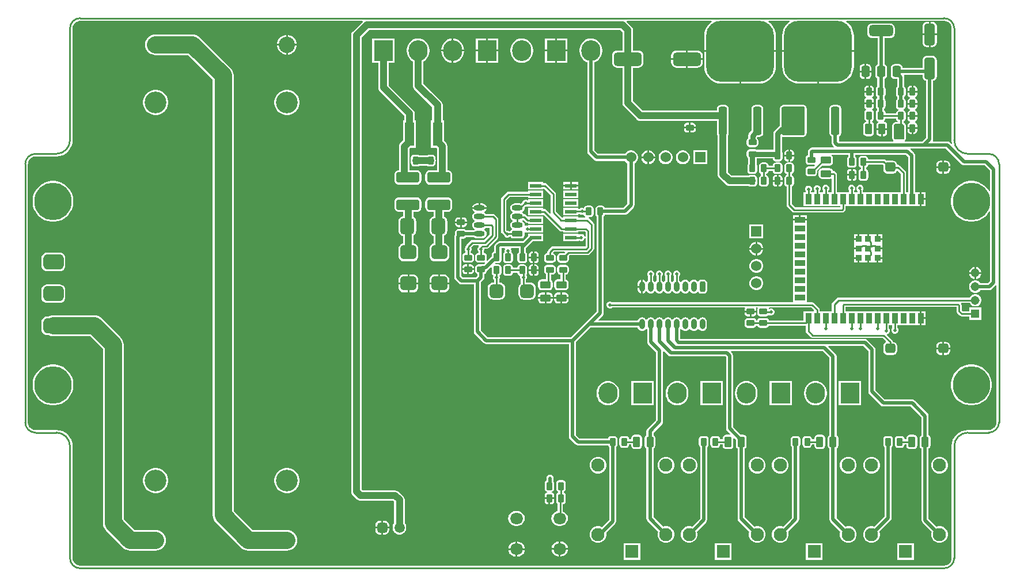
<source format=gbr>
%TF.GenerationSoftware,Altium Limited,Altium Designer,21.3.2 (30)*%
G04 Layer_Physical_Order=1*
G04 Layer_Color=255*
%FSLAX26Y26*%
%MOIN*%
%TF.SameCoordinates,5CB9DBA1-4DA9-4ED0-9B61-E5D9B39C4D3D*%
%TF.FilePolarity,Positive*%
%TF.FileFunction,Copper,L1,Top,Signal*%
%TF.Part,Single*%
G01*
G75*
%TA.AperFunction,SMDPad,CuDef*%
G04:AMPARAMS|DCode=10|XSize=59.055mil|YSize=55.118mil|CornerRadius=13.78mil|HoleSize=0mil|Usage=FLASHONLY|Rotation=0.000|XOffset=0mil|YOffset=0mil|HoleType=Round|Shape=RoundedRectangle|*
%AMROUNDEDRECTD10*
21,1,0.059055,0.027559,0,0,0.0*
21,1,0.031496,0.055118,0,0,0.0*
1,1,0.027559,0.015748,-0.013780*
1,1,0.027559,-0.015748,-0.013780*
1,1,0.027559,-0.015748,0.013780*
1,1,0.027559,0.015748,0.013780*
%
%ADD10ROUNDEDRECTD10*%
%ADD11R,0.035433X0.059055*%
%ADD12R,0.059055X0.035433*%
%TA.AperFunction,BGAPad,CuDef*%
%ADD13R,0.035433X0.035433*%
%TA.AperFunction,SMDPad,CuDef*%
G04:AMPARAMS|DCode=14|XSize=62.992mil|YSize=41.339mil|CornerRadius=10.335mil|HoleSize=0mil|Usage=FLASHONLY|Rotation=270.000|XOffset=0mil|YOffset=0mil|HoleType=Round|Shape=RoundedRectangle|*
%AMROUNDEDRECTD14*
21,1,0.062992,0.020669,0,0,270.0*
21,1,0.042323,0.041339,0,0,270.0*
1,1,0.020669,-0.010335,-0.021162*
1,1,0.020669,-0.010335,0.021162*
1,1,0.020669,0.010335,0.021162*
1,1,0.020669,0.010335,-0.021162*
%
%ADD14ROUNDEDRECTD14*%
G04:AMPARAMS|DCode=15|XSize=47.244mil|YSize=35.433mil|CornerRadius=8.858mil|HoleSize=0mil|Usage=FLASHONLY|Rotation=90.000|XOffset=0mil|YOffset=0mil|HoleType=Round|Shape=RoundedRectangle|*
%AMROUNDEDRECTD15*
21,1,0.047244,0.017717,0,0,90.0*
21,1,0.029528,0.035433,0,0,90.0*
1,1,0.017716,0.008858,0.014764*
1,1,0.017716,0.008858,-0.014764*
1,1,0.017716,-0.008858,-0.014764*
1,1,0.017716,-0.008858,0.014764*
%
%ADD15ROUNDEDRECTD15*%
G04:AMPARAMS|DCode=16|XSize=62.992mil|YSize=41.339mil|CornerRadius=10.335mil|HoleSize=0mil|Usage=FLASHONLY|Rotation=180.000|XOffset=0mil|YOffset=0mil|HoleType=Round|Shape=RoundedRectangle|*
%AMROUNDEDRECTD16*
21,1,0.062992,0.020669,0,0,180.0*
21,1,0.042323,0.041339,0,0,180.0*
1,1,0.020669,-0.021162,0.010335*
1,1,0.020669,0.021162,0.010335*
1,1,0.020669,0.021162,-0.010335*
1,1,0.020669,-0.021162,-0.010335*
%
%ADD16ROUNDEDRECTD16*%
G04:AMPARAMS|DCode=17|XSize=47.244mil|YSize=35.433mil|CornerRadius=8.858mil|HoleSize=0mil|Usage=FLASHONLY|Rotation=180.000|XOffset=0mil|YOffset=0mil|HoleType=Round|Shape=RoundedRectangle|*
%AMROUNDEDRECTD17*
21,1,0.047244,0.017717,0,0,180.0*
21,1,0.029528,0.035433,0,0,180.0*
1,1,0.017716,-0.014764,0.008858*
1,1,0.017716,0.014764,0.008858*
1,1,0.017716,0.014764,-0.008858*
1,1,0.017716,-0.014764,-0.008858*
%
%ADD17ROUNDEDRECTD17*%
G04:AMPARAMS|DCode=18|XSize=135.827mil|YSize=62.992mil|CornerRadius=15.748mil|HoleSize=0mil|Usage=FLASHONLY|Rotation=180.000|XOffset=0mil|YOffset=0mil|HoleType=Round|Shape=RoundedRectangle|*
%AMROUNDEDRECTD18*
21,1,0.135827,0.031496,0,0,180.0*
21,1,0.104331,0.062992,0,0,180.0*
1,1,0.031496,-0.052165,0.015748*
1,1,0.031496,0.052165,0.015748*
1,1,0.031496,0.052165,-0.015748*
1,1,0.031496,-0.052165,-0.015748*
%
%ADD18ROUNDEDRECTD18*%
G04:AMPARAMS|DCode=19|XSize=94.488mil|YSize=82.677mil|CornerRadius=20.669mil|HoleSize=0mil|Usage=FLASHONLY|Rotation=90.000|XOffset=0mil|YOffset=0mil|HoleType=Round|Shape=RoundedRectangle|*
%AMROUNDEDRECTD19*
21,1,0.094488,0.041339,0,0,90.0*
21,1,0.053150,0.082677,0,0,90.0*
1,1,0.041339,0.020669,0.026575*
1,1,0.041339,0.020669,-0.026575*
1,1,0.041339,-0.020669,-0.026575*
1,1,0.041339,-0.020669,0.026575*
%
%ADD19ROUNDEDRECTD19*%
G04:AMPARAMS|DCode=20|XSize=94.488mil|YSize=82.677mil|CornerRadius=20.669mil|HoleSize=0mil|Usage=FLASHONLY|Rotation=0.000|XOffset=0mil|YOffset=0mil|HoleType=Round|Shape=RoundedRectangle|*
%AMROUNDEDRECTD20*
21,1,0.094488,0.041339,0,0,0.0*
21,1,0.053150,0.082677,0,0,0.0*
1,1,0.041339,0.026575,-0.020669*
1,1,0.041339,-0.026575,-0.020669*
1,1,0.041339,-0.026575,0.020669*
1,1,0.041339,0.026575,0.020669*
%
%ADD20ROUNDEDRECTD20*%
G04:AMPARAMS|DCode=21|XSize=78.74mil|YSize=78.74mil|CornerRadius=19.685mil|HoleSize=0mil|Usage=FLASHONLY|Rotation=270.000|XOffset=0mil|YOffset=0mil|HoleType=Round|Shape=RoundedRectangle|*
%AMROUNDEDRECTD21*
21,1,0.078740,0.039370,0,0,270.0*
21,1,0.039370,0.078740,0,0,270.0*
1,1,0.039370,-0.019685,-0.019685*
1,1,0.039370,-0.019685,0.019685*
1,1,0.039370,0.019685,0.019685*
1,1,0.039370,0.019685,-0.019685*
%
%ADD21ROUNDEDRECTD21*%
G04:AMPARAMS|DCode=22|XSize=47.244mil|YSize=165.354mil|CornerRadius=11.811mil|HoleSize=0mil|Usage=FLASHONLY|Rotation=180.000|XOffset=0mil|YOffset=0mil|HoleType=Round|Shape=RoundedRectangle|*
%AMROUNDEDRECTD22*
21,1,0.047244,0.141732,0,0,180.0*
21,1,0.023622,0.165354,0,0,180.0*
1,1,0.023622,-0.011811,0.070866*
1,1,0.023622,0.011811,0.070866*
1,1,0.023622,0.011811,-0.070866*
1,1,0.023622,-0.011811,-0.070866*
%
%ADD22ROUNDEDRECTD22*%
G04:AMPARAMS|DCode=23|XSize=393.701mil|YSize=354.331mil|CornerRadius=88.583mil|HoleSize=0mil|Usage=FLASHONLY|Rotation=180.000|XOffset=0mil|YOffset=0mil|HoleType=Round|Shape=RoundedRectangle|*
%AMROUNDEDRECTD23*
21,1,0.393701,0.177166,0,0,180.0*
21,1,0.216536,0.354331,0,0,180.0*
1,1,0.177165,-0.108268,0.088583*
1,1,0.177165,0.108268,0.088583*
1,1,0.177165,0.108268,-0.088583*
1,1,0.177165,-0.108268,-0.088583*
%
%ADD23ROUNDEDRECTD23*%
%ADD24R,0.067000X0.021000*%
%ADD25R,0.055118X0.138189*%
%ADD26O,0.031496X0.059843*%
G04:AMPARAMS|DCode=27|XSize=31.496mil|YSize=59.843mil|CornerRadius=7.874mil|HoleSize=0mil|Usage=FLASHONLY|Rotation=0.000|XOffset=0mil|YOffset=0mil|HoleType=Round|Shape=RoundedRectangle|*
%AMROUNDEDRECTD27*
21,1,0.031496,0.044094,0,0,0.0*
21,1,0.015748,0.059843,0,0,0.0*
1,1,0.015748,0.007874,-0.022047*
1,1,0.015748,-0.007874,-0.022047*
1,1,0.015748,-0.007874,0.022047*
1,1,0.015748,0.007874,0.022047*
%
%ADD27ROUNDEDRECTD27*%
G04:AMPARAMS|DCode=28|XSize=161.417mil|YSize=78.74mil|CornerRadius=19.685mil|HoleSize=0mil|Usage=FLASHONLY|Rotation=0.000|XOffset=0mil|YOffset=0mil|HoleType=Round|Shape=RoundedRectangle|*
%AMROUNDEDRECTD28*
21,1,0.161417,0.039370,0,0,0.0*
21,1,0.122047,0.078740,0,0,0.0*
1,1,0.039370,0.061024,-0.019685*
1,1,0.039370,-0.061024,-0.019685*
1,1,0.039370,-0.061024,0.019685*
1,1,0.039370,0.061024,0.019685*
%
%ADD28ROUNDEDRECTD28*%
G04:AMPARAMS|DCode=29|XSize=137.795mil|YSize=64.961mil|CornerRadius=16.24mil|HoleSize=0mil|Usage=FLASHONLY|Rotation=180.000|XOffset=0mil|YOffset=0mil|HoleType=Round|Shape=RoundedRectangle|*
%AMROUNDEDRECTD29*
21,1,0.137795,0.032480,0,0,180.0*
21,1,0.105315,0.064961,0,0,180.0*
1,1,0.032480,-0.052657,0.016240*
1,1,0.032480,0.052657,0.016240*
1,1,0.032480,0.052657,-0.016240*
1,1,0.032480,-0.052657,-0.016240*
%
%ADD29ROUNDEDRECTD29*%
G04:AMPARAMS|DCode=30|XSize=47.244mil|YSize=64.961mil|CornerRadius=11.811mil|HoleSize=0mil|Usage=FLASHONLY|Rotation=180.000|XOffset=0mil|YOffset=0mil|HoleType=Round|Shape=RoundedRectangle|*
%AMROUNDEDRECTD30*
21,1,0.047244,0.041339,0,0,180.0*
21,1,0.023622,0.064961,0,0,180.0*
1,1,0.023622,-0.011811,0.020669*
1,1,0.023622,0.011811,0.020669*
1,1,0.023622,0.011811,-0.020669*
1,1,0.023622,-0.011811,-0.020669*
%
%ADD30ROUNDEDRECTD30*%
G04:AMPARAMS|DCode=31|XSize=125.984mil|YSize=62.992mil|CornerRadius=15.748mil|HoleSize=0mil|Usage=FLASHONLY|Rotation=90.000|XOffset=0mil|YOffset=0mil|HoleType=Round|Shape=RoundedRectangle|*
%AMROUNDEDRECTD31*
21,1,0.125984,0.031496,0,0,90.0*
21,1,0.094488,0.062992,0,0,90.0*
1,1,0.031496,0.015748,0.047244*
1,1,0.031496,0.015748,-0.047244*
1,1,0.031496,-0.015748,-0.047244*
1,1,0.031496,-0.015748,0.047244*
%
%ADD31ROUNDEDRECTD31*%
G04:AMPARAMS|DCode=32|XSize=31.496mil|YSize=62.992mil|CornerRadius=7.874mil|HoleSize=0mil|Usage=FLASHONLY|Rotation=270.000|XOffset=0mil|YOffset=0mil|HoleType=Round|Shape=RoundedRectangle|*
%AMROUNDEDRECTD32*
21,1,0.031496,0.047244,0,0,270.0*
21,1,0.015748,0.062992,0,0,270.0*
1,1,0.015748,-0.023622,-0.007874*
1,1,0.015748,-0.023622,0.007874*
1,1,0.015748,0.023622,0.007874*
1,1,0.015748,0.023622,-0.007874*
%
%ADD32ROUNDEDRECTD32*%
%ADD33O,0.062992X0.031496*%
%TA.AperFunction,Conductor*%
%ADD34C,0.010000*%
%ADD35C,0.040000*%
%ADD36C,0.020000*%
%ADD37C,0.030000*%
%ADD38C,0.100000*%
%TA.AperFunction,NonConductor*%
%ADD39C,0.010000*%
%TA.AperFunction,ComponentPad*%
G04:AMPARAMS|DCode=40|XSize=86.614mil|YSize=118.11mil|CornerRadius=21.654mil|HoleSize=0mil|Usage=FLASHONLY|Rotation=270.000|XOffset=0mil|YOffset=0mil|HoleType=Round|Shape=RoundedRectangle|*
%AMROUNDEDRECTD40*
21,1,0.086614,0.074803,0,0,270.0*
21,1,0.043307,0.118110,0,0,270.0*
1,1,0.043307,-0.037401,-0.021654*
1,1,0.043307,-0.037401,0.021654*
1,1,0.043307,0.037401,0.021654*
1,1,0.043307,0.037401,-0.021654*
%
%ADD40ROUNDEDRECTD40*%
%ADD41R,0.110000X0.120000*%
%ADD42O,0.110000X0.120000*%
%ADD43C,0.060000*%
%ADD44R,0.060000X0.060000*%
%ADD45C,0.059055*%
G04:AMPARAMS|DCode=46|XSize=59.055mil|YSize=59.055mil|CornerRadius=14.764mil|HoleSize=0mil|Usage=FLASHONLY|Rotation=0.000|XOffset=0mil|YOffset=0mil|HoleType=Round|Shape=RoundedRectangle|*
%AMROUNDEDRECTD46*
21,1,0.059055,0.029527,0,0,0.0*
21,1,0.029527,0.059055,0,0,0.0*
1,1,0.029528,0.014764,-0.014764*
1,1,0.029528,-0.014764,-0.014764*
1,1,0.029528,-0.014764,0.014764*
1,1,0.029528,0.014764,0.014764*
%
%ADD46ROUNDEDRECTD46*%
%ADD47C,0.094488*%
%ADD48C,0.125984*%
%ADD49R,0.060000X0.060000*%
%ADD50O,0.075000X0.065000*%
%ADD51C,0.076772*%
%ADD52R,0.076772X0.076772*%
%ADD53R,0.051496X0.051496*%
%ADD54C,0.051496*%
%TA.AperFunction,ViaPad*%
%ADD55C,0.020000*%
%ADD56C,0.216535*%
G36*
X5341640Y3230559D02*
X5352235Y3226170D01*
X5361334Y3219189D01*
X5368315Y3210090D01*
X5372704Y3199495D01*
X5374133Y3188638D01*
X5374031Y3188125D01*
Y2540180D01*
X5373871D01*
X5375681Y2521803D01*
X5375792Y2521440D01*
X5371503Y2518870D01*
X5362953Y2527419D01*
X5356338Y2531840D01*
X5348534Y2533392D01*
X5267975D01*
X5265302Y2538392D01*
X5265840Y2539196D01*
X5267392Y2547000D01*
X5267392Y2547001D01*
Y2883972D01*
X5269470Y2884245D01*
X5275733Y2886840D01*
X5281112Y2890967D01*
X5285239Y2896346D01*
X5287833Y2902609D01*
X5288718Y2909331D01*
Y3003819D01*
X5287833Y3010541D01*
X5285239Y3016804D01*
X5281112Y3022183D01*
X5275733Y3026310D01*
X5269470Y3028904D01*
X5262748Y3029789D01*
X5231252D01*
X5224530Y3028904D01*
X5218267Y3026310D01*
X5212888Y3022183D01*
X5208761Y3016804D01*
X5206167Y3010541D01*
X5205282Y3003819D01*
Y2958282D01*
X5090600D01*
Y2958559D01*
X5088908Y2967069D01*
X5084087Y2974284D01*
X5076872Y2979105D01*
X5068362Y2980797D01*
X5044740D01*
X5036230Y2979105D01*
X5029015Y2974284D01*
X5024195Y2967069D01*
X5022502Y2958559D01*
Y2917220D01*
X5024195Y2908710D01*
X5029015Y2901496D01*
X5036230Y2896675D01*
X5044740Y2894982D01*
X5060144D01*
Y2851738D01*
X5058081Y2850360D01*
X5053913Y2844122D01*
X5052449Y2836764D01*
Y2807236D01*
X5053913Y2799878D01*
X5058081Y2793640D01*
X5060144Y2792262D01*
Y2781071D01*
X5058081Y2779693D01*
X5053913Y2773455D01*
X5052449Y2766097D01*
Y2736569D01*
X5053913Y2729211D01*
X5058081Y2722973D01*
X5064319Y2718805D01*
X5065608Y2718549D01*
Y2713451D01*
X5064319Y2713195D01*
X5058081Y2709026D01*
X5053913Y2702789D01*
X5052787Y2697127D01*
X4991551D01*
Y2697764D01*
X4990087Y2705122D01*
X4985919Y2711360D01*
X4983856Y2712738D01*
Y2722762D01*
X4985919Y2724140D01*
X4990087Y2730378D01*
X4991551Y2737736D01*
Y2767264D01*
X4990087Y2774622D01*
X4985919Y2780860D01*
X4985124Y2781391D01*
Y2793109D01*
X4985919Y2793640D01*
X4990087Y2799878D01*
X4991551Y2807236D01*
Y2836764D01*
X4990087Y2844122D01*
X4985919Y2850360D01*
X4985124Y2850891D01*
Y2896437D01*
X4986321Y2896675D01*
X4993536Y2901496D01*
X4998356Y2908710D01*
X5000049Y2917220D01*
Y2958559D01*
X4998356Y2967069D01*
X4993536Y2974284D01*
X4986392Y2979057D01*
Y3131403D01*
X5018657D01*
X5025507Y3132305D01*
X5031891Y3134949D01*
X5037372Y3139155D01*
X5041578Y3144637D01*
X5044222Y3151020D01*
X5045124Y3157870D01*
Y3190350D01*
X5044222Y3197200D01*
X5041578Y3203584D01*
X5037372Y3209065D01*
X5031891Y3213271D01*
X5025507Y3215915D01*
X5018657Y3216817D01*
X4913343D01*
X4906493Y3215915D01*
X4900109Y3213271D01*
X4894628Y3209065D01*
X4890422Y3203584D01*
X4887778Y3197200D01*
X4886876Y3190350D01*
Y3157870D01*
X4887778Y3151020D01*
X4890422Y3144637D01*
X4894628Y3139155D01*
X4900109Y3134949D01*
X4906493Y3132305D01*
X4913343Y3131403D01*
X4945608D01*
Y2979057D01*
X4938464Y2974284D01*
X4933644Y2967069D01*
X4931951Y2958559D01*
Y2917220D01*
X4933644Y2908710D01*
X4938464Y2901496D01*
X4944341Y2897569D01*
Y2852585D01*
X4941010Y2850360D01*
X4936842Y2844122D01*
X4935379Y2836764D01*
Y2807236D01*
X4936842Y2799878D01*
X4941010Y2793640D01*
X4944341Y2791415D01*
Y2783085D01*
X4941010Y2780860D01*
X4936842Y2774622D01*
X4935379Y2767264D01*
Y2737736D01*
X4936842Y2730378D01*
X4941010Y2724140D01*
X4943073Y2722762D01*
Y2712738D01*
X4941010Y2711360D01*
X4936842Y2705122D01*
X4935379Y2697764D01*
Y2668236D01*
X4936842Y2660878D01*
X4941010Y2654640D01*
X4947248Y2650472D01*
X4950242Y2649877D01*
X4950647Y2648636D01*
X4950770Y2644674D01*
X4945005Y2640822D01*
X4940511Y2634096D01*
X4938932Y2626161D01*
Y2610000D01*
X4970000D01*
X5001068D01*
Y2626161D01*
X4999489Y2634096D01*
X4994995Y2640822D01*
X4988269Y2645316D01*
X4982640Y2646436D01*
X4981584Y2651744D01*
X4985919Y2654640D01*
X4990087Y2660878D01*
X4991213Y2666539D01*
X5052449D01*
Y2665903D01*
X5053913Y2658545D01*
X5058081Y2652307D01*
X5062737Y2649196D01*
X5061220Y2644196D01*
X5045806D01*
X5041905Y2643420D01*
X5041904Y2643420D01*
X5039700Y2642506D01*
X5039699Y2642506D01*
X5036392Y2640296D01*
X5034704Y2638608D01*
X5032494Y2635300D01*
X5031580Y2633095D01*
X5030804Y2629193D01*
Y2551210D01*
X5031580Y2547308D01*
X5032950Y2544000D01*
X5035160Y2540692D01*
X5037461Y2538392D01*
X5037396Y2537403D01*
X5035829Y2533392D01*
X4721392D01*
Y2561092D01*
X4728536Y2565866D01*
X4733356Y2573080D01*
X4735049Y2581591D01*
Y2723323D01*
X4733356Y2731833D01*
X4728536Y2739048D01*
X4721321Y2743868D01*
X4712811Y2745561D01*
X4689189D01*
X4680679Y2743868D01*
X4673464Y2739048D01*
X4668644Y2731833D01*
X4666951Y2723323D01*
Y2581591D01*
X4668644Y2573080D01*
X4673464Y2565866D01*
X4680608Y2561092D01*
Y2524716D01*
X4682160Y2516912D01*
X4686581Y2510297D01*
X4694486Y2502392D01*
X4692415Y2497392D01*
X4567858D01*
X4560054Y2495840D01*
X4553439Y2491419D01*
X4547581Y2485561D01*
X4543160Y2478946D01*
X4541608Y2471142D01*
Y2453966D01*
X4539878Y2453622D01*
X4533640Y2449454D01*
X4529472Y2443216D01*
X4528008Y2435858D01*
Y2418142D01*
X4529472Y2410784D01*
X4533640Y2404546D01*
X4539878Y2400378D01*
X4547236Y2398914D01*
X4576764D01*
X4580452Y2399647D01*
X4582915Y2395039D01*
X4576032Y2388157D01*
X4547236D01*
X4539878Y2386693D01*
X4533640Y2382525D01*
X4529472Y2376287D01*
X4528008Y2368929D01*
Y2351213D01*
X4529472Y2343854D01*
X4533640Y2337617D01*
X4539878Y2333448D01*
X4547236Y2331985D01*
X4576764D01*
X4584122Y2333448D01*
X4590360Y2337617D01*
X4594528Y2343854D01*
X4595992Y2351213D01*
Y2364859D01*
X4605793Y2374660D01*
X4609677Y2371473D01*
X4605684Y2365497D01*
X4604106Y2357563D01*
Y2336894D01*
X4605684Y2328959D01*
X4610178Y2322233D01*
X4616904Y2317739D01*
X4624839Y2316161D01*
X4667161D01*
X4675096Y2317739D01*
X4676296Y2318541D01*
X4680706Y2316184D01*
Y2238504D01*
X4660294D01*
Y2248010D01*
X4661955Y2249671D01*
X4665000Y2257022D01*
Y2264978D01*
X4661955Y2272329D01*
X4656329Y2277955D01*
X4648978Y2281000D01*
X4641022D01*
X4633671Y2277955D01*
X4628045Y2272329D01*
X4625000Y2264978D01*
Y2257022D01*
X4628045Y2249671D01*
X4629706Y2248010D01*
Y2238504D01*
X4610294D01*
Y2247010D01*
X4611955Y2248671D01*
X4615000Y2256022D01*
Y2263978D01*
X4611955Y2271329D01*
X4606329Y2276955D01*
X4598978Y2280000D01*
X4591022D01*
X4583671Y2276955D01*
X4578045Y2271329D01*
X4575000Y2263978D01*
Y2256022D01*
X4578045Y2248671D01*
X4579706Y2247010D01*
Y2238504D01*
X4560294D01*
Y2244010D01*
X4561955Y2245671D01*
X4565000Y2253022D01*
Y2260978D01*
X4561955Y2268329D01*
X4556329Y2273955D01*
X4548978Y2277000D01*
X4541022D01*
X4533671Y2273955D01*
X4528045Y2268329D01*
X4525000Y2260978D01*
Y2253022D01*
X4528045Y2245671D01*
X4529706Y2244010D01*
Y2238504D01*
X4517283D01*
Y2159449D01*
X4729706D01*
Y2152294D01*
X4469335D01*
X4449294Y2172335D01*
Y2272289D01*
X4450216Y2272472D01*
X4456454Y2276640D01*
X4460622Y2282878D01*
X4462086Y2290236D01*
Y2319764D01*
X4460622Y2327122D01*
X4456454Y2333360D01*
X4450216Y2337528D01*
X4449294Y2337711D01*
Y2345289D01*
X4450216Y2345472D01*
X4456454Y2349640D01*
X4460622Y2355878D01*
X4462086Y2363236D01*
Y2392764D01*
X4460622Y2400122D01*
X4456454Y2406360D01*
X4450216Y2410528D01*
X4442858Y2411992D01*
X4425142D01*
X4417784Y2410528D01*
X4411546Y2406360D01*
X4407378Y2400122D01*
X4405914Y2392764D01*
Y2363236D01*
X4407378Y2355878D01*
X4411546Y2349640D01*
X4417784Y2345472D01*
X4418706Y2345289D01*
Y2337711D01*
X4417784Y2337528D01*
X4411546Y2333360D01*
X4407378Y2327122D01*
X4405914Y2319764D01*
Y2290236D01*
X4407378Y2282878D01*
X4411546Y2276640D01*
X4417784Y2272472D01*
X4418706Y2272289D01*
Y2166000D01*
X4419870Y2160147D01*
X4423186Y2155186D01*
X4452186Y2126186D01*
X4457147Y2122870D01*
X4463000Y2121706D01*
X4739142D01*
X4744995Y2122870D01*
X4749957Y2126186D01*
X4755814Y2132044D01*
X4759130Y2137005D01*
X4760294Y2142858D01*
Y2159449D01*
X5190000D01*
Y2198976D01*
Y2238504D01*
X5163392D01*
Y2259000D01*
Y2450999D01*
X5163392Y2451000D01*
X5161840Y2458804D01*
X5157419Y2465419D01*
X5157419Y2465419D01*
X5135230Y2487608D01*
X5137301Y2492608D01*
X5340087D01*
X5432115Y2400581D01*
X5438730Y2396160D01*
X5446534Y2394608D01*
X5565553D01*
X5595876Y2364286D01*
Y2245490D01*
X5591014Y2244323D01*
X5589152Y2247978D01*
X5578209Y2263038D01*
X5565046Y2276202D01*
X5549986Y2287144D01*
X5533399Y2295595D01*
X5515694Y2301348D01*
X5497308Y2304260D01*
X5478692D01*
X5460306Y2301348D01*
X5442601Y2295595D01*
X5426014Y2287144D01*
X5410954Y2276202D01*
X5397791Y2263038D01*
X5386848Y2247978D01*
X5378397Y2231391D01*
X5372645Y2213686D01*
X5369732Y2195300D01*
Y2176684D01*
X5372645Y2158298D01*
X5378397Y2140593D01*
X5386848Y2124006D01*
X5397791Y2108946D01*
X5410954Y2095783D01*
X5426014Y2084840D01*
X5442601Y2076389D01*
X5460306Y2070637D01*
X5478692Y2067724D01*
X5497308D01*
X5515694Y2070637D01*
X5533399Y2076389D01*
X5549986Y2084840D01*
X5565046Y2095783D01*
X5578209Y2108946D01*
X5589152Y2124006D01*
X5591014Y2127662D01*
X5595876Y2126494D01*
Y1725714D01*
X5582923Y1712762D01*
X5540505D01*
X5539605Y1714320D01*
X5532950Y1720976D01*
X5524798Y1725682D01*
X5515706Y1728118D01*
X5506294D01*
X5497202Y1725682D01*
X5489050Y1720976D01*
X5482395Y1714320D01*
X5477688Y1706168D01*
X5475252Y1697076D01*
Y1687664D01*
X5477688Y1678572D01*
X5482395Y1670420D01*
X5489050Y1663765D01*
X5497202Y1659058D01*
X5506294Y1656622D01*
X5515706D01*
X5524798Y1659058D01*
X5532950Y1663765D01*
X5539605Y1670420D01*
X5540505Y1671978D01*
X5591370D01*
X5599174Y1673531D01*
X5605789Y1677951D01*
X5627771Y1699933D01*
X5632771Y1697862D01*
X5632771Y905841D01*
X5632873Y905328D01*
X5631444Y894471D01*
X5627055Y883876D01*
X5620074Y874777D01*
X5610975Y867796D01*
X5600380Y863407D01*
X5589523Y861978D01*
X5589010Y862080D01*
X5468065D01*
Y862240D01*
X5449689Y860430D01*
X5432019Y855070D01*
X5415734Y846365D01*
X5401460Y834651D01*
X5389746Y820377D01*
X5381041Y804092D01*
X5375681Y786422D01*
X5373871Y768046D01*
X5374031D01*
Y120093D01*
X5374133Y119580D01*
X5372704Y108723D01*
X5368315Y98128D01*
X5361333Y89029D01*
X5352235Y82048D01*
X5341640Y77659D01*
X5330783Y76230D01*
X5330270Y76332D01*
X330270D01*
X329756Y76230D01*
X318899Y77659D01*
X308304Y82048D01*
X299206Y89029D01*
X292224Y98128D01*
X287836Y108723D01*
X286406Y119580D01*
X286508Y120093D01*
Y768046D01*
X286668D01*
X284858Y786422D01*
X279498Y804092D01*
X270794Y820377D01*
X259079Y834651D01*
X244806Y846365D01*
X228521Y855070D01*
X210851Y860430D01*
X192474Y862240D01*
Y862080D01*
X71529D01*
X71016Y861978D01*
X60159Y863407D01*
X49564Y867796D01*
X40466Y874777D01*
X33484Y883876D01*
X29095Y894471D01*
X27666Y905328D01*
X27768Y905841D01*
X27768Y2397459D01*
X27768Y2402196D01*
X27768Y2402385D01*
X28231Y2407193D01*
X29095Y2413755D01*
X33484Y2424350D01*
X40465Y2433448D01*
X49564Y2440430D01*
X60159Y2444818D01*
X71016Y2446248D01*
X71529Y2446146D01*
X192474D01*
Y2445986D01*
X210850Y2447796D01*
X228520Y2453156D01*
X244805Y2461860D01*
X259079Y2473575D01*
X270793Y2487849D01*
X279498Y2504133D01*
X284858Y2521803D01*
X286668Y2540180D01*
X286508D01*
Y3188125D01*
X286406Y3188638D01*
X287835Y3199495D01*
X292224Y3210090D01*
X299205Y3219189D01*
X308304Y3226170D01*
X318899Y3230559D01*
X325452Y3231421D01*
X330269Y3231886D01*
Y3231886D01*
X330270Y3231886D01*
X1963022D01*
X1965093Y3226886D01*
X1908604Y3170396D01*
X1903795Y3164130D01*
X1900772Y3156832D01*
X1899741Y3149000D01*
Y504432D01*
X1900772Y496600D01*
X1903795Y489302D01*
X1908604Y483035D01*
X1932035Y459604D01*
X1932035Y459604D01*
X1938302Y454795D01*
X1945600Y451772D01*
X1953431Y450741D01*
X2142035D01*
X2147741Y445035D01*
Y322090D01*
X2146370Y320719D01*
X2141166Y311706D01*
X2138472Y301653D01*
Y291245D01*
X2141166Y281192D01*
X2146370Y272178D01*
X2153729Y264819D01*
X2162743Y259615D01*
X2172796Y256921D01*
X2183204D01*
X2193257Y259615D01*
X2202271Y264819D01*
X2209630Y272178D01*
X2214834Y281192D01*
X2217528Y291245D01*
Y301653D01*
X2214834Y311706D01*
X2209630Y320719D01*
X2208259Y322090D01*
Y457568D01*
X2207228Y465400D01*
X2204205Y472698D01*
X2199396Y478965D01*
X2199396Y478965D01*
X2175965Y502396D01*
X2169698Y507205D01*
X2162400Y510228D01*
X2154568Y511259D01*
X1965965D01*
X1960259Y516965D01*
Y3136466D01*
X2003534Y3179741D01*
X3455646D01*
X3469222Y3166166D01*
Y3059626D01*
X3438457D01*
X3430707Y3058606D01*
X3423486Y3055615D01*
X3417285Y3050857D01*
X3412527Y3044656D01*
X3409536Y3037434D01*
X3408516Y3029685D01*
Y2990315D01*
X3409536Y2982566D01*
X3412527Y2975344D01*
X3417285Y2969143D01*
X3423486Y2964385D01*
X3430707Y2961394D01*
X3438457Y2960374D01*
X3469222D01*
Y2755520D01*
X3470253Y2747688D01*
X3473275Y2740390D01*
X3478084Y2734123D01*
X3551268Y2660939D01*
X3557535Y2656130D01*
X3564833Y2653107D01*
X3572665Y2652076D01*
X3840728D01*
X3844236Y2651379D01*
X3873764D01*
X3877272Y2652076D01*
X4015951D01*
Y2581591D01*
X4017644Y2573080D01*
X4019741Y2569941D01*
Y2343000D01*
X4020772Y2335168D01*
X4023795Y2327870D01*
X4028604Y2321604D01*
X4066604Y2283604D01*
X4072870Y2278795D01*
X4080168Y2275772D01*
X4088000Y2274741D01*
X4200994D01*
X4204390Y2272472D01*
X4211748Y2271008D01*
X4229465D01*
X4236823Y2272472D01*
X4243061Y2276640D01*
X4247229Y2282878D01*
X4248692Y2290236D01*
Y2294412D01*
X4249834Y2297168D01*
X4250865Y2305000D01*
X4249834Y2312832D01*
X4248692Y2315588D01*
Y2319764D01*
X4247229Y2327122D01*
X4243061Y2333360D01*
X4236823Y2337528D01*
X4229465Y2338992D01*
X4211748D01*
X4204390Y2337528D01*
X4200994Y2335259D01*
X4100534D01*
X4080259Y2355534D01*
Y2569941D01*
X4082356Y2573080D01*
X4084049Y2581591D01*
Y2723323D01*
X4082356Y2731833D01*
X4077536Y2739048D01*
X4070321Y2743868D01*
X4061811Y2745561D01*
X4038189D01*
X4029679Y2743868D01*
X4022464Y2739048D01*
X4017644Y2731833D01*
X4015951Y2723323D01*
Y2712594D01*
X3585198D01*
X3529739Y2768053D01*
Y2960374D01*
X3560504D01*
X3568253Y2961394D01*
X3575475Y2964385D01*
X3581676Y2969143D01*
X3586434Y2975344D01*
X3589425Y2982566D01*
X3590445Y2990315D01*
Y3029685D01*
X3589425Y3037434D01*
X3586434Y3044656D01*
X3581676Y3050857D01*
X3575475Y3055615D01*
X3568253Y3058606D01*
X3560504Y3059626D01*
X3529739D01*
Y3178699D01*
X3528708Y3186531D01*
X3525685Y3193829D01*
X3520877Y3200096D01*
X3494086Y3226886D01*
X3496158Y3231886D01*
X3984590D01*
X3986659Y3227305D01*
X3986622Y3226886D01*
X3971686Y3214628D01*
X3959367Y3199617D01*
X3950213Y3182491D01*
X3944576Y3163908D01*
X3942673Y3144583D01*
Y3061000D01*
X4150000D01*
X4357327D01*
Y3144583D01*
X4355424Y3163908D01*
X4349787Y3182491D01*
X4340633Y3199617D01*
X4328314Y3214628D01*
X4313378Y3226886D01*
X4313341Y3227305D01*
X4315410Y3231886D01*
X4435590D01*
X4437659Y3227305D01*
X4437622Y3226886D01*
X4422686Y3214628D01*
X4410367Y3199617D01*
X4401213Y3182491D01*
X4395576Y3163908D01*
X4393673Y3144583D01*
Y3061000D01*
X4601000D01*
X4808327D01*
Y3144583D01*
X4806424Y3163908D01*
X4800787Y3182491D01*
X4791633Y3199617D01*
X4779314Y3214628D01*
X4764378Y3226886D01*
X4764341Y3227305D01*
X4766410Y3231886D01*
X5330270D01*
X5330783Y3231988D01*
X5341640Y3230559D01*
D02*
G37*
G36*
X5094098Y2632630D02*
X5096630Y2630098D01*
X5098000Y2626790D01*
Y2625000D01*
Y2550000D01*
Y2548807D01*
X5097087Y2546601D01*
X5095399Y2544913D01*
X5093193Y2544000D01*
X5048210D01*
X5044902Y2545370D01*
X5042370Y2547902D01*
X5041000Y2551210D01*
Y2553000D01*
Y2628000D01*
Y2629193D01*
X5041913Y2631399D01*
X5043601Y2633086D01*
X5045806Y2634000D01*
X5090790D01*
X5094098Y2632630D01*
D02*
G37*
G36*
X5205282Y2909331D02*
X5206167Y2902609D01*
X5208761Y2896346D01*
X5212888Y2890967D01*
X5218267Y2886840D01*
X5224530Y2884245D01*
X5226608Y2883972D01*
Y2555447D01*
X5204553Y2533392D01*
X5105155D01*
X5103834Y2535628D01*
X5103296Y2538392D01*
X5104296Y2539392D01*
X5106506Y2542699D01*
X5106506Y2542700D01*
X5107420Y2544905D01*
X5107420Y2544905D01*
X5108196Y2548806D01*
Y2593097D01*
X5108621Y2595236D01*
Y2624764D01*
X5107158Y2632122D01*
X5106289Y2633423D01*
X5106050Y2634000D01*
X5103839Y2637308D01*
X5103398Y2637749D01*
X5102990Y2638360D01*
X5102379Y2638768D01*
X5101308Y2639839D01*
X5098000Y2642050D01*
X5095829Y2642949D01*
Y2647955D01*
X5096752Y2648139D01*
X5102990Y2652307D01*
X5107158Y2658545D01*
X5108621Y2665903D01*
Y2695430D01*
X5107158Y2702789D01*
X5102990Y2709026D01*
X5096752Y2713195D01*
X5095463Y2713451D01*
Y2718549D01*
X5096752Y2718805D01*
X5102990Y2722973D01*
X5107158Y2729211D01*
X5108621Y2736569D01*
Y2766097D01*
X5107158Y2773455D01*
X5102990Y2779693D01*
X5100927Y2781071D01*
Y2792262D01*
X5102990Y2793640D01*
X5107158Y2799878D01*
X5108621Y2807236D01*
Y2836764D01*
X5107158Y2844122D01*
X5102990Y2850360D01*
X5100927Y2851738D01*
Y2904067D01*
X5099375Y2911871D01*
X5098561Y2913088D01*
X5100918Y2917498D01*
X5205282D01*
Y2909331D01*
D02*
G37*
G36*
X5122608Y2442553D02*
Y2259000D01*
Y2238504D01*
X5110294D01*
Y2351000D01*
X5109130Y2356853D01*
X5105814Y2361814D01*
X5073799Y2393830D01*
X5068837Y2397145D01*
X5062984Y2398310D01*
X5058345D01*
X5056605Y2407058D01*
X5051349Y2414924D01*
X5043483Y2420179D01*
X5034205Y2422025D01*
X5002709D01*
X4996563Y2420802D01*
X4991551Y2425814D01*
X4986589Y2429130D01*
X4980737Y2430294D01*
X4891445D01*
X4890087Y2437122D01*
X4885919Y2443360D01*
X4879681Y2447528D01*
X4872323Y2448992D01*
X4854606D01*
X4847248Y2447528D01*
X4841010Y2443360D01*
X4836842Y2437122D01*
X4835379Y2429764D01*
Y2400236D01*
X4836842Y2392878D01*
X4841010Y2386640D01*
X4847248Y2382472D01*
X4848171Y2382289D01*
Y2371711D01*
X4847248Y2371528D01*
X4841010Y2367360D01*
X4836842Y2361122D01*
X4835379Y2353764D01*
Y2324236D01*
X4836842Y2316878D01*
X4841010Y2310640D01*
X4847248Y2306472D01*
X4854606Y2305008D01*
X4872323D01*
X4879681Y2306472D01*
X4885919Y2310640D01*
X4890087Y2316878D01*
X4891551Y2324236D01*
Y2353764D01*
X4890087Y2361122D01*
X4885919Y2367360D01*
X4879681Y2371528D01*
X4878758Y2371711D01*
Y2382289D01*
X4879681Y2382472D01*
X4885919Y2386640D01*
X4890087Y2392878D01*
X4891445Y2399706D01*
X4974402D01*
X4978463Y2395645D01*
Y2370220D01*
X4980309Y2360942D01*
X4985565Y2353076D01*
X4993430Y2347821D01*
X5002709Y2345975D01*
X5034205D01*
X5043483Y2347821D01*
X5051349Y2353076D01*
X5056506Y2360794D01*
X5057059Y2361503D01*
X5061869Y2362502D01*
X5079706Y2344665D01*
Y2238504D01*
X4860294D01*
Y2249010D01*
X4860955Y2249671D01*
X4864000Y2257022D01*
Y2264978D01*
X4860955Y2272329D01*
X4855329Y2277955D01*
X4847978Y2281000D01*
X4840022D01*
X4832671Y2277955D01*
X4827045Y2272329D01*
X4824000Y2264978D01*
Y2257022D01*
X4827045Y2249671D01*
X4829706Y2247010D01*
Y2238504D01*
X4810294D01*
Y2248010D01*
X4811955Y2249671D01*
X4815000Y2257022D01*
Y2264978D01*
X4811955Y2272329D01*
X4806329Y2277955D01*
X4798978Y2281000D01*
X4791022D01*
X4783671Y2277955D01*
X4778045Y2272329D01*
X4775000Y2264978D01*
Y2257022D01*
X4778045Y2249671D01*
X4779706Y2248010D01*
Y2238504D01*
X4711294D01*
Y2341370D01*
X4710130Y2347223D01*
X4706814Y2352185D01*
X4700957Y2358043D01*
X4695995Y2361358D01*
X4690142Y2362522D01*
X4686908D01*
X4686316Y2365497D01*
X4681822Y2372223D01*
X4675096Y2376718D01*
X4667161Y2378296D01*
X4624839D01*
X4616904Y2376718D01*
X4610929Y2372725D01*
X4607742Y2376609D01*
X4624193Y2393061D01*
X4624839Y2392932D01*
X4667161D01*
X4675096Y2394510D01*
X4681822Y2399005D01*
X4686316Y2405731D01*
X4687894Y2413665D01*
Y2434335D01*
X4686316Y2442269D01*
X4681822Y2448995D01*
X4677911Y2451608D01*
X4679428Y2456608D01*
X4776144D01*
Y2444738D01*
X4774081Y2443360D01*
X4769913Y2437122D01*
X4768449Y2429764D01*
Y2400236D01*
X4769913Y2392878D01*
X4774081Y2386640D01*
X4780319Y2382472D01*
X4787677Y2381008D01*
X4805394D01*
X4812752Y2382472D01*
X4818990Y2386640D01*
X4823158Y2392878D01*
X4824622Y2400236D01*
Y2429764D01*
X4823158Y2437122D01*
X4818990Y2443360D01*
X4816927Y2444738D01*
Y2456608D01*
X5108553D01*
X5122608Y2442553D01*
D02*
G37*
%LPC*%
G36*
X5262748Y3226640D02*
X5252000D01*
Y3158425D01*
X5288718D01*
Y3200669D01*
X5287833Y3207391D01*
X5285239Y3213654D01*
X5281112Y3219033D01*
X5275733Y3223160D01*
X5269470Y3225755D01*
X5262748Y3226640D01*
D02*
G37*
G36*
X5242000D02*
X5231252D01*
X5224530Y3225755D01*
X5218267Y3223160D01*
X5212888Y3219033D01*
X5208761Y3213654D01*
X5206167Y3207391D01*
X5205282Y3200669D01*
Y3158425D01*
X5242000D01*
Y3226640D01*
D02*
G37*
G36*
X1534379Y3150505D02*
X1531843D01*
Y3098261D01*
X1584087D01*
Y3100798D01*
X1580186Y3115357D01*
X1572649Y3128410D01*
X1561991Y3139068D01*
X1548938Y3146604D01*
X1534379Y3150505D01*
D02*
G37*
G36*
X1521843D02*
X1519306D01*
X1504747Y3146604D01*
X1491694Y3139068D01*
X1481036Y3128410D01*
X1473500Y3115357D01*
X1469599Y3100798D01*
Y3098261D01*
X1521843D01*
Y3150505D01*
D02*
G37*
G36*
X5288718Y3148425D02*
X5252000D01*
Y3080211D01*
X5262748D01*
X5269470Y3081096D01*
X5275733Y3083690D01*
X5281112Y3087817D01*
X5285239Y3093196D01*
X5287833Y3099459D01*
X5288718Y3106181D01*
Y3148425D01*
D02*
G37*
G36*
X5242000D02*
X5205282D01*
Y3106181D01*
X5206167Y3099459D01*
X5208761Y3093196D01*
X5212888Y3087817D01*
X5218267Y3083690D01*
X5224530Y3081096D01*
X5231252Y3080211D01*
X5242000D01*
Y3148425D01*
D02*
G37*
G36*
X3151000Y3129000D02*
X3091000D01*
Y3064000D01*
X3151000D01*
Y3129000D01*
D02*
G37*
G36*
X3081000D02*
X3021000D01*
Y3064000D01*
X3081000D01*
Y3129000D01*
D02*
G37*
G36*
X2751000D02*
X2691000D01*
Y3064000D01*
X2751000D01*
Y3129000D01*
D02*
G37*
G36*
X2681000D02*
X2621000D01*
Y3064000D01*
X2681000D01*
Y3129000D01*
D02*
G37*
G36*
X2491000Y3128822D02*
Y3064000D01*
X2551314D01*
X2550059Y3076742D01*
X2546343Y3088995D01*
X2540307Y3100287D01*
X2532184Y3110184D01*
X2522287Y3118307D01*
X2510995Y3124343D01*
X2498742Y3128059D01*
X2491000Y3128822D01*
D02*
G37*
G36*
X2481000D02*
X2473258Y3128059D01*
X2461005Y3124343D01*
X2449713Y3118307D01*
X2439816Y3110184D01*
X2431693Y3100287D01*
X2425657Y3088995D01*
X2421941Y3076742D01*
X2420686Y3064000D01*
X2481000D01*
Y3128822D01*
D02*
G37*
G36*
X1584087Y3088261D02*
X1531843D01*
Y3036017D01*
X1534379D01*
X1548938Y3039918D01*
X1561991Y3047454D01*
X1572649Y3058113D01*
X1580186Y3071166D01*
X1584087Y3085725D01*
Y3088261D01*
D02*
G37*
G36*
X1521843D02*
X1469599D01*
Y3085725D01*
X1473500Y3071166D01*
X1481036Y3058113D01*
X1491694Y3047454D01*
X1504747Y3039918D01*
X1519306Y3036017D01*
X1521843D01*
Y3088261D01*
D02*
G37*
G36*
X3903024Y3059626D02*
X3847000D01*
Y3015000D01*
X3932965D01*
Y3029685D01*
X3931945Y3037434D01*
X3928953Y3044656D01*
X3924195Y3050857D01*
X3917994Y3055615D01*
X3910773Y3058606D01*
X3903024Y3059626D01*
D02*
G37*
G36*
X3837000D02*
X3780976D01*
X3773227Y3058606D01*
X3766006Y3055615D01*
X3759805Y3050857D01*
X3755047Y3044656D01*
X3752055Y3037434D01*
X3751035Y3029685D01*
Y3015000D01*
X3837000D01*
Y3059626D01*
D02*
G37*
G36*
X2551314Y3054000D02*
X2491000D01*
Y2989178D01*
X2498742Y2989941D01*
X2510995Y2993657D01*
X2522287Y2999693D01*
X2532184Y3007816D01*
X2540307Y3017713D01*
X2546343Y3029005D01*
X2550059Y3041258D01*
X2551314Y3054000D01*
D02*
G37*
G36*
X2481000D02*
X2420686D01*
X2421941Y3041258D01*
X2425657Y3029005D01*
X2431693Y3017713D01*
X2439816Y3007816D01*
X2449713Y2999693D01*
X2461005Y2993657D01*
X2473258Y2989941D01*
X2481000Y2989178D01*
Y3054000D01*
D02*
G37*
G36*
X3151000D02*
X3091000D01*
Y2989000D01*
X3151000D01*
Y3054000D01*
D02*
G37*
G36*
X3081000D02*
X3021000D01*
Y2989000D01*
X3081000D01*
Y3054000D01*
D02*
G37*
G36*
X2751000D02*
X2691000D01*
Y2989000D01*
X2751000D01*
Y3054000D01*
D02*
G37*
G36*
X2681000D02*
X2621000D01*
Y2989000D01*
X2681000D01*
Y3054000D01*
D02*
G37*
G36*
X2886000Y3129314D02*
X2873258Y3128059D01*
X2861005Y3124343D01*
X2849713Y3118307D01*
X2839816Y3110184D01*
X2831693Y3100287D01*
X2825657Y3088995D01*
X2821941Y3076742D01*
X2820686Y3064000D01*
Y3054000D01*
X2821941Y3041258D01*
X2825657Y3029005D01*
X2831693Y3017713D01*
X2839816Y3007816D01*
X2849713Y2999693D01*
X2861005Y2993657D01*
X2873258Y2989941D01*
X2886000Y2988686D01*
X2898742Y2989941D01*
X2910995Y2993657D01*
X2922287Y2999693D01*
X2932184Y3007816D01*
X2940307Y3017713D01*
X2946343Y3029005D01*
X2950059Y3041258D01*
X2951314Y3054000D01*
Y3064000D01*
X2950059Y3076742D01*
X2946343Y3088995D01*
X2940307Y3100287D01*
X2932184Y3110184D01*
X2922287Y3118307D01*
X2910995Y3124343D01*
X2898742Y3128059D01*
X2886000Y3129314D01*
D02*
G37*
G36*
X3932965Y3005000D02*
X3847000D01*
Y2960374D01*
X3903024D01*
X3910773Y2961394D01*
X3917994Y2964385D01*
X3924195Y2969143D01*
X3928953Y2975344D01*
X3931945Y2982566D01*
X3932965Y2990315D01*
Y3005000D01*
D02*
G37*
G36*
X3837000D02*
X3751035D01*
Y2990315D01*
X3752055Y2982566D01*
X3755047Y2975344D01*
X3759805Y2969143D01*
X3766006Y2964385D01*
X3773227Y2961394D01*
X3780976Y2960374D01*
X3837000D01*
Y3005000D01*
D02*
G37*
G36*
X4887260Y2980797D02*
X4880449D01*
Y2942889D01*
X4909498D01*
Y2958559D01*
X4907805Y2967069D01*
X4902985Y2974284D01*
X4895770Y2979105D01*
X4887260Y2980797D01*
D02*
G37*
G36*
X4870449D02*
X4863638D01*
X4855128Y2979105D01*
X4847913Y2974284D01*
X4843092Y2967069D01*
X4841400Y2958559D01*
Y2942889D01*
X4870449D01*
Y2980797D01*
D02*
G37*
G36*
X4909498Y2932889D02*
X4880449D01*
Y2894982D01*
X4887260D01*
X4895770Y2896675D01*
X4902985Y2901496D01*
X4907805Y2908710D01*
X4909498Y2917220D01*
Y2932889D01*
D02*
G37*
G36*
X4870449D02*
X4841400D01*
Y2917220D01*
X4843092Y2908710D01*
X4847913Y2901496D01*
X4855128Y2896675D01*
X4863638Y2894982D01*
X4870449D01*
Y2932889D01*
D02*
G37*
G36*
X4808327Y3051000D02*
X4606000D01*
Y2868358D01*
X4709268D01*
X4728593Y2870261D01*
X4747176Y2875898D01*
X4764302Y2885052D01*
X4779314Y2897372D01*
X4791633Y2912383D01*
X4800787Y2929509D01*
X4806424Y2948092D01*
X4808327Y2967417D01*
Y3051000D01*
D02*
G37*
G36*
X4596000D02*
X4393673D01*
Y2967417D01*
X4395576Y2948092D01*
X4401213Y2929509D01*
X4410367Y2912383D01*
X4422686Y2897372D01*
X4437698Y2885052D01*
X4454824Y2875898D01*
X4473407Y2870261D01*
X4492732Y2868358D01*
X4596000D01*
Y3051000D01*
D02*
G37*
G36*
X4357327D02*
X4155000D01*
Y2868358D01*
X4258268D01*
X4277593Y2870261D01*
X4296176Y2875898D01*
X4313302Y2885052D01*
X4328314Y2897372D01*
X4340633Y2912383D01*
X4349787Y2929509D01*
X4355424Y2948092D01*
X4357327Y2967417D01*
Y3051000D01*
D02*
G37*
G36*
X4145000D02*
X3942673D01*
Y2967417D01*
X3944576Y2948092D01*
X3950213Y2929509D01*
X3959367Y2912383D01*
X3971686Y2897372D01*
X3986698Y2885052D01*
X4003824Y2875898D01*
X4022407Y2870261D01*
X4041732Y2868358D01*
X4145000D01*
Y3051000D01*
D02*
G37*
G36*
X4905394Y2855992D02*
X4901536D01*
Y2827000D01*
X4924622D01*
Y2836764D01*
X4923158Y2844122D01*
X4918990Y2850360D01*
X4912752Y2854528D01*
X4905394Y2855992D01*
D02*
G37*
G36*
X4891536D02*
X4887677D01*
X4880319Y2854528D01*
X4874081Y2850360D01*
X4869913Y2844122D01*
X4868449Y2836764D01*
Y2827000D01*
X4891536D01*
Y2855992D01*
D02*
G37*
G36*
X4924622Y2817000D02*
X4896536D01*
X4868449D01*
Y2807236D01*
X4869913Y2799878D01*
X4874081Y2793640D01*
X4879565Y2789976D01*
X4879980Y2787250D01*
X4879565Y2784524D01*
X4874081Y2780860D01*
X4869913Y2774622D01*
X4868449Y2767264D01*
Y2757500D01*
X4896536D01*
X4924622D01*
Y2767264D01*
X4923158Y2774622D01*
X4918990Y2780860D01*
X4913506Y2784524D01*
X4913091Y2787250D01*
X4913506Y2789976D01*
X4918990Y2793640D01*
X4923158Y2799878D01*
X4924622Y2807236D01*
Y2817000D01*
D02*
G37*
G36*
X4502607Y2745803D02*
X4404607Y2745802D01*
X4401424Y2745802D01*
X4397523Y2745026D01*
X4391641Y2742590D01*
X4388334Y2740380D01*
X4383833Y2735879D01*
X4381623Y2732572D01*
X4379829Y2728242D01*
X4379573Y2726954D01*
X4379146Y2725712D01*
X4378503Y2720978D01*
X4378546Y2720286D01*
X4378411Y2719606D01*
X4378411Y2625459D01*
X4349047Y2596095D01*
X4343521Y2587825D01*
X4341581Y2578071D01*
Y2486025D01*
X4245408D01*
X4243712Y2487158D01*
X4236354Y2488621D01*
X4206827D01*
X4199469Y2487158D01*
X4193231Y2482990D01*
X4189063Y2476752D01*
X4187599Y2469394D01*
Y2451677D01*
X4189063Y2444319D01*
X4193231Y2438081D01*
X4195609Y2436492D01*
Y2402553D01*
X4193984Y2400122D01*
X4192520Y2392764D01*
Y2363236D01*
X4193984Y2355878D01*
X4198152Y2349640D01*
X4204390Y2345472D01*
X4211748Y2344008D01*
X4229465D01*
X4236823Y2345472D01*
X4243061Y2349640D01*
X4247229Y2355878D01*
X4248692Y2363236D01*
Y2392764D01*
X4247229Y2400122D01*
X4246588Y2401081D01*
Y2435046D01*
X4339222D01*
X4340449Y2428878D01*
X4344617Y2422640D01*
X4350855Y2418472D01*
X4358213Y2417008D01*
X4375929D01*
X4383287Y2418472D01*
X4389525Y2422640D01*
X4393693Y2428878D01*
X4395157Y2436236D01*
Y2465764D01*
X4393693Y2473122D01*
X4392561Y2474817D01*
Y2558410D01*
X4392663Y2558478D01*
X4397561Y2561020D01*
X4400623Y2560411D01*
X4403607Y2560411D01*
X4483868Y2560411D01*
X4489189Y2559352D01*
X4512811D01*
X4521321Y2561045D01*
X4528536Y2565866D01*
X4529934Y2567957D01*
X4530141Y2568165D01*
X4530141Y2568165D01*
X4531463Y2570143D01*
X4532351Y2571473D01*
X4532352Y2571473D01*
X4532352Y2571473D01*
X4532465Y2571745D01*
X4533356Y2573080D01*
X4533670Y2574655D01*
X4534026Y2575516D01*
X4534026Y2575516D01*
X4534027Y2575517D01*
X4534381Y2577301D01*
X4534802Y2579418D01*
X4534802Y2579418D01*
X4534802Y2579418D01*
Y2580350D01*
X4535049Y2581591D01*
Y2723323D01*
X4534765Y2724752D01*
X4534697Y2726488D01*
X4534697Y2726489D01*
X4534697Y2726491D01*
X4534209Y2728522D01*
X4533769Y2730356D01*
X4533768Y2730357D01*
X4533768Y2730359D01*
X4533560Y2730809D01*
X4533356Y2731833D01*
X4532489Y2733131D01*
X4531682Y2734880D01*
X4531681Y2734881D01*
X4531681Y2734883D01*
X4530505Y2736500D01*
X4529343Y2738098D01*
X4529342Y2738099D01*
X4529341Y2738100D01*
X4528891Y2738515D01*
X4528536Y2739048D01*
X4527738Y2739581D01*
X4525684Y2741478D01*
X4525682Y2741479D01*
X4525681Y2741480D01*
X4524094Y2742451D01*
X4522291Y2743555D01*
X4522288Y2743555D01*
X4522287Y2743556D01*
X4519704Y2744506D01*
X4518657Y2744671D01*
X4517657Y2745027D01*
X4513082Y2745695D01*
X4512338Y2745657D01*
X4511606Y2745802D01*
X4502607Y2745803D01*
D02*
G37*
G36*
X1534032Y2832001D02*
X1519653D01*
X1505552Y2829196D01*
X1492268Y2823694D01*
X1480313Y2815706D01*
X1470146Y2805539D01*
X1462158Y2793584D01*
X1456656Y2780300D01*
X1453851Y2766198D01*
Y2751820D01*
X1456656Y2737718D01*
X1462158Y2724434D01*
X1470146Y2712479D01*
X1480313Y2702312D01*
X1492268Y2694324D01*
X1505552Y2688822D01*
X1519653Y2686017D01*
X1534032D01*
X1548134Y2688822D01*
X1561417Y2694324D01*
X1573372Y2702312D01*
X1583539Y2712479D01*
X1591527Y2724434D01*
X1597030Y2737718D01*
X1599835Y2751820D01*
Y2766198D01*
X1597030Y2780300D01*
X1591527Y2793584D01*
X1583539Y2805539D01*
X1573372Y2815706D01*
X1561417Y2823694D01*
X1548134Y2829196D01*
X1534032Y2832001D01*
D02*
G37*
G36*
X774189D02*
X759811D01*
X745709Y2829196D01*
X732425Y2823694D01*
X720470Y2815706D01*
X710303Y2805539D01*
X702315Y2793584D01*
X696813Y2780300D01*
X694008Y2766198D01*
Y2751820D01*
X696813Y2737718D01*
X702315Y2724434D01*
X710303Y2712479D01*
X720470Y2702312D01*
X732425Y2694324D01*
X745709Y2688822D01*
X759811Y2686017D01*
X774189D01*
X788291Y2688822D01*
X801575Y2694324D01*
X813530Y2702312D01*
X823697Y2712479D01*
X831685Y2724434D01*
X837187Y2737718D01*
X839992Y2751820D01*
Y2766198D01*
X837187Y2780300D01*
X831685Y2793584D01*
X823697Y2805539D01*
X813530Y2815706D01*
X801575Y2823694D01*
X788291Y2829196D01*
X774189Y2832001D01*
D02*
G37*
G36*
X3873764Y2640622D02*
X3864000D01*
Y2617535D01*
X3892992D01*
Y2621394D01*
X3891528Y2628752D01*
X3887360Y2634990D01*
X3881122Y2639158D01*
X3873764Y2640622D01*
D02*
G37*
G36*
X3854000D02*
X3844236D01*
X3836878Y2639158D01*
X3830640Y2634990D01*
X3826472Y2628752D01*
X3825008Y2621394D01*
Y2617535D01*
X3854000D01*
Y2640622D01*
D02*
G37*
G36*
X3892992Y2607535D02*
X3864000D01*
Y2584450D01*
X3873764D01*
X3881122Y2585913D01*
X3887360Y2590081D01*
X3891528Y2596319D01*
X3892992Y2603677D01*
Y2607535D01*
D02*
G37*
G36*
X3854000D02*
X3825008D01*
Y2603677D01*
X3826472Y2596319D01*
X3830640Y2590081D01*
X3836878Y2585913D01*
X3844236Y2584450D01*
X3854000D01*
Y2607535D01*
D02*
G37*
G36*
X5001068Y2600000D02*
X4975000D01*
Y2563106D01*
X4980335D01*
X4988269Y2564684D01*
X4994995Y2569178D01*
X4999489Y2575904D01*
X5001068Y2583839D01*
Y2600000D01*
D02*
G37*
G36*
X4965000D02*
X4938932D01*
Y2583839D01*
X4940511Y2575904D01*
X4945005Y2569178D01*
X4951731Y2564684D01*
X4959665Y2563106D01*
X4965000D01*
Y2600000D01*
D02*
G37*
G36*
X4924622Y2747500D02*
X4896536D01*
X4868449D01*
Y2737736D01*
X4869913Y2730378D01*
X4874081Y2724140D01*
X4879565Y2720476D01*
X4879980Y2717750D01*
X4879565Y2715024D01*
X4874081Y2711360D01*
X4869913Y2705122D01*
X4868449Y2697764D01*
Y2668236D01*
X4869913Y2660878D01*
X4874081Y2654640D01*
X4879588Y2650961D01*
Y2646237D01*
X4874959Y2645316D01*
X4868233Y2640822D01*
X4863739Y2634096D01*
X4862161Y2626161D01*
Y2583839D01*
X4863739Y2575904D01*
X4868233Y2569178D01*
X4874959Y2564684D01*
X4882894Y2563106D01*
X4903563D01*
X4911497Y2564684D01*
X4918223Y2569178D01*
X4922718Y2575904D01*
X4924296Y2583839D01*
Y2626161D01*
X4922718Y2634096D01*
X4918223Y2640822D01*
X4911718Y2645169D01*
X4911577Y2646146D01*
X4911979Y2650318D01*
X4912752Y2650472D01*
X4918990Y2654640D01*
X4923158Y2660878D01*
X4924622Y2668236D01*
Y2697764D01*
X4923158Y2705122D01*
X4918990Y2711360D01*
X4913506Y2715024D01*
X4913091Y2717750D01*
X4913506Y2720476D01*
X4918990Y2724140D01*
X4923158Y2730378D01*
X4924622Y2737736D01*
Y2747500D01*
D02*
G37*
G36*
X4261811Y2745561D02*
X4238189D01*
X4229679Y2743868D01*
X4222464Y2739048D01*
X4217644Y2731833D01*
X4215951Y2723323D01*
Y2597566D01*
X4203614Y2585230D01*
X4198089Y2576960D01*
X4196149Y2567206D01*
Y2551868D01*
X4193231Y2549919D01*
X4189063Y2543681D01*
X4187599Y2536323D01*
Y2518606D01*
X4189063Y2511248D01*
X4193231Y2505010D01*
X4199469Y2500842D01*
X4206827Y2499378D01*
X4236354D01*
X4243712Y2500842D01*
X4249950Y2505010D01*
X4254118Y2511248D01*
X4255582Y2518606D01*
Y2536323D01*
X4254118Y2543681D01*
X4249950Y2549919D01*
X4247128Y2551805D01*
Y2556648D01*
X4249833Y2559352D01*
X4261811D01*
X4270321Y2561045D01*
X4277536Y2565866D01*
X4282356Y2573080D01*
X4284049Y2581591D01*
Y2723323D01*
X4282356Y2731833D01*
X4277536Y2739048D01*
X4270321Y2743868D01*
X4261811Y2745561D01*
D02*
G37*
G36*
X4442858Y2484992D02*
X4439000D01*
Y2456000D01*
X4462086D01*
Y2465764D01*
X4460622Y2473122D01*
X4456454Y2479360D01*
X4450216Y2483528D01*
X4442858Y2484992D01*
D02*
G37*
G36*
X4429000D02*
X4425142D01*
X4417784Y2483528D01*
X4411546Y2479360D01*
X4407378Y2473122D01*
X4405914Y2465764D01*
Y2456000D01*
X4429000D01*
Y2484992D01*
D02*
G37*
G36*
X2366929Y2456992D02*
X2349213D01*
X2341854Y2455528D01*
X2338459Y2453259D01*
X2292148D01*
X2288752Y2455528D01*
X2281394Y2456992D01*
X2263677D01*
X2256319Y2455528D01*
X2250081Y2451360D01*
X2245913Y2445122D01*
X2244450Y2437764D01*
Y2433588D01*
X2243308Y2430832D01*
X2242277Y2423000D01*
X2243308Y2415168D01*
X2244450Y2412412D01*
Y2408236D01*
X2245913Y2400878D01*
X2250081Y2394640D01*
X2256319Y2390472D01*
X2263677Y2389008D01*
X2281394D01*
X2288752Y2390472D01*
X2292148Y2392741D01*
X2338459D01*
X2341854Y2390472D01*
X2349213Y2389008D01*
X2366929D01*
X2374287Y2390472D01*
X2380525Y2394640D01*
X2384693Y2400878D01*
X2386157Y2408236D01*
Y2412412D01*
X2387299Y2415168D01*
X2388330Y2423000D01*
X2387299Y2430832D01*
X2386157Y2433588D01*
Y2437764D01*
X2384693Y2445122D01*
X2380525Y2451360D01*
X2374287Y2455528D01*
X2366929Y2456992D01*
D02*
G37*
G36*
X3623266Y2481000D02*
X3623000D01*
Y2446000D01*
X3658000D01*
Y2446266D01*
X3655274Y2456439D01*
X3650008Y2465561D01*
X3642561Y2473008D01*
X3633439Y2478274D01*
X3623266Y2481000D01*
D02*
G37*
G36*
X3613000D02*
X3612734D01*
X3602561Y2478274D01*
X3593439Y2473008D01*
X3585992Y2465561D01*
X3580726Y2456439D01*
X3578000Y2446266D01*
Y2446000D01*
X3613000D01*
Y2481000D01*
D02*
G37*
G36*
X4462086Y2446000D02*
X4439000D01*
Y2417008D01*
X4442858D01*
X4450216Y2418472D01*
X4456454Y2422640D01*
X4460622Y2428878D01*
X4462086Y2436236D01*
Y2446000D01*
D02*
G37*
G36*
X4429000D02*
X4405914D01*
Y2436236D01*
X4407378Y2428878D01*
X4411546Y2422640D01*
X4417784Y2418472D01*
X4425142Y2417008D01*
X4429000D01*
Y2446000D01*
D02*
G37*
G36*
X3958000Y2481000D02*
X3878000D01*
Y2401000D01*
X3958000D01*
Y2481000D01*
D02*
G37*
G36*
X3823266D02*
X3812734D01*
X3802561Y2478274D01*
X3793439Y2473008D01*
X3785992Y2465561D01*
X3780726Y2456439D01*
X3778000Y2446266D01*
Y2435734D01*
X3780726Y2425561D01*
X3785992Y2416439D01*
X3793439Y2408992D01*
X3802561Y2403726D01*
X3812734Y2401000D01*
X3823266D01*
X3833439Y2403726D01*
X3842561Y2408992D01*
X3850008Y2416439D01*
X3855274Y2425561D01*
X3858000Y2435734D01*
Y2446266D01*
X3855274Y2456439D01*
X3850008Y2465561D01*
X3842561Y2473008D01*
X3833439Y2478274D01*
X3823266Y2481000D01*
D02*
G37*
G36*
X3723266D02*
X3712734D01*
X3702561Y2478274D01*
X3693439Y2473008D01*
X3685992Y2465561D01*
X3680726Y2456439D01*
X3678000Y2446266D01*
Y2435734D01*
X3680726Y2425561D01*
X3685992Y2416439D01*
X3693439Y2408992D01*
X3702561Y2403726D01*
X3712734Y2401000D01*
X3723266D01*
X3733439Y2403726D01*
X3742561Y2408992D01*
X3750008Y2416439D01*
X3755274Y2425561D01*
X3758000Y2435734D01*
Y2446266D01*
X3755274Y2456439D01*
X3750008Y2465561D01*
X3742561Y2473008D01*
X3733439Y2478274D01*
X3723266Y2481000D01*
D02*
G37*
G36*
X3658000Y2436000D02*
X3623000D01*
Y2401000D01*
X3623266D01*
X3633439Y2403726D01*
X3642561Y2408992D01*
X3650008Y2416439D01*
X3655274Y2425561D01*
X3658000Y2435734D01*
Y2436000D01*
D02*
G37*
G36*
X3613000D02*
X3578000D01*
Y2435734D01*
X3580726Y2425561D01*
X3585992Y2416439D01*
X3593439Y2408992D01*
X3602561Y2403726D01*
X3612734Y2401000D01*
X3613000D01*
Y2436000D01*
D02*
G37*
G36*
X4375929Y2411992D02*
X4358213D01*
X4350855Y2410528D01*
X4344617Y2406360D01*
X4340449Y2400122D01*
X4339090Y2393294D01*
X4315516D01*
X4314158Y2400122D01*
X4309990Y2406360D01*
X4303752Y2410528D01*
X4296394Y2411992D01*
X4278677D01*
X4271319Y2410528D01*
X4265081Y2406360D01*
X4260913Y2400122D01*
X4259449Y2392764D01*
Y2363236D01*
X4260913Y2355878D01*
X4265081Y2349640D01*
X4269706Y2346550D01*
Y2336450D01*
X4265081Y2333360D01*
X4260913Y2327122D01*
X4259449Y2319764D01*
Y2290236D01*
X4260913Y2282878D01*
X4265081Y2276640D01*
X4271319Y2272472D01*
X4278677Y2271008D01*
X4296394D01*
X4303752Y2272472D01*
X4309990Y2276640D01*
X4314158Y2282878D01*
X4315622Y2290236D01*
Y2319764D01*
X4314158Y2327122D01*
X4309990Y2333360D01*
X4303752Y2337528D01*
X4300294Y2338216D01*
Y2344784D01*
X4303752Y2345472D01*
X4309990Y2349640D01*
X4314158Y2355878D01*
X4315516Y2362706D01*
X4339090D01*
X4340449Y2355878D01*
X4344617Y2349640D01*
X4350855Y2345472D01*
X4358213Y2344008D01*
X4375929D01*
X4383287Y2345472D01*
X4389525Y2349640D01*
X4393693Y2355878D01*
X4395157Y2363236D01*
Y2392764D01*
X4393693Y2400122D01*
X4389525Y2406360D01*
X4383287Y2410528D01*
X4375929Y2411992D01*
D02*
G37*
G36*
X5341291Y2422025D02*
X5330543D01*
Y2389000D01*
X5365537D01*
Y2397780D01*
X5363691Y2407058D01*
X5358435Y2414924D01*
X5350570Y2420179D01*
X5341291Y2422025D01*
D02*
G37*
G36*
X5320543D02*
X5309795D01*
X5300517Y2420179D01*
X5292651Y2414924D01*
X5287395Y2407058D01*
X5285550Y2397780D01*
Y2389000D01*
X5320543D01*
Y2422025D01*
D02*
G37*
G36*
X5365537Y2379000D02*
X5330543D01*
Y2345975D01*
X5341291D01*
X5350570Y2347821D01*
X5358435Y2353076D01*
X5363691Y2360942D01*
X5365537Y2370220D01*
Y2379000D01*
D02*
G37*
G36*
X5320543D02*
X5285550D01*
Y2370220D01*
X5287395Y2360942D01*
X5292651Y2353076D01*
X5300517Y2347821D01*
X5309795Y2345975D01*
X5320543D01*
Y2379000D01*
D02*
G37*
G36*
X4375929Y2338992D02*
X4372071D01*
Y2310000D01*
X4395157D01*
Y2319764D01*
X4393693Y2327122D01*
X4389525Y2333360D01*
X4383287Y2337528D01*
X4375929Y2338992D01*
D02*
G37*
G36*
X4362071D02*
X4358213D01*
X4350855Y2337528D01*
X4344617Y2333360D01*
X4340449Y2327122D01*
X4338985Y2319764D01*
Y2310000D01*
X4362071D01*
Y2338992D01*
D02*
G37*
G36*
X2286000Y3129314D02*
X2273258Y3128059D01*
X2261005Y3124343D01*
X2249713Y3118307D01*
X2239816Y3110184D01*
X2231693Y3100287D01*
X2225657Y3088995D01*
X2221941Y3076742D01*
X2220686Y3064000D01*
Y3054000D01*
X2221941Y3041258D01*
X2225657Y3029005D01*
X2231693Y3017713D01*
X2239816Y3007816D01*
X2249713Y2999693D01*
X2255741Y2996471D01*
Y2857000D01*
X2256772Y2849168D01*
X2259795Y2841870D01*
X2264604Y2835604D01*
X2367725Y2732482D01*
Y2654095D01*
X2360425D01*
Y2495905D01*
X2392751D01*
X2394741Y2493915D01*
Y2366458D01*
X2353835D01*
X2347113Y2365573D01*
X2340849Y2362979D01*
X2335471Y2358852D01*
X2331344Y2353473D01*
X2328749Y2347210D01*
X2327864Y2340488D01*
Y2308992D01*
X2328749Y2302271D01*
X2331344Y2296007D01*
X2335471Y2290628D01*
X2340849Y2286501D01*
X2347113Y2283907D01*
X2353835Y2283022D01*
X2458165D01*
X2464887Y2283907D01*
X2471151Y2286501D01*
X2476529Y2290628D01*
X2480656Y2296007D01*
X2483251Y2302271D01*
X2484136Y2308992D01*
Y2340488D01*
X2483251Y2347210D01*
X2480656Y2353473D01*
X2476529Y2358852D01*
X2471151Y2362979D01*
X2464887Y2365573D01*
X2458165Y2366458D01*
X2455259D01*
Y2506449D01*
X2454228Y2514280D01*
X2451205Y2521578D01*
X2446396Y2527845D01*
X2435802Y2538439D01*
Y2567440D01*
X2435802Y2567441D01*
X2435543Y2569409D01*
Y2654095D01*
X2428243D01*
Y2745016D01*
X2427212Y2752847D01*
X2424189Y2760145D01*
X2419381Y2766412D01*
X2316259Y2869534D01*
Y2996471D01*
X2322287Y2999693D01*
X2332184Y3007816D01*
X2340307Y3017713D01*
X2346343Y3029005D01*
X2350059Y3041258D01*
X2351314Y3054000D01*
Y3064000D01*
X2350059Y3076742D01*
X2346343Y3088995D01*
X2340307Y3100287D01*
X2332184Y3110184D01*
X2322287Y3118307D01*
X2310995Y3124343D01*
X2298742Y3128059D01*
X2286000Y3129314D01*
D02*
G37*
G36*
X2151000Y3129000D02*
X2021000D01*
Y2989000D01*
X2055741D01*
Y2844000D01*
X2056772Y2836168D01*
X2059795Y2828870D01*
X2064604Y2822604D01*
X2205757Y2681451D01*
Y2654095D01*
X2198457D01*
Y2538698D01*
X2184210Y2524452D01*
X2179401Y2518185D01*
X2176378Y2510887D01*
X2175347Y2503055D01*
Y2423000D01*
Y2366458D01*
X2174835D01*
X2168113Y2365573D01*
X2161849Y2362979D01*
X2156471Y2358852D01*
X2152344Y2353473D01*
X2149749Y2347210D01*
X2148864Y2340488D01*
Y2308992D01*
X2149749Y2302271D01*
X2152344Y2296007D01*
X2156471Y2290628D01*
X2161849Y2286501D01*
X2168113Y2283907D01*
X2174835Y2283022D01*
X2279165D01*
X2285887Y2283907D01*
X2292151Y2286501D01*
X2297529Y2290628D01*
X2301656Y2296007D01*
X2304251Y2302271D01*
X2305136Y2308992D01*
Y2340488D01*
X2304251Y2347210D01*
X2301656Y2353473D01*
X2297529Y2358852D01*
X2292151Y2362979D01*
X2285887Y2365573D01*
X2279165Y2366458D01*
X2235865D01*
Y2423000D01*
Y2490522D01*
X2241249Y2495905D01*
X2273575D01*
Y2654095D01*
X2266275D01*
Y2693984D01*
X2265244Y2701816D01*
X2262221Y2709114D01*
X2257412Y2715381D01*
X2257412Y2715381D01*
X2116259Y2856534D01*
Y2989000D01*
X2151000D01*
Y3129000D01*
D02*
G37*
G36*
X3214500Y2297500D02*
X3176000D01*
Y2282000D01*
X3214500D01*
Y2297500D01*
D02*
G37*
G36*
X3166000D02*
X3127500D01*
Y2282000D01*
X3166000D01*
Y2297500D01*
D02*
G37*
G36*
X4395157Y2300000D02*
X4372071D01*
Y2271008D01*
X4375929D01*
X4383287Y2272472D01*
X4389525Y2276640D01*
X4393693Y2282878D01*
X4395157Y2290236D01*
Y2300000D01*
D02*
G37*
G36*
X4362071D02*
X4338985D01*
Y2290236D01*
X4340449Y2282878D01*
X4344617Y2276640D01*
X4350855Y2272472D01*
X4358213Y2271008D01*
X4362071D01*
Y2300000D01*
D02*
G37*
G36*
X3214500Y2272000D02*
X3176000D01*
Y2256500D01*
X3214500D01*
Y2272000D01*
D02*
G37*
G36*
X3166000D02*
X3127500D01*
Y2256500D01*
X3166000D01*
Y2272000D01*
D02*
G37*
G36*
X3214500Y2247500D02*
X3127500D01*
Y2206500D01*
X3214500D01*
Y2247500D01*
D02*
G37*
G36*
X3010500D02*
X2923500D01*
Y2242294D01*
X2811000D01*
X2805147Y2241130D01*
X2800186Y2237814D01*
X2771186Y2208814D01*
X2767870Y2203853D01*
X2766706Y2198000D01*
Y2013000D01*
X2767870Y2007147D01*
X2771186Y2002186D01*
X2782460Y1990911D01*
X2785045Y1984671D01*
X2790671Y1979045D01*
X2798022Y1976000D01*
X2805978D01*
X2813329Y1979045D01*
X2816140Y1981856D01*
X2821490Y1981497D01*
X2824334Y1977239D01*
X2830246Y1973289D01*
X2837220Y1971902D01*
X2884465D01*
X2891439Y1973289D01*
X2897351Y1977239D01*
X2901302Y1983152D01*
X2902689Y1990126D01*
Y2005874D01*
X2902420Y2007225D01*
X2905544Y2009297D01*
X2906983Y2009916D01*
X2914022Y2007000D01*
X2921978D01*
X2922456Y2007198D01*
X2923500Y2006500D01*
Y2006500D01*
X3010500D01*
Y2047500D01*
X2923500D01*
Y2047500D01*
X2922456Y2046802D01*
X2921978Y2047000D01*
X2914022D01*
X2907095Y2044131D01*
X2905173Y2044935D01*
X2902396Y2046752D01*
X2902561Y2048000D01*
X2901676Y2054722D01*
X2899081Y2060985D01*
X2894954Y2066364D01*
X2889909Y2070235D01*
X2889554Y2072919D01*
Y2073081D01*
X2889909Y2075765D01*
X2894906Y2079599D01*
X2908320Y2066186D01*
X2913282Y2062870D01*
X2919134Y2061706D01*
X2923500D01*
Y2056500D01*
X3010500D01*
Y2097500D01*
X2923500D01*
X2923500Y2097500D01*
Y2097500D01*
X2918910Y2098853D01*
X2909919Y2107844D01*
X2904957Y2111160D01*
X2899105Y2112324D01*
X2898054D01*
X2894954Y2116364D01*
X2889909Y2120235D01*
X2889554Y2122919D01*
Y2123081D01*
X2889909Y2125765D01*
X2894954Y2129636D01*
X2899081Y2135015D01*
X2901676Y2141278D01*
X2902561Y2148000D01*
X2902056Y2151836D01*
X2906219Y2156000D01*
X2912978D01*
X2918500Y2158287D01*
X2923500Y2156500D01*
Y2156500D01*
X3010500D01*
Y2197500D01*
X2923500D01*
Y2196642D01*
X2922994Y2196054D01*
X2918500Y2193713D01*
X2912978Y2196000D01*
X2905022D01*
X2897671Y2192955D01*
X2892045Y2187329D01*
X2890457Y2183495D01*
X2880427Y2173465D01*
X2876590Y2173970D01*
X2845095D01*
X2838373Y2173085D01*
X2832109Y2170491D01*
X2826731Y2166364D01*
X2822604Y2160985D01*
X2820009Y2154722D01*
X2819124Y2148000D01*
X2820009Y2141278D01*
X2822604Y2135015D01*
X2826731Y2129636D01*
X2831776Y2125765D01*
X2832131Y2123081D01*
Y2122919D01*
X2831776Y2120235D01*
X2826731Y2116364D01*
X2822604Y2110985D01*
X2820009Y2104722D01*
X2819124Y2098000D01*
X2820009Y2091278D01*
X2822604Y2085015D01*
X2826731Y2079636D01*
X2831776Y2075765D01*
X2832131Y2073081D01*
Y2072919D01*
X2831776Y2070235D01*
X2826731Y2066364D01*
X2822604Y2060985D01*
X2820009Y2054722D01*
X2819124Y2048000D01*
X2820009Y2041278D01*
X2822604Y2035015D01*
X2826731Y2029636D01*
X2829346Y2027630D01*
X2829581Y2026343D01*
X2828801Y2021745D01*
X2824334Y2018761D01*
X2820681Y2013294D01*
X2812511D01*
X2805978Y2016000D01*
X2800629D01*
X2797294Y2019335D01*
Y2191665D01*
X2817335Y2211706D01*
X2923500D01*
Y2206500D01*
X3010500D01*
Y2247500D01*
D02*
G37*
G36*
X5222717Y2238504D02*
X5200000D01*
Y2203976D01*
X5222717D01*
Y2238504D01*
D02*
G37*
G36*
Y2193976D02*
X5200000D01*
Y2159449D01*
X5222717D01*
Y2193976D01*
D02*
G37*
G36*
X3214500Y2197500D02*
X3127500D01*
Y2156500D01*
X3214500D01*
Y2197500D01*
D02*
G37*
G36*
X2656905Y2173970D02*
X2646158D01*
Y2153000D01*
X2682217D01*
X2681991Y2154722D01*
X2679396Y2160985D01*
X2675269Y2166364D01*
X2669891Y2170491D01*
X2663627Y2173085D01*
X2656905Y2173970D01*
D02*
G37*
G36*
X2636158D02*
X2625410D01*
X2618688Y2173085D01*
X2612424Y2170491D01*
X2607046Y2166364D01*
X2602919Y2160985D01*
X2600324Y2154722D01*
X2600098Y2153000D01*
X2636158D01*
Y2173970D01*
D02*
G37*
G36*
X3286000Y3129314D02*
X3273258Y3128059D01*
X3261005Y3124343D01*
X3249713Y3118307D01*
X3239816Y3110184D01*
X3231693Y3100287D01*
X3225657Y3088995D01*
X3221941Y3076742D01*
X3220686Y3064000D01*
Y3054000D01*
X3221941Y3041258D01*
X3225657Y3029005D01*
X3231693Y3017713D01*
X3239816Y3007816D01*
X3249713Y2999693D01*
X3261005Y2993657D01*
X3265608Y2992261D01*
Y2474000D01*
X3267160Y2466196D01*
X3271581Y2459581D01*
X3304581Y2426581D01*
X3304581Y2426581D01*
X3311196Y2422160D01*
X3319000Y2420608D01*
X3483585D01*
X3485992Y2416439D01*
X3493439Y2408992D01*
X3497608Y2406585D01*
Y2172447D01*
X3473553Y2148392D01*
X3367431D01*
X3367087Y2150122D01*
X3362919Y2156360D01*
X3356681Y2160528D01*
X3349323Y2161992D01*
X3331606D01*
X3324248Y2160528D01*
X3318010Y2156360D01*
X3313842Y2150122D01*
X3312378Y2142764D01*
Y2113236D01*
X3313842Y2105878D01*
X3318010Y2099640D01*
X3320073Y2098262D01*
Y1548911D01*
X3260258Y1489096D01*
X3171553Y1400392D01*
X2688447D01*
X2649392Y1439447D01*
Y1717553D01*
X2664419Y1732581D01*
X2668840Y1739196D01*
X2670392Y1747000D01*
Y1766569D01*
X2672122Y1766913D01*
X2678360Y1771081D01*
X2682528Y1777319D01*
X2683615Y1782786D01*
X2689671Y1786833D01*
X2707250Y1804412D01*
X2710479Y1803296D01*
X2712020Y1802111D01*
Y1773236D01*
X2713484Y1765878D01*
X2717652Y1759640D01*
X2723033Y1756044D01*
X2720106Y1748978D01*
Y1741022D01*
X2723151Y1733671D01*
X2724812Y1732010D01*
Y1715626D01*
X2720149D01*
X2712400Y1714606D01*
X2705179Y1711615D01*
X2698978Y1706857D01*
X2694220Y1700656D01*
X2691229Y1693435D01*
X2690208Y1685685D01*
Y1646315D01*
X2691229Y1638565D01*
X2694220Y1631344D01*
X2698978Y1625143D01*
X2705179Y1620385D01*
X2712400Y1617394D01*
X2720149Y1616374D01*
X2759520D01*
X2767269Y1617394D01*
X2774490Y1620385D01*
X2780691Y1625143D01*
X2785450Y1631344D01*
X2788441Y1638565D01*
X2789461Y1646315D01*
Y1685685D01*
X2788441Y1693435D01*
X2785450Y1700656D01*
X2780691Y1706857D01*
X2774490Y1711615D01*
X2767269Y1714606D01*
X2759520Y1715626D01*
X2755400D01*
Y1732010D01*
X2757061Y1733671D01*
X2760106Y1741022D01*
Y1748978D01*
X2757179Y1756044D01*
X2762561Y1759640D01*
X2766729Y1765878D01*
X2768192Y1773236D01*
Y1802764D01*
X2766729Y1810122D01*
X2762561Y1816360D01*
X2756323Y1820528D01*
X2748965Y1821992D01*
X2736037D01*
X2735645Y1822234D01*
X2733537Y1826992D01*
X2734459Y1828008D01*
X2748965D01*
X2756323Y1829472D01*
X2762561Y1833640D01*
X2766729Y1839878D01*
X2768192Y1847236D01*
Y1869604D01*
X2768215Y1869717D01*
Y1915608D01*
X2787862D01*
X2789796Y1910608D01*
X2787035Y1903943D01*
Y1895986D01*
X2788329Y1892864D01*
X2784581Y1890360D01*
X2780413Y1884122D01*
X2778949Y1876764D01*
Y1847236D01*
X2780413Y1839878D01*
X2784581Y1833640D01*
X2790819Y1829472D01*
X2798177Y1828008D01*
X2815894D01*
X2823252Y1829472D01*
X2829490Y1833640D01*
X2833658Y1839878D01*
X2835121Y1847236D01*
Y1876764D01*
X2833658Y1884122D01*
X2829490Y1890360D01*
X2825742Y1892864D01*
X2827035Y1895986D01*
Y1903943D01*
X2824275Y1910608D01*
X2826209Y1915608D01*
X2868144D01*
Y1891738D01*
X2866081Y1890360D01*
X2861913Y1884122D01*
X2860450Y1876764D01*
Y1847236D01*
X2861913Y1839878D01*
X2866081Y1833640D01*
X2872319Y1829472D01*
X2879677Y1828008D01*
X2897394D01*
X2904752Y1829472D01*
X2910990Y1833640D01*
X2915158Y1839878D01*
X2916622Y1847236D01*
Y1876764D01*
X2915158Y1884122D01*
X2910990Y1890360D01*
X2908927Y1891738D01*
Y1913089D01*
X2917419Y1921581D01*
X2952338Y1956500D01*
X3010500D01*
Y1997500D01*
X2923500D01*
Y1985338D01*
X2894553Y1956392D01*
X2759539D01*
X2751735Y1954840D01*
X2745119Y1950419D01*
X2745119Y1950419D01*
X2733404Y1938703D01*
X2728983Y1932088D01*
X2727431Y1924284D01*
Y1895232D01*
X2723890Y1894528D01*
X2717652Y1890360D01*
X2713484Y1884122D01*
X2712020Y1876764D01*
Y1865511D01*
X2707959Y1862797D01*
X2707959Y1862797D01*
X2686983Y1841821D01*
X2682788Y1844167D01*
X2682575Y1844484D01*
X2683992Y1851606D01*
Y1869323D01*
X2682528Y1876681D01*
X2678360Y1882919D01*
X2672122Y1887087D01*
X2665294Y1888445D01*
Y1896010D01*
X2666955Y1897671D01*
X2670000Y1905022D01*
Y1911706D01*
X2682000D01*
X2687853Y1912870D01*
X2692814Y1916186D01*
X2746814Y1970186D01*
X2750130Y1975147D01*
X2751294Y1981000D01*
Y2082000D01*
X2750130Y2087853D01*
X2746814Y2092814D01*
X2730814Y2108814D01*
X2725853Y2112130D01*
X2720000Y2113294D01*
X2677625D01*
X2675269Y2116364D01*
X2670224Y2120235D01*
X2669869Y2122919D01*
Y2123081D01*
X2670224Y2125765D01*
X2675269Y2129636D01*
X2679396Y2135015D01*
X2681991Y2141278D01*
X2682218Y2143000D01*
X2641158D01*
X2600097D01*
X2600324Y2141278D01*
X2602919Y2135015D01*
X2607046Y2129636D01*
X2612091Y2125765D01*
X2612446Y2123081D01*
Y2122919D01*
X2612091Y2120235D01*
X2607046Y2116364D01*
X2602919Y2110985D01*
X2600324Y2104722D01*
X2599439Y2098000D01*
X2600324Y2091278D01*
X2602919Y2085015D01*
X2607046Y2079636D01*
X2612091Y2075765D01*
X2612446Y2073081D01*
Y2072919D01*
X2612091Y2070235D01*
X2607046Y2066364D01*
X2602919Y2060985D01*
X2600324Y2054722D01*
X2599439Y2048000D01*
X2600324Y2041278D01*
X2602919Y2035015D01*
X2607046Y2029636D01*
X2612091Y2025765D01*
X2612446Y2023081D01*
Y2022919D01*
X2612091Y2020235D01*
X2609689Y2018392D01*
X2563738D01*
X2562360Y2020455D01*
X2556122Y2024623D01*
X2548764Y2026086D01*
X2519236D01*
X2511878Y2024623D01*
X2505640Y2020455D01*
X2501472Y2014217D01*
X2500008Y2006859D01*
Y1992066D01*
X2497160Y1987804D01*
X2495608Y1980000D01*
Y1746000D01*
X2497160Y1738196D01*
X2501581Y1731581D01*
X2521581Y1711581D01*
X2528196Y1707160D01*
X2536000Y1705608D01*
X2608608D01*
Y1431000D01*
X2610160Y1423196D01*
X2614581Y1416581D01*
X2665581Y1365581D01*
X2672196Y1361160D01*
X2680000Y1359608D01*
X3159608D01*
Y825000D01*
X3161160Y817196D01*
X3165581Y810581D01*
X3197581Y778581D01*
X3204196Y774160D01*
X3212000Y772608D01*
X3385104D01*
X3385448Y770878D01*
X3389617Y764640D01*
X3391679Y763262D01*
Y340517D01*
X3350268Y299106D01*
X3345826Y301671D01*
X3333520Y304969D01*
X3320780D01*
X3308473Y301671D01*
X3297440Y295301D01*
X3288431Y286292D01*
X3282061Y275259D01*
X3278764Y262953D01*
Y250213D01*
X3282061Y237906D01*
X3288431Y226873D01*
X3297440Y217864D01*
X3308473Y211494D01*
X3320780Y208197D01*
X3333520D01*
X3345826Y211494D01*
X3356859Y217864D01*
X3365868Y226873D01*
X3372238Y237906D01*
X3375535Y250213D01*
Y262953D01*
X3374744Y265906D01*
X3426490Y317652D01*
X3430910Y324267D01*
X3432463Y332071D01*
Y763262D01*
X3434525Y764640D01*
X3438693Y770878D01*
X3440157Y778236D01*
Y807764D01*
X3438693Y815122D01*
X3434525Y821360D01*
X3428287Y825528D01*
X3420929Y826991D01*
X3403213D01*
X3395854Y825528D01*
X3389617Y821360D01*
X3385448Y815122D01*
X3385104Y813392D01*
X3220447D01*
X3200392Y833447D01*
Y1371553D01*
X3283124Y1454285D01*
X3556849D01*
X3556915Y1453782D01*
X3559509Y1447519D01*
X3563636Y1442140D01*
X3569015Y1438013D01*
X3575278Y1435419D01*
X3582000Y1434534D01*
X3588722Y1435419D01*
X3594985Y1438013D01*
X3600364Y1442140D01*
X3604235Y1447186D01*
X3606919Y1447541D01*
X3607081D01*
X3609765Y1447186D01*
X3611608Y1444783D01*
Y1373000D01*
X3613160Y1365196D01*
X3617581Y1358581D01*
X3663608Y1312553D01*
Y919447D01*
X3613581Y869419D01*
X3609160Y862804D01*
X3607608Y855000D01*
Y831898D01*
X3603005Y828822D01*
X3598510Y822096D01*
X3596932Y814161D01*
Y771839D01*
X3598510Y763904D01*
X3603005Y757178D01*
X3607608Y754102D01*
Y349433D01*
X3609160Y341630D01*
X3613581Y335014D01*
X3675249Y273345D01*
X3672465Y262953D01*
Y250213D01*
X3675762Y237906D01*
X3682132Y226873D01*
X3691141Y217864D01*
X3702174Y211494D01*
X3714480Y208197D01*
X3727220D01*
X3739527Y211494D01*
X3750560Y217864D01*
X3759569Y226873D01*
X3765939Y237906D01*
X3769236Y250213D01*
Y262953D01*
X3765939Y275259D01*
X3759569Y286292D01*
X3750560Y295301D01*
X3739527Y301671D01*
X3727220Y304969D01*
X3714480D01*
X3704088Y302184D01*
X3648392Y357880D01*
Y754102D01*
X3652995Y757178D01*
X3657490Y763904D01*
X3659068Y771839D01*
Y814161D01*
X3657490Y822096D01*
X3652995Y828822D01*
X3648392Y831898D01*
Y846553D01*
X3698419Y896581D01*
X3702840Y903196D01*
X3704392Y911000D01*
X3704392Y911000D01*
Y1316699D01*
X3709392Y1318770D01*
X3733581Y1294581D01*
X3740196Y1290160D01*
X3748000Y1288608D01*
X4064553D01*
X4068608Y1284553D01*
Y871598D01*
X4070160Y863795D01*
X4074581Y857179D01*
X4092124Y839637D01*
X4090811Y836157D01*
X4089795Y834894D01*
X4069665D01*
X4061731Y833316D01*
X4055005Y828822D01*
X4050510Y822096D01*
X4048932Y814161D01*
Y808294D01*
X4033981D01*
X4032622Y815122D01*
X4028454Y821360D01*
X4022216Y825528D01*
X4014858Y826991D01*
X3997142D01*
X3989784Y825528D01*
X3983546Y821360D01*
X3979378Y815122D01*
X3977914Y807764D01*
Y778236D01*
X3979378Y770878D01*
X3983546Y764640D01*
X3989784Y760472D01*
X3997142Y759009D01*
X4014858D01*
X4022216Y760472D01*
X4028454Y764640D01*
X4032622Y770878D01*
X4033981Y777706D01*
X4048932D01*
Y771839D01*
X4050510Y763904D01*
X4055005Y757178D01*
X4061731Y752684D01*
X4069665Y751106D01*
X4090335D01*
X4098269Y752684D01*
X4104995Y757178D01*
X4109489Y763904D01*
X4111068Y771839D01*
Y813621D01*
X4112330Y814638D01*
X4115810Y815950D01*
X4125704Y806056D01*
Y771839D01*
X4127282Y763904D01*
X4131777Y757178D01*
X4136380Y754102D01*
Y348328D01*
X4137932Y340524D01*
X4142352Y333909D01*
X4202916Y273346D01*
X4200131Y262953D01*
Y250213D01*
X4203429Y237906D01*
X4209799Y226873D01*
X4218807Y217864D01*
X4229841Y211494D01*
X4242147Y208197D01*
X4254887D01*
X4267193Y211494D01*
X4278227Y217864D01*
X4287235Y226873D01*
X4293605Y237906D01*
X4296903Y250213D01*
Y262953D01*
X4293605Y275259D01*
X4287235Y286292D01*
X4278227Y295301D01*
X4267193Y301671D01*
X4254887Y304969D01*
X4242147D01*
X4231754Y302184D01*
X4177163Y356775D01*
Y754102D01*
X4181767Y757178D01*
X4186261Y763904D01*
X4187839Y771839D01*
Y814161D01*
X4186261Y822096D01*
X4181767Y828822D01*
X4175041Y833316D01*
X4167106Y834894D01*
X4154542D01*
X4109392Y880045D01*
Y1293000D01*
X4107840Y1300804D01*
X4103419Y1307419D01*
X4096850Y1313989D01*
X4098763Y1318608D01*
X4628553D01*
X4667411Y1279750D01*
Y831898D01*
X4662808Y828822D01*
X4658314Y822096D01*
X4656735Y814161D01*
Y771839D01*
X4658314Y763904D01*
X4662808Y757178D01*
X4667411Y754102D01*
Y344963D01*
X4668963Y337160D01*
X4673384Y330544D01*
X4730583Y273345D01*
X4727798Y262953D01*
Y250213D01*
X4731095Y237906D01*
X4737465Y226873D01*
X4746474Y217864D01*
X4757507Y211494D01*
X4769814Y208197D01*
X4782554D01*
X4794860Y211494D01*
X4805893Y217864D01*
X4814902Y226873D01*
X4821272Y237906D01*
X4824569Y250213D01*
Y262953D01*
X4821272Y275259D01*
X4814902Y286292D01*
X4805893Y295301D01*
X4794860Y301671D01*
X4782554Y304969D01*
X4769814D01*
X4759421Y302184D01*
X4708195Y353410D01*
Y754102D01*
X4712798Y757178D01*
X4717293Y763904D01*
X4718871Y771839D01*
Y814161D01*
X4717293Y822096D01*
X4712798Y828822D01*
X4708195Y831898D01*
Y1288197D01*
X4706643Y1296001D01*
X4702222Y1302616D01*
X4660850Y1343989D01*
X4662763Y1348608D01*
X4864553D01*
X4892608Y1320553D01*
Y1084000D01*
X4894160Y1076196D01*
X4898581Y1069581D01*
X4963581Y1004581D01*
X4970196Y1000160D01*
X4978000Y998608D01*
X5136553D01*
X5199994Y935168D01*
Y831898D01*
X5195391Y828822D01*
X5190896Y822096D01*
X5189318Y814161D01*
Y771839D01*
X5190896Y763904D01*
X5195391Y757178D01*
X5199994Y754102D01*
Y340047D01*
X5201546Y332243D01*
X5205967Y325628D01*
X5258249Y273345D01*
X5255464Y262953D01*
Y250213D01*
X5258762Y237906D01*
X5265132Y226873D01*
X5274141Y217864D01*
X5285174Y211494D01*
X5297480Y208197D01*
X5310220D01*
X5322526Y211494D01*
X5333560Y217864D01*
X5342569Y226873D01*
X5348939Y237906D01*
X5352236Y250213D01*
Y262953D01*
X5348939Y275259D01*
X5342569Y286292D01*
X5333560Y295301D01*
X5322526Y301671D01*
X5310220Y304969D01*
X5297480D01*
X5287087Y302184D01*
X5240778Y348494D01*
Y754102D01*
X5245381Y757178D01*
X5249875Y763904D01*
X5251453Y771839D01*
Y814161D01*
X5249875Y822096D01*
X5245381Y828822D01*
X5240778Y831898D01*
Y943614D01*
X5239225Y951418D01*
X5234805Y958033D01*
X5159419Y1033419D01*
X5152804Y1037840D01*
X5145000Y1039392D01*
X4986447D01*
X4933392Y1092447D01*
Y1329000D01*
X4931840Y1336804D01*
X4927419Y1343419D01*
X4887419Y1383419D01*
X4880804Y1387840D01*
X4873000Y1389392D01*
X3802392D01*
Y1444783D01*
X3804235Y1447186D01*
X3806919Y1447541D01*
X3807081D01*
X3809765Y1447186D01*
X3813636Y1442140D01*
X3819015Y1438013D01*
X3825278Y1435419D01*
X3832000Y1434534D01*
X3838722Y1435419D01*
X3844985Y1438013D01*
X3850364Y1442140D01*
X3854235Y1447186D01*
X3856919Y1447541D01*
X3857081D01*
X3859765Y1447186D01*
X3863636Y1442140D01*
X3869015Y1438013D01*
X3875278Y1435419D01*
X3882000Y1434534D01*
X3888722Y1435419D01*
X3894985Y1438013D01*
X3900364Y1442140D01*
X3904235Y1447186D01*
X3906919Y1447541D01*
X3907081D01*
X3909765Y1447186D01*
X3913636Y1442140D01*
X3919015Y1438013D01*
X3925278Y1435419D01*
X3932000Y1434534D01*
X3938722Y1435419D01*
X3944985Y1438013D01*
X3950364Y1442140D01*
X3954491Y1447519D01*
X3957085Y1453782D01*
X3957970Y1460504D01*
Y1488850D01*
X3957085Y1495572D01*
X3954491Y1501835D01*
X3950364Y1507214D01*
X3944985Y1511341D01*
X3938722Y1513936D01*
X3932000Y1514821D01*
X3925278Y1513936D01*
X3919015Y1511341D01*
X3913636Y1507214D01*
X3909765Y1502169D01*
X3907081Y1501814D01*
X3906919D01*
X3904235Y1502169D01*
X3900364Y1507214D01*
X3894985Y1511341D01*
X3888722Y1513936D01*
X3882000Y1514821D01*
X3875278Y1513936D01*
X3869015Y1511341D01*
X3863636Y1507214D01*
X3859765Y1502169D01*
X3857081Y1501814D01*
X3856919D01*
X3854235Y1502169D01*
X3850364Y1507214D01*
X3844985Y1511341D01*
X3838722Y1513936D01*
X3832000Y1514821D01*
X3825278Y1513936D01*
X3819015Y1511341D01*
X3813636Y1507214D01*
X3809765Y1502169D01*
X3807081Y1501814D01*
X3806919D01*
X3804235Y1502169D01*
X3800364Y1507214D01*
X3794985Y1511341D01*
X3788722Y1513936D01*
X3782000Y1514821D01*
X3775278Y1513936D01*
X3769015Y1511341D01*
X3763636Y1507214D01*
X3759765Y1502169D01*
X3757081Y1501814D01*
X3756919D01*
X3754235Y1502169D01*
X3750364Y1507214D01*
X3744985Y1511341D01*
X3738722Y1513936D01*
X3732000Y1514821D01*
X3725278Y1513936D01*
X3719015Y1511341D01*
X3713636Y1507214D01*
X3709765Y1502169D01*
X3707081Y1501814D01*
X3706919D01*
X3704235Y1502169D01*
X3700364Y1507214D01*
X3694985Y1511341D01*
X3688722Y1513936D01*
X3682000Y1514821D01*
X3675278Y1513936D01*
X3669015Y1511341D01*
X3663636Y1507214D01*
X3659765Y1502169D01*
X3657081Y1501814D01*
X3656919D01*
X3654235Y1502169D01*
X3650364Y1507214D01*
X3644985Y1511341D01*
X3638722Y1513936D01*
X3632000Y1514821D01*
X3625278Y1513936D01*
X3619015Y1511341D01*
X3613636Y1507214D01*
X3609765Y1502169D01*
X3607081Y1501814D01*
X3606919D01*
X3604235Y1502169D01*
X3600364Y1507214D01*
X3594985Y1511341D01*
X3588722Y1513936D01*
X3582000Y1514821D01*
X3575278Y1513936D01*
X3569015Y1511341D01*
X3563636Y1507214D01*
X3559509Y1501835D01*
X3556915Y1495572D01*
X3556849Y1495069D01*
X3330440D01*
X3328527Y1499688D01*
X3354884Y1526045D01*
X3359304Y1532661D01*
X3360856Y1540465D01*
Y2098262D01*
X3362919Y2099640D01*
X3367087Y2105878D01*
X3367431Y2107608D01*
X3482000D01*
X3489804Y2109160D01*
X3496419Y2113581D01*
X3532419Y2149581D01*
X3536840Y2156196D01*
X3538392Y2164000D01*
Y2406585D01*
X3542561Y2408992D01*
X3550008Y2416439D01*
X3555274Y2425561D01*
X3558000Y2435734D01*
Y2446266D01*
X3555274Y2456439D01*
X3550008Y2465561D01*
X3542561Y2473008D01*
X3533439Y2478274D01*
X3523266Y2481000D01*
X3512734D01*
X3502561Y2478274D01*
X3493439Y2473008D01*
X3485992Y2465561D01*
X3483585Y2461392D01*
X3327447D01*
X3306392Y2482447D01*
Y2992261D01*
X3310995Y2993657D01*
X3322287Y2999693D01*
X3332184Y3007816D01*
X3340307Y3017713D01*
X3346343Y3029005D01*
X3350059Y3041258D01*
X3351314Y3054000D01*
Y3064000D01*
X3350059Y3076742D01*
X3346343Y3088995D01*
X3340307Y3100287D01*
X3332184Y3110184D01*
X3322287Y3118307D01*
X3310995Y3124343D01*
X3298742Y3128059D01*
X3286000Y3129314D01*
D02*
G37*
G36*
X3010500Y2297500D02*
X2923500D01*
Y2256500D01*
X3010500D01*
Y2257800D01*
X3015500Y2259871D01*
X3052706Y2222665D01*
Y2121000D01*
X3052956Y2119744D01*
X3048348Y2117281D01*
X3027814Y2137814D01*
X3022853Y2141130D01*
X3017000Y2142294D01*
X3010500D01*
Y2147500D01*
X2923500D01*
Y2106500D01*
X3010500D01*
Y2106500D01*
X3015500Y2106871D01*
X3106186Y2016186D01*
X3111147Y2012870D01*
X3117000Y2011706D01*
X3127500D01*
Y2006500D01*
X3214500D01*
Y2011706D01*
X3251204D01*
X3254706Y2008204D01*
Y1981688D01*
X3250000Y1980978D01*
X3246955Y1988329D01*
X3241329Y1993955D01*
X3233978Y1997000D01*
X3226022D01*
X3219500Y1994299D01*
X3216346Y1995572D01*
X3214500Y1996855D01*
Y1997500D01*
X3127500D01*
Y1956500D01*
X3214500D01*
Y1957145D01*
X3216346Y1958428D01*
X3219500Y1959701D01*
X3226022Y1957000D01*
X3233978D01*
X3241329Y1960045D01*
X3246955Y1965671D01*
X3250000Y1973022D01*
X3254706Y1972312D01*
Y1928158D01*
X3251843Y1925294D01*
X3066000D01*
X3060147Y1924130D01*
X3055186Y1920814D01*
X3038186Y1903814D01*
X3034870Y1898853D01*
X3033706Y1893000D01*
Y1885445D01*
X3026878Y1884087D01*
X3020640Y1879919D01*
X3016472Y1873681D01*
X3015008Y1866323D01*
Y1848606D01*
X3016472Y1841248D01*
X3020640Y1835010D01*
X3026878Y1830842D01*
X3034236Y1829379D01*
X3063764D01*
X3071122Y1830842D01*
X3077360Y1835010D01*
X3081528Y1841248D01*
X3082992Y1848606D01*
Y1866323D01*
X3081528Y1873681D01*
X3077360Y1879919D01*
X3071122Y1884087D01*
X3069174Y1884474D01*
X3067528Y1889900D01*
X3072335Y1894706D01*
X3134080D01*
X3135994Y1890087D01*
X3131457Y1885551D01*
X3110236D01*
X3102878Y1884087D01*
X3096640Y1879919D01*
X3092472Y1873681D01*
X3091008Y1866323D01*
Y1848606D01*
X3092472Y1841248D01*
X3096640Y1835010D01*
X3102878Y1830842D01*
X3110236Y1829379D01*
X3139764D01*
X3147122Y1830842D01*
X3153360Y1835010D01*
X3157528Y1841248D01*
X3158992Y1848606D01*
Y1866323D01*
X3158410Y1869246D01*
X3163870Y1874706D01*
X3266462D01*
X3272314Y1875870D01*
X3277276Y1879186D01*
X3300814Y1902724D01*
X3304130Y1907686D01*
X3305294Y1913538D01*
Y2051538D01*
X3304130Y2057391D01*
X3300814Y2062353D01*
X3275353Y2087814D01*
X3273566Y2089008D01*
X3275082Y2094008D01*
X3282394D01*
X3289752Y2095472D01*
X3295990Y2099640D01*
X3300158Y2105878D01*
X3301621Y2113236D01*
Y2142764D01*
X3300158Y2150122D01*
X3295990Y2156360D01*
X3289752Y2160528D01*
X3282394Y2161992D01*
X3264677D01*
X3257319Y2160528D01*
X3251081Y2156360D01*
X3246913Y2150122D01*
X3246596Y2148528D01*
X3242186Y2146171D01*
X3238978Y2147500D01*
X3231022D01*
X3223671Y2144455D01*
X3222010Y2142794D01*
X3214500D01*
Y2147500D01*
X3127500D01*
Y2106500D01*
X3214500D01*
Y2112206D01*
X3222010D01*
X3223671Y2110545D01*
X3231022Y2107500D01*
X3238978D01*
X3242370Y2108905D01*
X3246780Y2106548D01*
X3246913Y2105878D01*
X3251081Y2099640D01*
X3254593Y2097294D01*
X3253076Y2092294D01*
X3214500D01*
Y2097500D01*
X3127500D01*
Y2092294D01*
X3118335D01*
X3083294Y2127335D01*
Y2229000D01*
X3082130Y2234853D01*
X3078814Y2239814D01*
X3030814Y2287814D01*
X3025853Y2291130D01*
X3020000Y2292294D01*
X3010500D01*
Y2297500D01*
D02*
G37*
G36*
X4535315Y2107205D02*
X4500787D01*
Y2084488D01*
X4535315D01*
Y2107205D01*
D02*
G37*
G36*
X4490787D02*
X4456260D01*
Y2084488D01*
X4490787D01*
Y2107205D01*
D02*
G37*
G36*
X2548764Y2093015D02*
X2539000D01*
Y2069929D01*
X2567992D01*
Y2073788D01*
X2566528Y2081146D01*
X2562360Y2087384D01*
X2556122Y2091552D01*
X2548764Y2093015D01*
D02*
G37*
G36*
X2529000D02*
X2519236D01*
X2511878Y2091552D01*
X2505640Y2087384D01*
X2501472Y2081146D01*
X2500008Y2073788D01*
Y2069929D01*
X2529000D01*
Y2093015D01*
D02*
G37*
G36*
X182347Y2304260D02*
X163732D01*
X145345Y2301348D01*
X127640Y2295595D01*
X111054Y2287144D01*
X95993Y2276202D01*
X82830Y2263038D01*
X71888Y2247978D01*
X63436Y2231391D01*
X57684Y2213686D01*
X54772Y2195300D01*
Y2176684D01*
X57684Y2158298D01*
X63436Y2140593D01*
X71888Y2124006D01*
X82830Y2108946D01*
X95993Y2095783D01*
X111054Y2084840D01*
X127640Y2076389D01*
X145345Y2070637D01*
X163732Y2067724D01*
X182347D01*
X200734Y2070637D01*
X218438Y2076389D01*
X235025Y2084840D01*
X250086Y2095783D01*
X263249Y2108946D01*
X274191Y2124006D01*
X282642Y2140593D01*
X288395Y2158298D01*
X291307Y2176684D01*
Y2195300D01*
X288395Y2213686D01*
X282642Y2231391D01*
X274191Y2247978D01*
X263249Y2263038D01*
X250086Y2276202D01*
X235025Y2287144D01*
X218438Y2295595D01*
X200734Y2301348D01*
X182347Y2304260D01*
D02*
G37*
G36*
X2567992Y2059929D02*
X2539000D01*
Y2036843D01*
X2548764D01*
X2556122Y2038307D01*
X2562360Y2042475D01*
X2566528Y2048713D01*
X2567992Y2056071D01*
Y2059929D01*
D02*
G37*
G36*
X2529000D02*
X2500008D01*
Y2056071D01*
X2501472Y2048713D01*
X2505640Y2042475D01*
X2511878Y2038307D01*
X2519236Y2036843D01*
X2529000D01*
Y2059929D01*
D02*
G37*
G36*
X4973898Y1996378D02*
X4951181D01*
Y1973661D01*
X4973898D01*
Y1996378D01*
D02*
G37*
G36*
X4830945D02*
X4808228D01*
Y1973661D01*
X4830945D01*
Y1996378D01*
D02*
G37*
G36*
X4284000Y2052000D02*
X4204000D01*
Y1972000D01*
X4284000D01*
Y2052000D01*
D02*
G37*
G36*
X4941181Y1996378D02*
X4896063D01*
Y1968662D01*
X4886063D01*
Y1996378D01*
X4840945D01*
Y1968661D01*
X4835945D01*
Y1963661D01*
X4808228D01*
Y1940945D01*
Y1918543D01*
X4835945D01*
Y1908543D01*
X4808228D01*
Y1885827D01*
Y1863425D01*
X4835945D01*
Y1858425D01*
X4840945D01*
Y1830709D01*
X4886063D01*
Y1858425D01*
X4896063D01*
Y1830709D01*
X4941181D01*
Y1858425D01*
X4946181D01*
Y1863425D01*
X4973898D01*
Y1885827D01*
Y1908543D01*
X4946181D01*
Y1918543D01*
X4973898D01*
Y1940945D01*
Y1963661D01*
X4946181D01*
Y1968661D01*
X4941181D01*
Y1996378D01*
D02*
G37*
G36*
X4249266Y1952000D02*
X4249000D01*
Y1917000D01*
X4284000D01*
Y1917266D01*
X4281274Y1927439D01*
X4276008Y1936561D01*
X4268561Y1944008D01*
X4259439Y1949274D01*
X4249266Y1952000D01*
D02*
G37*
G36*
X4239000D02*
X4238734D01*
X4228561Y1949274D01*
X4219439Y1944008D01*
X4211992Y1936561D01*
X4206726Y1927439D01*
X4204000Y1917266D01*
Y1917000D01*
X4239000D01*
Y1952000D01*
D02*
G37*
G36*
X4284000Y1907000D02*
X4249000D01*
Y1872000D01*
X4249266D01*
X4259439Y1874726D01*
X4268561Y1879992D01*
X4276008Y1887439D01*
X4281274Y1896561D01*
X4284000Y1906734D01*
Y1907000D01*
D02*
G37*
G36*
X4239000D02*
X4204000D01*
Y1906734D01*
X4206726Y1896561D01*
X4211992Y1887439D01*
X4219439Y1879992D01*
X4228561Y1874726D01*
X4238734Y1872000D01*
X4239000D01*
Y1907000D01*
D02*
G37*
G36*
X2964323Y1895992D02*
X2960465D01*
Y1867000D01*
X2983551D01*
Y1876764D01*
X2982087Y1884122D01*
X2977919Y1890360D01*
X2971681Y1894528D01*
X2964323Y1895992D01*
D02*
G37*
G36*
X2950465D02*
X2946606D01*
X2939248Y1894528D01*
X2933010Y1890360D01*
X2928842Y1884122D01*
X2927379Y1876764D01*
Y1867000D01*
X2950465D01*
Y1895992D01*
D02*
G37*
G36*
X2458165Y2208978D02*
X2353835D01*
X2347113Y2208093D01*
X2340849Y2205499D01*
X2335471Y2201372D01*
X2331344Y2195993D01*
X2328749Y2189729D01*
X2327864Y2183008D01*
Y2151512D01*
X2328749Y2144790D01*
X2331344Y2138527D01*
X2335471Y2133148D01*
X2340849Y2129021D01*
X2347113Y2126427D01*
X2353835Y2125542D01*
X2377241D01*
Y2099707D01*
X2375324Y2099455D01*
X2367864Y2096364D01*
X2361457Y2091448D01*
X2356541Y2085042D01*
X2353451Y2077581D01*
X2352397Y2069575D01*
Y2016425D01*
X2353451Y2008419D01*
X2356541Y2000958D01*
X2361457Y1994552D01*
X2367864Y1989636D01*
X2375324Y1986545D01*
X2377241Y1986293D01*
Y1941921D01*
X2374419Y1941549D01*
X2366958Y1938459D01*
X2360552Y1933543D01*
X2355636Y1927136D01*
X2352545Y1919676D01*
X2351491Y1911669D01*
Y1870331D01*
X2352545Y1862324D01*
X2355636Y1854864D01*
X2360552Y1848457D01*
X2366958Y1843541D01*
X2374419Y1840451D01*
X2382425Y1839397D01*
X2435575D01*
X2443581Y1840451D01*
X2451042Y1843541D01*
X2457448Y1848457D01*
X2462364Y1854864D01*
X2465455Y1862324D01*
X2466509Y1870331D01*
Y1911669D01*
X2465455Y1919676D01*
X2462364Y1927136D01*
X2457448Y1933543D01*
X2451042Y1938459D01*
X2443581Y1941549D01*
X2437759Y1942316D01*
Y1988651D01*
X2440136Y1989636D01*
X2446543Y1994552D01*
X2451459Y2000958D01*
X2454549Y2008419D01*
X2455603Y2016425D01*
Y2069575D01*
X2454549Y2077581D01*
X2451459Y2085042D01*
X2446543Y2091448D01*
X2440136Y2096364D01*
X2437759Y2097349D01*
Y2125542D01*
X2458165D01*
X2464887Y2126427D01*
X2471151Y2129021D01*
X2476529Y2133148D01*
X2480656Y2138527D01*
X2483251Y2144790D01*
X2484136Y2151512D01*
Y2183008D01*
X2483251Y2189729D01*
X2480656Y2195993D01*
X2476529Y2201372D01*
X2471151Y2205499D01*
X2464887Y2208093D01*
X2458165Y2208978D01*
D02*
G37*
G36*
X2279165D02*
X2174835D01*
X2168113Y2208093D01*
X2161849Y2205499D01*
X2156471Y2201372D01*
X2152344Y2195993D01*
X2149749Y2189729D01*
X2148864Y2183008D01*
Y2151512D01*
X2149749Y2144790D01*
X2152344Y2138527D01*
X2156471Y2133148D01*
X2161849Y2129021D01*
X2168113Y2126427D01*
X2174835Y2125542D01*
X2198241D01*
Y2099839D01*
X2195324Y2099455D01*
X2187864Y2096364D01*
X2181457Y2091448D01*
X2176541Y2085042D01*
X2173451Y2077581D01*
X2172397Y2069575D01*
Y2016425D01*
X2173451Y2008419D01*
X2176541Y2000958D01*
X2181457Y1994552D01*
X2187864Y1989636D01*
X2195324Y1986545D01*
X2198241Y1986161D01*
Y1941921D01*
X2195419Y1941549D01*
X2187958Y1938459D01*
X2181552Y1933543D01*
X2176636Y1927136D01*
X2173545Y1919676D01*
X2172491Y1911669D01*
Y1870331D01*
X2173545Y1862324D01*
X2176636Y1854864D01*
X2181552Y1848457D01*
X2187958Y1843541D01*
X2195419Y1840451D01*
X2203425Y1839397D01*
X2256575D01*
X2264581Y1840451D01*
X2272042Y1843541D01*
X2278448Y1848457D01*
X2283364Y1854864D01*
X2286455Y1862324D01*
X2287509Y1870331D01*
Y1911669D01*
X2286455Y1919676D01*
X2283364Y1927136D01*
X2278448Y1933543D01*
X2272042Y1938459D01*
X2264581Y1941549D01*
X2258759Y1942316D01*
Y1989065D01*
X2260136Y1989636D01*
X2266543Y1994552D01*
X2271459Y2000958D01*
X2274549Y2008419D01*
X2275603Y2016425D01*
Y2069575D01*
X2274549Y2077581D01*
X2271459Y2085042D01*
X2266543Y2091448D01*
X2260136Y2096364D01*
X2258759Y2096935D01*
Y2125542D01*
X2279165D01*
X2285887Y2126427D01*
X2292151Y2129021D01*
X2297529Y2133148D01*
X2301656Y2138527D01*
X2304251Y2144790D01*
X2305136Y2151512D01*
Y2183008D01*
X2304251Y2189729D01*
X2301656Y2195993D01*
X2297529Y2201372D01*
X2292151Y2205499D01*
X2285887Y2208093D01*
X2279165Y2208978D01*
D02*
G37*
G36*
X4973898Y1853425D02*
X4951181D01*
Y1830709D01*
X4973898D01*
Y1853425D01*
D02*
G37*
G36*
X4830945Y1853425D02*
X4808228D01*
Y1830709D01*
X4830945D01*
Y1853425D01*
D02*
G37*
G36*
X2983551Y1857000D02*
X2960465D01*
Y1828008D01*
X2964323D01*
X2971681Y1829472D01*
X2977919Y1833640D01*
X2982087Y1839878D01*
X2983551Y1847236D01*
Y1857000D01*
D02*
G37*
G36*
X2950465D02*
X2927379D01*
Y1847236D01*
X2928842Y1839878D01*
X2933010Y1833640D01*
X2939248Y1829472D01*
X2946606Y1828008D01*
X2950465D01*
Y1857000D01*
D02*
G37*
G36*
X2897394Y1821992D02*
X2879677D01*
X2872319Y1820528D01*
X2866081Y1816360D01*
X2861913Y1810122D01*
X2860555Y1803294D01*
X2835016D01*
X2833658Y1810122D01*
X2829490Y1816360D01*
X2823252Y1820528D01*
X2815894Y1821992D01*
X2798177D01*
X2790819Y1820528D01*
X2784581Y1816360D01*
X2780413Y1810122D01*
X2778949Y1802764D01*
Y1773236D01*
X2780413Y1765878D01*
X2784581Y1759640D01*
X2790819Y1755472D01*
X2798177Y1754008D01*
X2815894D01*
X2823252Y1755472D01*
X2829490Y1759640D01*
X2833658Y1765878D01*
X2835016Y1772706D01*
X2860555D01*
X2861913Y1765878D01*
X2866081Y1759640D01*
X2872319Y1755472D01*
X2873107Y1755315D01*
X2875425Y1750978D01*
Y1743022D01*
X2878470Y1735671D01*
X2880131Y1734010D01*
Y1709917D01*
X2876143Y1706857D01*
X2871385Y1700656D01*
X2868394Y1693435D01*
X2867374Y1685685D01*
Y1646315D01*
X2868394Y1638565D01*
X2871385Y1631344D01*
X2876143Y1625143D01*
X2882344Y1620385D01*
X2889566Y1617394D01*
X2897315Y1616374D01*
X2936685D01*
X2944434Y1617394D01*
X2951656Y1620385D01*
X2957857Y1625143D01*
X2962615Y1631344D01*
X2965606Y1638565D01*
X2966626Y1646315D01*
Y1685685D01*
X2965606Y1693435D01*
X2962615Y1700656D01*
X2957857Y1706857D01*
X2951656Y1711615D01*
X2944434Y1714606D01*
X2936685Y1715626D01*
X2910719D01*
Y1734010D01*
X2912380Y1735671D01*
X2915425Y1743022D01*
Y1750978D01*
X2912380Y1758329D01*
X2911022Y1759688D01*
X2915158Y1765878D01*
X2916622Y1773236D01*
Y1802764D01*
X2915158Y1810122D01*
X2910990Y1816360D01*
X2904752Y1820528D01*
X2897394Y1821992D01*
D02*
G37*
G36*
X2964323D02*
X2960465D01*
Y1793000D01*
X2983551D01*
Y1802764D01*
X2982087Y1810122D01*
X2977919Y1816360D01*
X2971681Y1820528D01*
X2964323Y1821992D01*
D02*
G37*
G36*
X2950465D02*
X2946606D01*
X2939248Y1820528D01*
X2933010Y1816360D01*
X2928842Y1810122D01*
X2927379Y1802764D01*
Y1793000D01*
X2950465D01*
Y1821992D01*
D02*
G37*
G36*
X212401Y1889620D02*
X137599D01*
X129335Y1888532D01*
X121635Y1885342D01*
X115023Y1880268D01*
X109949Y1873656D01*
X106760Y1865956D01*
X105672Y1857693D01*
Y1814386D01*
X106760Y1806123D01*
X109949Y1798423D01*
X115023Y1791810D01*
X121635Y1786737D01*
X129335Y1783547D01*
X137599Y1782459D01*
X212401D01*
X220665Y1783547D01*
X228365Y1786737D01*
X234977Y1791810D01*
X240051Y1798423D01*
X243240Y1806123D01*
X244328Y1814386D01*
Y1857693D01*
X243240Y1865956D01*
X240051Y1873656D01*
X234977Y1880268D01*
X228365Y1885342D01*
X220665Y1888532D01*
X212401Y1889620D01*
D02*
G37*
G36*
X5516000Y1806780D02*
Y1776110D01*
X5546669D01*
X5544312Y1784908D01*
X5539605Y1793060D01*
X5532950Y1799716D01*
X5524798Y1804422D01*
X5516000Y1806780D01*
D02*
G37*
G36*
X5506000D02*
X5497202Y1804422D01*
X5489050Y1799716D01*
X5482395Y1793060D01*
X5477688Y1784908D01*
X5475331Y1776110D01*
X5506000D01*
Y1806780D01*
D02*
G37*
G36*
X4249266Y1852000D02*
X4238734D01*
X4228561Y1849274D01*
X4219439Y1844008D01*
X4211992Y1836561D01*
X4206726Y1827439D01*
X4204000Y1817266D01*
Y1806734D01*
X4206726Y1796561D01*
X4211992Y1787439D01*
X4219439Y1779992D01*
X4228561Y1774726D01*
X4238734Y1772000D01*
X4249266D01*
X4259439Y1774726D01*
X4268561Y1779992D01*
X4276008Y1787439D01*
X4281274Y1796561D01*
X4284000Y1806734D01*
Y1817266D01*
X4281274Y1827439D01*
X4276008Y1836561D01*
X4268561Y1844008D01*
X4259439Y1849274D01*
X4249266Y1852000D01*
D02*
G37*
G36*
X2983551Y1783000D02*
X2960465D01*
Y1754008D01*
X2964323D01*
X2971681Y1755472D01*
X2977919Y1759640D01*
X2982087Y1765878D01*
X2983551Y1773236D01*
Y1783000D01*
D02*
G37*
G36*
X2950465D02*
X2927379D01*
Y1773236D01*
X2928842Y1765878D01*
X2933010Y1759640D01*
X2939248Y1755472D01*
X2946606Y1754008D01*
X2950465D01*
Y1783000D01*
D02*
G37*
G36*
X5546669Y1766110D02*
X5516000D01*
Y1735441D01*
X5524798Y1737798D01*
X5532950Y1742505D01*
X5539605Y1749160D01*
X5544312Y1757312D01*
X5546669Y1766110D01*
D02*
G37*
G36*
X5506000D02*
X5475331D01*
X5477688Y1757312D01*
X5482395Y1749160D01*
X5489050Y1742505D01*
X5497202Y1737798D01*
X5506000Y1735441D01*
Y1766110D01*
D02*
G37*
G36*
X3785978Y1785000D02*
X3778022D01*
X3770671Y1781955D01*
X3765045Y1776329D01*
X3762000Y1768978D01*
Y1761022D01*
X3765045Y1753671D01*
X3766706Y1752010D01*
Y1726892D01*
X3763636Y1724537D01*
X3759765Y1719492D01*
X3757081Y1719136D01*
X3756919D01*
X3754235Y1719492D01*
X3750364Y1724537D01*
X3748294Y1726125D01*
Y1753010D01*
X3748955Y1753671D01*
X3752000Y1761022D01*
Y1768978D01*
X3748955Y1776329D01*
X3743329Y1781955D01*
X3735978Y1785000D01*
X3728022D01*
X3720671Y1781955D01*
X3715045Y1776329D01*
X3712000Y1768978D01*
Y1761022D01*
X3715045Y1753671D01*
X3717706Y1751010D01*
Y1727660D01*
X3713636Y1724537D01*
X3709765Y1719492D01*
X3707081Y1719136D01*
X3706919D01*
X3704235Y1719492D01*
X3700364Y1724537D01*
X3697294Y1726892D01*
Y1752010D01*
X3698955Y1753671D01*
X3702000Y1761022D01*
Y1768978D01*
X3698955Y1776329D01*
X3693329Y1781955D01*
X3685978Y1785000D01*
X3678022D01*
X3670671Y1781955D01*
X3665045Y1776329D01*
X3662000Y1768978D01*
Y1761022D01*
X3665045Y1753671D01*
X3666706Y1752010D01*
Y1726892D01*
X3663636Y1724537D01*
X3659765Y1719492D01*
X3657081Y1719136D01*
X3656919D01*
X3654235Y1719492D01*
X3650364Y1724537D01*
X3647294Y1726892D01*
Y1752010D01*
X3648955Y1753671D01*
X3652000Y1761022D01*
Y1768978D01*
X3648955Y1776329D01*
X3643329Y1781955D01*
X3635978Y1785000D01*
X3628022D01*
X3620671Y1781955D01*
X3615045Y1776329D01*
X3612000Y1768978D01*
Y1761022D01*
X3615045Y1753671D01*
X3616706Y1752010D01*
Y1726892D01*
X3613636Y1724537D01*
X3609765Y1719492D01*
X3607081Y1719136D01*
X3606919D01*
X3604235Y1719492D01*
X3600364Y1724537D01*
X3594985Y1728664D01*
X3588722Y1731258D01*
X3587000Y1731485D01*
Y1692000D01*
Y1652515D01*
X3588722Y1652742D01*
X3594985Y1655336D01*
X3600364Y1659463D01*
X3604235Y1664508D01*
X3606919Y1664864D01*
X3607081D01*
X3609765Y1664508D01*
X3613636Y1659463D01*
X3619015Y1655336D01*
X3625278Y1652742D01*
X3632000Y1651857D01*
X3638722Y1652742D01*
X3644985Y1655336D01*
X3650364Y1659463D01*
X3654235Y1664508D01*
X3656919Y1664864D01*
X3657081D01*
X3659765Y1664508D01*
X3663636Y1659463D01*
X3669015Y1655336D01*
X3675278Y1652742D01*
X3682000Y1651857D01*
X3688722Y1652742D01*
X3694985Y1655336D01*
X3700364Y1659463D01*
X3704235Y1664508D01*
X3706919Y1664864D01*
X3707081D01*
X3709765Y1664508D01*
X3713636Y1659463D01*
X3719015Y1655336D01*
X3725278Y1652742D01*
X3732000Y1651857D01*
X3738722Y1652742D01*
X3744985Y1655336D01*
X3750364Y1659463D01*
X3754235Y1664508D01*
X3756919Y1664864D01*
X3757081D01*
X3759765Y1664508D01*
X3763636Y1659463D01*
X3769015Y1655336D01*
X3775278Y1652742D01*
X3782000Y1651857D01*
X3788722Y1652742D01*
X3794985Y1655336D01*
X3800364Y1659463D01*
X3804235Y1664508D01*
X3806919Y1664864D01*
X3807081D01*
X3809765Y1664508D01*
X3813636Y1659463D01*
X3819015Y1655336D01*
X3825278Y1652742D01*
X3832000Y1651857D01*
X3838722Y1652742D01*
X3844985Y1655336D01*
X3850364Y1659463D01*
X3854235Y1664508D01*
X3856919Y1664864D01*
X3857081D01*
X3859765Y1664508D01*
X3863636Y1659463D01*
X3869015Y1655336D01*
X3875278Y1652742D01*
X3882000Y1651857D01*
X3888722Y1652742D01*
X3894985Y1655336D01*
X3900364Y1659463D01*
X3902370Y1662078D01*
X3903657Y1662313D01*
X3908255Y1661533D01*
X3911240Y1657066D01*
X3917152Y1653116D01*
X3924126Y1651729D01*
X3939874D01*
X3946848Y1653116D01*
X3952760Y1657066D01*
X3956711Y1662979D01*
X3958098Y1669953D01*
Y1714047D01*
X3956711Y1721021D01*
X3952760Y1726934D01*
X3946848Y1730884D01*
X3939874Y1732271D01*
X3924126D01*
X3917152Y1730884D01*
X3911240Y1726934D01*
X3908255Y1722467D01*
X3903657Y1721687D01*
X3902370Y1721922D01*
X3900364Y1724537D01*
X3894985Y1728664D01*
X3888722Y1731258D01*
X3882000Y1732143D01*
X3875278Y1731258D01*
X3869015Y1728664D01*
X3863636Y1724537D01*
X3859765Y1719492D01*
X3857081Y1719136D01*
X3856919D01*
X3854235Y1719492D01*
X3850364Y1724537D01*
X3844985Y1728664D01*
X3838722Y1731258D01*
X3832000Y1732143D01*
X3825278Y1731258D01*
X3819015Y1728664D01*
X3813636Y1724537D01*
X3809765Y1719492D01*
X3807081Y1719136D01*
X3806919D01*
X3804235Y1719492D01*
X3800364Y1724537D01*
X3797294Y1726892D01*
Y1752010D01*
X3798955Y1753671D01*
X3802000Y1761022D01*
Y1768978D01*
X3798955Y1776329D01*
X3793329Y1781955D01*
X3785978Y1785000D01*
D02*
G37*
G36*
X2256575Y1762603D02*
X2235000D01*
Y1716000D01*
X2287509D01*
Y1731669D01*
X2286455Y1739676D01*
X2283364Y1747136D01*
X2278448Y1753543D01*
X2272042Y1758459D01*
X2264581Y1761549D01*
X2256575Y1762603D01*
D02*
G37*
G36*
X2435575D02*
X2414000D01*
Y1716000D01*
X2466509D01*
Y1731669D01*
X2465455Y1739676D01*
X2462364Y1747136D01*
X2457448Y1753543D01*
X2451042Y1758459D01*
X2443581Y1761549D01*
X2435575Y1762603D01*
D02*
G37*
G36*
X2404000D02*
X2382425D01*
X2374419Y1761549D01*
X2366958Y1758459D01*
X2360552Y1753543D01*
X2355636Y1747136D01*
X2352545Y1739676D01*
X2351491Y1731669D01*
Y1716000D01*
X2404000D01*
Y1762603D01*
D02*
G37*
G36*
X2225000D02*
X2203425D01*
X2195419Y1761549D01*
X2187958Y1758459D01*
X2181552Y1753543D01*
X2176636Y1747136D01*
X2173545Y1739676D01*
X2172491Y1731669D01*
Y1716000D01*
X2225000D01*
Y1762603D01*
D02*
G37*
G36*
X3577000Y1731485D02*
X3575278Y1731258D01*
X3569015Y1728664D01*
X3563636Y1724537D01*
X3559509Y1719158D01*
X3556915Y1712895D01*
X3556030Y1706173D01*
Y1697000D01*
X3577000D01*
Y1731485D01*
D02*
G37*
G36*
X3139764Y1818621D02*
X3110236D01*
X3102878Y1817158D01*
X3096640Y1812990D01*
X3092472Y1806752D01*
X3091008Y1799394D01*
Y1781677D01*
X3092472Y1774319D01*
X3096640Y1768081D01*
X3102878Y1763913D01*
X3109706Y1762555D01*
Y1734454D01*
X3093839D01*
X3085904Y1732875D01*
X3079178Y1728381D01*
X3074684Y1721655D01*
X3073106Y1713721D01*
Y1693051D01*
X3074684Y1685117D01*
X3079178Y1678391D01*
X3085904Y1673896D01*
X3093839Y1672318D01*
X3136161D01*
X3144096Y1673896D01*
X3150822Y1678391D01*
X3155316Y1685117D01*
X3156894Y1693051D01*
Y1713721D01*
X3155316Y1721655D01*
X3150822Y1728381D01*
X3144096Y1732875D01*
X3140294Y1733632D01*
Y1762555D01*
X3147122Y1763913D01*
X3153360Y1768081D01*
X3157528Y1774319D01*
X3158992Y1781677D01*
Y1799394D01*
X3157528Y1806752D01*
X3153360Y1812990D01*
X3147122Y1817158D01*
X3139764Y1818621D01*
D02*
G37*
G36*
X3063764D02*
X3034236D01*
X3026878Y1817158D01*
X3020640Y1812990D01*
X3016472Y1806752D01*
X3015008Y1799394D01*
Y1781677D01*
X3016472Y1774319D01*
X3020640Y1768081D01*
X3025706Y1764696D01*
Y1734454D01*
X3001839D01*
X2993904Y1732875D01*
X2987178Y1728381D01*
X2982684Y1721655D01*
X2981106Y1713721D01*
Y1693051D01*
X2982684Y1685117D01*
X2987178Y1678391D01*
X2993904Y1673896D01*
X3001839Y1672318D01*
X3044161D01*
X3052096Y1673896D01*
X3058822Y1678391D01*
X3063316Y1685117D01*
X3064894Y1693051D01*
Y1713721D01*
X3063316Y1721655D01*
X3058822Y1728381D01*
X3056294Y1730070D01*
Y1762449D01*
X3063764D01*
X3071122Y1763913D01*
X3077360Y1768081D01*
X3081528Y1774319D01*
X3082992Y1781677D01*
Y1799394D01*
X3081528Y1806752D01*
X3077360Y1812990D01*
X3071122Y1817158D01*
X3063764Y1818621D01*
D02*
G37*
G36*
X4249266Y1752000D02*
X4238734D01*
X4228561Y1749274D01*
X4219439Y1744008D01*
X4211992Y1736561D01*
X4206726Y1727439D01*
X4204000Y1717266D01*
Y1706734D01*
X4206726Y1696561D01*
X4211992Y1687439D01*
X4219439Y1679992D01*
X4228561Y1674726D01*
X4238734Y1672000D01*
X4249266D01*
X4259439Y1674726D01*
X4268561Y1679992D01*
X4276008Y1687439D01*
X4281274Y1696561D01*
X4284000Y1706734D01*
Y1717266D01*
X4281274Y1727439D01*
X4276008Y1736561D01*
X4268561Y1744008D01*
X4259439Y1749274D01*
X4249266Y1752000D01*
D02*
G37*
G36*
X2466509Y1706000D02*
X2414000D01*
Y1659397D01*
X2435575D01*
X2443581Y1660451D01*
X2451042Y1663541D01*
X2457448Y1668457D01*
X2462364Y1674864D01*
X2465455Y1682324D01*
X2466509Y1690331D01*
Y1706000D01*
D02*
G37*
G36*
X2404000D02*
X2351491D01*
Y1690331D01*
X2352545Y1682324D01*
X2355636Y1674864D01*
X2360552Y1668457D01*
X2366958Y1663541D01*
X2374419Y1660451D01*
X2382425Y1659397D01*
X2404000D01*
Y1706000D01*
D02*
G37*
G36*
X2287509D02*
X2235000D01*
Y1659397D01*
X2256575D01*
X2264581Y1660451D01*
X2272042Y1663541D01*
X2278448Y1668457D01*
X2283364Y1674864D01*
X2286455Y1682324D01*
X2287509Y1690331D01*
Y1706000D01*
D02*
G37*
G36*
X2225000D02*
X2172491D01*
Y1690331D01*
X2173545Y1682324D01*
X2176636Y1674864D01*
X2181552Y1668457D01*
X2187958Y1663541D01*
X2195419Y1660451D01*
X2203425Y1659397D01*
X2225000D01*
Y1706000D01*
D02*
G37*
G36*
X3577000Y1687000D02*
X3556030D01*
Y1677827D01*
X3556915Y1671105D01*
X3559509Y1664842D01*
X3563636Y1659463D01*
X3569015Y1655336D01*
X3575278Y1652742D01*
X3577000Y1652515D01*
Y1687000D01*
D02*
G37*
G36*
X3136161Y1657682D02*
X3120000D01*
Y1631614D01*
X3156894D01*
Y1636949D01*
X3155316Y1644883D01*
X3150822Y1651609D01*
X3144096Y1656104D01*
X3136161Y1657682D01*
D02*
G37*
G36*
X3044161D02*
X3028000D01*
Y1631614D01*
X3064894D01*
Y1636949D01*
X3063316Y1644883D01*
X3058822Y1651609D01*
X3052096Y1656104D01*
X3044161Y1657682D01*
D02*
G37*
G36*
X3110000D02*
X3093839D01*
X3085904Y1656104D01*
X3079178Y1651609D01*
X3074684Y1644883D01*
X3073106Y1636949D01*
Y1631614D01*
X3110000D01*
Y1657682D01*
D02*
G37*
G36*
X3018000D02*
X3001839D01*
X2993904Y1656104D01*
X2987178Y1651609D01*
X2982684Y1644883D01*
X2981106Y1636949D01*
Y1631614D01*
X3018000D01*
Y1657682D01*
D02*
G37*
G36*
X4495787Y2079488D02*
D01*
Y2074488D01*
X4456260D01*
Y2051772D01*
Y2001772D01*
Y1951772D01*
Y1901772D01*
Y1851772D01*
Y1801772D01*
Y1751772D01*
Y1701772D01*
Y1651772D01*
X4456260Y1601772D01*
X4451383Y1601475D01*
X3410171D01*
X3408510Y1603136D01*
X3401159Y1606181D01*
X3393203D01*
X3385852Y1603136D01*
X3380226Y1597510D01*
X3377181Y1590159D01*
Y1582203D01*
X3380226Y1574852D01*
X3385852Y1569226D01*
X3393203Y1566181D01*
X3401159D01*
X3408510Y1569226D01*
X3410171Y1570887D01*
X4176316D01*
X4178673Y1566477D01*
X4177472Y1564681D01*
X4176008Y1557323D01*
Y1553464D01*
X4210000D01*
X4243992D01*
Y1557323D01*
X4242528Y1564681D01*
X4241327Y1566477D01*
X4243684Y1570887D01*
X4249316D01*
X4251673Y1566477D01*
X4250472Y1564681D01*
X4249008Y1557323D01*
Y1539606D01*
X4250472Y1532248D01*
X4254640Y1526010D01*
X4260878Y1521842D01*
X4268236Y1520379D01*
X4297764D01*
X4305122Y1521842D01*
X4311360Y1526010D01*
X4312089Y1527101D01*
X4317671Y1528045D01*
X4325022Y1525000D01*
X4332978D01*
X4340329Y1528045D01*
X4345955Y1533671D01*
X4349000Y1541022D01*
Y1548978D01*
X4345955Y1556329D01*
X4340329Y1561955D01*
X4332978Y1565000D01*
X4325022D01*
X4320902Y1563293D01*
X4318489Y1563917D01*
X4317535Y1565887D01*
X4320671Y1570887D01*
X4561484D01*
X4577844Y1554527D01*
X4575773Y1549527D01*
X4517283D01*
Y1496829D01*
X4315711D01*
X4315528Y1497752D01*
X4311360Y1503990D01*
X4305122Y1508158D01*
X4297764Y1509621D01*
X4268236D01*
X4260878Y1508158D01*
X4254640Y1503990D01*
X4250472Y1497752D01*
X4250289Y1496829D01*
X4242711D01*
X4242528Y1497752D01*
X4238360Y1503990D01*
X4232122Y1508158D01*
X4224764Y1509621D01*
X4195236D01*
X4187878Y1508158D01*
X4181640Y1503990D01*
X4177472Y1497752D01*
X4176008Y1490394D01*
Y1472677D01*
X4177472Y1465319D01*
X4181640Y1459081D01*
X4187878Y1454913D01*
X4195236Y1453449D01*
X4224764D01*
X4232122Y1454913D01*
X4238360Y1459081D01*
X4242528Y1465319D01*
X4242711Y1466242D01*
X4250289D01*
X4250472Y1465319D01*
X4254640Y1459081D01*
X4260878Y1454913D01*
X4268236Y1453449D01*
X4297764D01*
X4305122Y1454913D01*
X4311360Y1459081D01*
X4315528Y1465319D01*
X4315711Y1466242D01*
X4528346D01*
X4529706Y1465126D01*
Y1436000D01*
X4530870Y1430147D01*
X4534186Y1425186D01*
X4560186Y1399186D01*
X4565147Y1395870D01*
X4571000Y1394706D01*
X4974665D01*
X4994308Y1375064D01*
X4992645Y1369655D01*
X4985565Y1364924D01*
X4980309Y1357058D01*
X4978463Y1347780D01*
Y1320220D01*
X4980309Y1310942D01*
X4985565Y1303076D01*
X4993430Y1297821D01*
X5002709Y1295975D01*
X5034205D01*
X5043483Y1297821D01*
X5051349Y1303076D01*
X5056605Y1310942D01*
X5058450Y1320220D01*
Y1347780D01*
X5056605Y1357058D01*
X5051349Y1364924D01*
X5043483Y1370179D01*
X5034205Y1372025D01*
X5033751D01*
Y1372543D01*
X5032586Y1378396D01*
X5029271Y1383358D01*
X5000248Y1412381D01*
X5001610Y1418090D01*
X5006329Y1420045D01*
X5011955Y1425671D01*
X5015000Y1433022D01*
Y1440978D01*
X5011955Y1448329D01*
X5010294Y1449990D01*
Y1470473D01*
X5029706D01*
Y1452990D01*
X5028045Y1451329D01*
X5025000Y1443978D01*
Y1436022D01*
X5028045Y1428671D01*
X5033671Y1423045D01*
X5041022Y1420000D01*
X5048978D01*
X5056329Y1423045D01*
X5061955Y1428671D01*
X5065000Y1436022D01*
Y1443978D01*
X5061955Y1451329D01*
X5060294Y1452990D01*
Y1470473D01*
X5190000D01*
Y1510000D01*
Y1549527D01*
X4760294D01*
Y1574706D01*
X5401706D01*
Y1550000D01*
X5402870Y1544147D01*
X5406186Y1539186D01*
X5421296Y1524075D01*
X5426257Y1520760D01*
X5432110Y1519596D01*
X5475252D01*
Y1499142D01*
X5546748D01*
Y1570638D01*
X5475252D01*
Y1550184D01*
X5438445D01*
X5432294Y1556335D01*
Y1584142D01*
X5431130Y1589995D01*
X5428897Y1593336D01*
X5431071Y1598336D01*
X5478552D01*
X5482395Y1591680D01*
X5489050Y1585024D01*
X5497202Y1580318D01*
X5506294Y1577882D01*
X5515706D01*
X5524798Y1580318D01*
X5532950Y1585024D01*
X5539605Y1591680D01*
X5544312Y1599832D01*
X5546748Y1608924D01*
Y1618336D01*
X5544312Y1627428D01*
X5539605Y1635580D01*
X5532950Y1642235D01*
X5524798Y1646942D01*
X5515706Y1649378D01*
X5506294D01*
X5497202Y1646942D01*
X5489050Y1642235D01*
X5482395Y1635580D01*
X5478552Y1628924D01*
X4720630D01*
X4714777Y1627760D01*
X4709815Y1624444D01*
X4684186Y1598814D01*
X4680870Y1593853D01*
X4679706Y1588000D01*
Y1549527D01*
X4610294D01*
Y1559000D01*
X4609130Y1564853D01*
X4605814Y1569814D01*
X4578633Y1596995D01*
X4573672Y1600311D01*
X4567819Y1601475D01*
X4540192D01*
X4535315Y1601772D01*
X4535315Y1606475D01*
Y1651772D01*
Y1701772D01*
Y1751772D01*
Y1801772D01*
Y1851772D01*
Y1901772D01*
Y1951772D01*
Y2001772D01*
Y2051772D01*
Y2074488D01*
X4495787D01*
Y2079488D01*
D02*
G37*
G36*
X212401Y1704580D02*
X137599D01*
X129335Y1703492D01*
X121635Y1700303D01*
X115023Y1695229D01*
X109949Y1688617D01*
X106760Y1680917D01*
X105672Y1672653D01*
Y1629347D01*
X106760Y1621083D01*
X109949Y1613383D01*
X115023Y1606771D01*
X121635Y1601697D01*
X129335Y1598508D01*
X137599Y1597420D01*
X212401D01*
X220665Y1598508D01*
X228365Y1601697D01*
X234977Y1606771D01*
X240051Y1613383D01*
X243240Y1621083D01*
X244328Y1629347D01*
Y1672653D01*
X243240Y1680917D01*
X240051Y1688617D01*
X234977Y1695229D01*
X228365Y1700303D01*
X220665Y1703492D01*
X212401Y1704580D01*
D02*
G37*
G36*
X3156894Y1621614D02*
X3120000D01*
Y1595546D01*
X3136161D01*
X3144096Y1597125D01*
X3150822Y1601619D01*
X3155316Y1608345D01*
X3156894Y1616280D01*
Y1621614D01*
D02*
G37*
G36*
X3110000D02*
X3073106D01*
Y1616280D01*
X3074684Y1608345D01*
X3079178Y1601619D01*
X3085904Y1597125D01*
X3093839Y1595546D01*
X3110000D01*
Y1621614D01*
D02*
G37*
G36*
X3064894D02*
X3028000D01*
Y1595546D01*
X3044161D01*
X3052096Y1597125D01*
X3058822Y1601619D01*
X3063316Y1608345D01*
X3064894Y1616280D01*
Y1621614D01*
D02*
G37*
G36*
X3018000D02*
X2981106D01*
Y1616280D01*
X2982684Y1608345D01*
X2987178Y1601619D01*
X2993904Y1597125D01*
X3001839Y1595546D01*
X3018000D01*
Y1621614D01*
D02*
G37*
G36*
X4243992Y1543464D02*
X4215000D01*
Y1520379D01*
X4224764D01*
X4232122Y1521842D01*
X4238360Y1526010D01*
X4242528Y1532248D01*
X4243992Y1539606D01*
Y1543464D01*
D02*
G37*
G36*
X4205000D02*
X4176008D01*
Y1539606D01*
X4177472Y1532248D01*
X4181640Y1526010D01*
X4187878Y1521842D01*
X4195236Y1520379D01*
X4205000D01*
Y1543464D01*
D02*
G37*
G36*
X5222717Y1549527D02*
X5200000D01*
Y1515000D01*
X5222717D01*
Y1549527D01*
D02*
G37*
G36*
Y1505000D02*
X5200000D01*
Y1470473D01*
X5222717D01*
Y1505000D01*
D02*
G37*
G36*
X5341291Y1372025D02*
X5330543D01*
Y1339000D01*
X5365537D01*
Y1347780D01*
X5363691Y1357058D01*
X5358435Y1364924D01*
X5350570Y1370179D01*
X5341291Y1372025D01*
D02*
G37*
G36*
X5320543D02*
X5309795D01*
X5300517Y1370179D01*
X5292651Y1364924D01*
X5287395Y1357058D01*
X5285550Y1347780D01*
Y1339000D01*
X5320543D01*
Y1372025D01*
D02*
G37*
G36*
X5365537Y1329000D02*
X5330543D01*
Y1295975D01*
X5341291D01*
X5350570Y1297821D01*
X5358435Y1303076D01*
X5363691Y1310942D01*
X5365537Y1320220D01*
Y1329000D01*
D02*
G37*
G36*
X5320543D02*
X5285550D01*
Y1320220D01*
X5287395Y1310942D01*
X5292651Y1303076D01*
X5300517Y1297821D01*
X5309795Y1295975D01*
X5320543D01*
Y1329000D01*
D02*
G37*
G36*
X4851000Y1145000D02*
X4721000D01*
Y1005000D01*
X4851000D01*
Y1145000D01*
D02*
G37*
G36*
X4450667D02*
X4320667D01*
Y1005000D01*
X4450667D01*
Y1145000D01*
D02*
G37*
G36*
X4050333D02*
X3920333D01*
Y1005000D01*
X4050333D01*
Y1145000D01*
D02*
G37*
G36*
X3650000D02*
X3520000D01*
Y1005000D01*
X3650000D01*
Y1145000D01*
D02*
G37*
G36*
X5497308Y1241268D02*
X5478692D01*
X5460306Y1238355D01*
X5442601Y1232603D01*
X5426014Y1224152D01*
X5410954Y1213209D01*
X5397791Y1200046D01*
X5386848Y1184986D01*
X5378397Y1168399D01*
X5372645Y1150694D01*
X5369732Y1132308D01*
Y1113692D01*
X5372645Y1095306D01*
X5378397Y1077601D01*
X5386848Y1061014D01*
X5397791Y1045954D01*
X5410954Y1032791D01*
X5426014Y1021848D01*
X5442601Y1013397D01*
X5460306Y1007644D01*
X5478692Y1004732D01*
X5497308D01*
X5515694Y1007644D01*
X5533399Y1013397D01*
X5549986Y1021848D01*
X5565046Y1032791D01*
X5578209Y1045954D01*
X5589152Y1061014D01*
X5597603Y1077601D01*
X5603355Y1095306D01*
X5606268Y1113692D01*
Y1132308D01*
X5603355Y1150694D01*
X5597603Y1168399D01*
X5589152Y1184986D01*
X5578209Y1200046D01*
X5565046Y1213209D01*
X5549986Y1224152D01*
X5533399Y1232603D01*
X5515694Y1238355D01*
X5497308Y1241268D01*
D02*
G37*
G36*
X182347D02*
X163732D01*
X145345Y1238355D01*
X127640Y1232603D01*
X111054Y1224152D01*
X95993Y1213209D01*
X82830Y1200046D01*
X71888Y1184986D01*
X63436Y1168399D01*
X57684Y1150694D01*
X54772Y1132308D01*
Y1113692D01*
X57684Y1095306D01*
X63436Y1077601D01*
X71888Y1061014D01*
X82830Y1045954D01*
X95993Y1032791D01*
X111054Y1021848D01*
X127640Y1013397D01*
X145345Y1007644D01*
X163732Y1004732D01*
X182347D01*
X200734Y1007644D01*
X218438Y1013397D01*
X235025Y1021848D01*
X250086Y1032791D01*
X263249Y1045954D01*
X274191Y1061014D01*
X282642Y1077601D01*
X288395Y1095306D01*
X291307Y1113692D01*
Y1132308D01*
X288395Y1150694D01*
X282642Y1168399D01*
X274191Y1184986D01*
X263249Y1200046D01*
X250086Y1213209D01*
X235025Y1224152D01*
X218438Y1232603D01*
X200734Y1238355D01*
X182347Y1241268D01*
D02*
G37*
G36*
X4586000Y1145314D02*
X4573258Y1144060D01*
X4561005Y1140343D01*
X4549713Y1134307D01*
X4539816Y1126184D01*
X4531693Y1116287D01*
X4525657Y1104995D01*
X4521940Y1092742D01*
X4520685Y1080000D01*
Y1070000D01*
X4521940Y1057258D01*
X4525657Y1045005D01*
X4531693Y1033713D01*
X4539816Y1023816D01*
X4549713Y1015693D01*
X4561005Y1009657D01*
X4573258Y1005941D01*
X4586000Y1004686D01*
X4598742Y1005941D01*
X4610995Y1009657D01*
X4622287Y1015693D01*
X4632184Y1023816D01*
X4640307Y1033713D01*
X4646343Y1045005D01*
X4650059Y1057258D01*
X4651314Y1070000D01*
Y1080000D01*
X4650059Y1092742D01*
X4646343Y1104995D01*
X4640307Y1116287D01*
X4632184Y1126184D01*
X4622287Y1134307D01*
X4610995Y1140343D01*
X4598742Y1144060D01*
X4586000Y1145314D01*
D02*
G37*
G36*
X4185667D02*
X4172924Y1144060D01*
X4160672Y1140343D01*
X4149380Y1134307D01*
X4139482Y1126184D01*
X4131360Y1116287D01*
X4125324Y1104995D01*
X4121607Y1092742D01*
X4120352Y1080000D01*
Y1070000D01*
X4121607Y1057258D01*
X4125324Y1045005D01*
X4131360Y1033713D01*
X4139482Y1023816D01*
X4149380Y1015693D01*
X4160672Y1009657D01*
X4172924Y1005941D01*
X4185667Y1004686D01*
X4198409Y1005941D01*
X4210661Y1009657D01*
X4221953Y1015693D01*
X4231851Y1023816D01*
X4239974Y1033713D01*
X4246009Y1045005D01*
X4249726Y1057258D01*
X4250981Y1070000D01*
Y1080000D01*
X4249726Y1092742D01*
X4246009Y1104995D01*
X4239974Y1116287D01*
X4231851Y1126184D01*
X4221953Y1134307D01*
X4210661Y1140343D01*
X4198409Y1144060D01*
X4185667Y1145314D01*
D02*
G37*
G36*
X3785333D02*
X3772591Y1144060D01*
X3760338Y1140343D01*
X3749046Y1134307D01*
X3739149Y1126184D01*
X3731026Y1116287D01*
X3724991Y1104995D01*
X3721274Y1092742D01*
X3720019Y1080000D01*
Y1070000D01*
X3721274Y1057258D01*
X3724991Y1045005D01*
X3731026Y1033713D01*
X3739149Y1023816D01*
X3749046Y1015693D01*
X3760338Y1009657D01*
X3772591Y1005941D01*
X3785333Y1004686D01*
X3798075Y1005941D01*
X3810328Y1009657D01*
X3821620Y1015693D01*
X3831518Y1023816D01*
X3839640Y1033713D01*
X3845676Y1045005D01*
X3849393Y1057258D01*
X3850648Y1070000D01*
Y1080000D01*
X3849393Y1092742D01*
X3845676Y1104995D01*
X3839640Y1116287D01*
X3831518Y1126184D01*
X3821620Y1134307D01*
X3810328Y1140343D01*
X3798075Y1144060D01*
X3785333Y1145314D01*
D02*
G37*
G36*
X3385000D02*
X3372258Y1144060D01*
X3360005Y1140343D01*
X3348713Y1134307D01*
X3338816Y1126184D01*
X3330693Y1116287D01*
X3324657Y1104995D01*
X3320941Y1092742D01*
X3319686Y1080000D01*
Y1070000D01*
X3320941Y1057258D01*
X3324657Y1045005D01*
X3330693Y1033713D01*
X3338816Y1023816D01*
X3348713Y1015693D01*
X3360005Y1009657D01*
X3372258Y1005941D01*
X3385000Y1004686D01*
X3397742Y1005941D01*
X3409995Y1009657D01*
X3421287Y1015693D01*
X3431184Y1023816D01*
X3439307Y1033713D01*
X3445343Y1045005D01*
X3449059Y1057258D01*
X3450314Y1070000D01*
Y1080000D01*
X3449059Y1092742D01*
X3445343Y1104995D01*
X3439307Y1116287D01*
X3431184Y1126184D01*
X3421287Y1134307D01*
X3409995Y1140343D01*
X3397742Y1144060D01*
X3385000Y1145314D01*
D02*
G37*
G36*
X5153949Y834894D02*
X5133279D01*
X5125345Y833316D01*
X5118619Y828822D01*
X5114125Y822096D01*
X5112546Y814161D01*
Y808294D01*
X5101445D01*
X5100087Y815122D01*
X5095919Y821360D01*
X5089681Y825528D01*
X5082323Y826991D01*
X5064606D01*
X5057248Y825528D01*
X5051010Y821360D01*
X5046842Y815122D01*
X5045379Y807764D01*
Y778236D01*
X5046842Y770878D01*
X5051010Y764640D01*
X5057248Y760472D01*
X5064606Y759009D01*
X5082323D01*
X5089681Y760472D01*
X5095919Y764640D01*
X5100087Y770878D01*
X5101445Y777706D01*
X5112546D01*
Y771839D01*
X5114125Y763904D01*
X5118619Y757178D01*
X5125345Y752684D01*
X5133279Y751106D01*
X5153949D01*
X5161883Y752684D01*
X5168609Y757178D01*
X5173104Y763904D01*
X5174682Y771839D01*
Y814161D01*
X5173104Y822096D01*
X5168609Y828822D01*
X5161883Y833316D01*
X5153949Y834894D01*
D02*
G37*
G36*
X4621366D02*
X4600697D01*
X4592762Y833316D01*
X4586036Y828822D01*
X4581542Y822096D01*
X4579964Y814161D01*
Y808294D01*
X4565981D01*
X4564622Y815122D01*
X4560454Y821360D01*
X4554216Y825528D01*
X4546858Y826991D01*
X4529142D01*
X4521784Y825528D01*
X4515546Y821360D01*
X4511378Y815122D01*
X4509914Y807764D01*
Y778236D01*
X4511378Y770878D01*
X4515546Y764640D01*
X4521784Y760472D01*
X4529142Y759009D01*
X4546858D01*
X4554216Y760472D01*
X4560454Y764640D01*
X4564622Y770878D01*
X4565981Y777706D01*
X4579964D01*
Y771839D01*
X4581542Y763904D01*
X4586036Y757178D01*
X4592762Y752684D01*
X4600697Y751106D01*
X4621366D01*
X4629300Y752684D01*
X4636026Y757178D01*
X4640521Y763904D01*
X4642099Y771839D01*
Y814161D01*
X4640521Y822096D01*
X4636026Y828822D01*
X4629300Y833316D01*
X4621366Y834894D01*
D02*
G37*
G36*
X3561563D02*
X3540894D01*
X3532959Y833316D01*
X3526233Y828822D01*
X3521739Y822096D01*
X3520161Y814161D01*
Y808294D01*
X3506981D01*
X3505622Y815122D01*
X3501454Y821360D01*
X3495216Y825528D01*
X3487858Y826991D01*
X3470142D01*
X3462784Y825528D01*
X3456546Y821360D01*
X3452378Y815122D01*
X3450914Y807764D01*
Y778236D01*
X3452378Y770878D01*
X3456546Y764640D01*
X3462784Y760472D01*
X3470142Y759009D01*
X3487858D01*
X3495216Y760472D01*
X3501454Y764640D01*
X3505622Y770878D01*
X3506981Y777706D01*
X3520161D01*
Y771839D01*
X3521739Y763904D01*
X3526233Y757178D01*
X3532959Y752684D01*
X3540894Y751106D01*
X3561563D01*
X3569497Y752684D01*
X3576223Y757178D01*
X3580718Y763904D01*
X3582296Y771839D01*
Y814161D01*
X3580718Y822096D01*
X3576223Y828822D01*
X3569497Y833316D01*
X3561563Y834894D01*
D02*
G37*
G36*
X5310220Y706543D02*
X5297480D01*
X5285174Y703246D01*
X5274141Y696876D01*
X5265132Y687867D01*
X5258762Y676834D01*
X5255464Y664528D01*
Y651787D01*
X5258762Y639481D01*
X5265132Y628448D01*
X5274141Y619439D01*
X5285174Y613069D01*
X5297480Y609772D01*
X5310220D01*
X5322526Y613069D01*
X5333560Y619439D01*
X5342569Y628448D01*
X5348939Y639481D01*
X5352236Y651787D01*
Y664528D01*
X5348939Y676834D01*
X5342569Y687867D01*
X5333560Y696876D01*
X5322526Y703246D01*
X5310220Y706543D01*
D02*
G37*
G36*
X4916520D02*
X4903779D01*
X4891473Y703246D01*
X4880440Y696876D01*
X4871431Y687867D01*
X4865061Y676834D01*
X4861764Y664528D01*
Y651787D01*
X4865061Y639481D01*
X4871431Y628448D01*
X4880440Y619439D01*
X4891473Y613069D01*
X4903779Y609772D01*
X4916520D01*
X4928826Y613069D01*
X4939859Y619439D01*
X4948868Y628448D01*
X4955238Y639481D01*
X4958535Y651787D01*
Y664528D01*
X4955238Y676834D01*
X4948868Y687867D01*
X4939859Y696876D01*
X4928826Y703246D01*
X4916520Y706543D01*
D02*
G37*
G36*
X4782554D02*
X4769814D01*
X4757507Y703246D01*
X4746474Y696876D01*
X4737465Y687867D01*
X4731095Y676834D01*
X4727798Y664528D01*
Y651787D01*
X4731095Y639481D01*
X4737465Y628448D01*
X4746474Y619439D01*
X4757507Y613069D01*
X4769814Y609772D01*
X4782554D01*
X4794860Y613069D01*
X4805893Y619439D01*
X4814902Y628448D01*
X4821272Y639481D01*
X4824569Y651787D01*
Y664528D01*
X4821272Y676834D01*
X4814902Y687867D01*
X4805893Y696876D01*
X4794860Y703246D01*
X4782554Y706543D01*
D02*
G37*
G36*
X4388853D02*
X4376113D01*
X4363807Y703246D01*
X4352773Y696876D01*
X4343765Y687867D01*
X4337394Y676834D01*
X4334097Y664528D01*
Y651787D01*
X4337394Y639481D01*
X4343765Y628448D01*
X4352773Y619439D01*
X4363807Y613069D01*
X4376113Y609772D01*
X4388853D01*
X4401159Y613069D01*
X4412192Y619439D01*
X4421201Y628448D01*
X4427571Y639481D01*
X4430869Y651787D01*
Y664528D01*
X4427571Y676834D01*
X4421201Y687867D01*
X4412192Y696876D01*
X4401159Y703246D01*
X4388853Y706543D01*
D02*
G37*
G36*
X4254887D02*
X4242147D01*
X4229841Y703246D01*
X4218807Y696876D01*
X4209799Y687867D01*
X4203429Y676834D01*
X4200131Y664528D01*
Y651787D01*
X4203429Y639481D01*
X4209799Y628448D01*
X4218807Y619439D01*
X4229841Y613069D01*
X4242147Y609772D01*
X4254887D01*
X4267193Y613069D01*
X4278227Y619439D01*
X4287235Y628448D01*
X4293605Y639481D01*
X4296903Y651787D01*
Y664528D01*
X4293605Y676834D01*
X4287235Y687867D01*
X4278227Y696876D01*
X4267193Y703246D01*
X4254887Y706543D01*
D02*
G37*
G36*
X3861186D02*
X3848446D01*
X3836140Y703246D01*
X3825107Y696876D01*
X3816098Y687867D01*
X3809728Y676834D01*
X3806430Y664528D01*
Y651787D01*
X3809728Y639481D01*
X3816098Y628448D01*
X3825107Y619439D01*
X3836140Y613069D01*
X3848446Y609772D01*
X3861186D01*
X3873492Y613069D01*
X3884526Y619439D01*
X3893535Y628448D01*
X3899905Y639481D01*
X3903202Y651787D01*
Y664528D01*
X3899905Y676834D01*
X3893535Y687867D01*
X3884526Y696876D01*
X3873492Y703246D01*
X3861186Y706543D01*
D02*
G37*
G36*
X3727220D02*
X3714480D01*
X3702174Y703246D01*
X3691141Y696876D01*
X3682132Y687867D01*
X3675762Y676834D01*
X3672465Y664528D01*
Y651787D01*
X3675762Y639481D01*
X3682132Y628448D01*
X3691141Y619439D01*
X3702174Y613069D01*
X3714480Y609772D01*
X3727220D01*
X3739527Y613069D01*
X3750560Y619439D01*
X3759569Y628448D01*
X3765939Y639481D01*
X3769236Y651787D01*
Y664528D01*
X3765939Y676834D01*
X3759569Y687867D01*
X3750560Y696876D01*
X3739527Y703246D01*
X3727220Y706543D01*
D02*
G37*
G36*
X3333520D02*
X3320780D01*
X3308473Y703246D01*
X3297440Y696876D01*
X3288431Y687867D01*
X3282061Y676834D01*
X3278764Y664528D01*
Y651787D01*
X3282061Y639481D01*
X3288431Y628448D01*
X3297440Y619439D01*
X3308473Y613069D01*
X3320780Y609772D01*
X3333520D01*
X3345826Y613069D01*
X3356859Y619439D01*
X3365868Y628448D01*
X3372238Y639481D01*
X3375535Y651787D01*
Y664528D01*
X3372238Y676834D01*
X3365868Y687867D01*
X3356859Y696876D01*
X3345826Y703246D01*
X3333520Y706543D01*
D02*
G37*
G36*
X1534032Y642237D02*
X1519653D01*
X1505552Y639433D01*
X1492268Y633930D01*
X1480313Y625942D01*
X1470146Y615775D01*
X1462158Y603820D01*
X1456656Y590536D01*
X1453851Y576434D01*
Y562056D01*
X1456656Y547954D01*
X1462158Y534671D01*
X1470146Y522716D01*
X1480313Y512549D01*
X1492268Y504561D01*
X1505552Y499058D01*
X1519653Y496253D01*
X1534032D01*
X1548134Y499058D01*
X1561417Y504561D01*
X1573372Y512549D01*
X1583539Y522716D01*
X1591527Y534671D01*
X1597030Y547954D01*
X1599835Y562056D01*
Y576434D01*
X1597030Y590536D01*
X1591527Y603820D01*
X1583539Y615775D01*
X1573372Y625942D01*
X1561417Y633930D01*
X1548134Y639433D01*
X1534032Y642237D01*
D02*
G37*
G36*
X774189D02*
X759811D01*
X745709Y639433D01*
X732425Y633930D01*
X720470Y625942D01*
X710303Y615775D01*
X702315Y603820D01*
X696813Y590536D01*
X694008Y576434D01*
Y562056D01*
X696813Y547954D01*
X702315Y534671D01*
X710303Y522716D01*
X720470Y512549D01*
X732425Y504561D01*
X745709Y499058D01*
X759811Y496253D01*
X774189D01*
X788291Y499058D01*
X801575Y504561D01*
X813530Y512549D01*
X823697Y522716D01*
X831685Y534671D01*
X837187Y547954D01*
X839992Y562056D01*
Y576434D01*
X837187Y590536D01*
X831685Y603820D01*
X823697Y615775D01*
X813530Y625942D01*
X801575Y633930D01*
X788291Y639433D01*
X774189Y642237D01*
D02*
G37*
G36*
X3050000Y603392D02*
X3048030Y603000D01*
X3046022D01*
X3044166Y602231D01*
X3042196Y601840D01*
X3040526Y600724D01*
X3038671Y599955D01*
X3037251Y598535D01*
X3035581Y597419D01*
X3034465Y595749D01*
X3033045Y594329D01*
X3032276Y592473D01*
X3031160Y590804D01*
X3030769Y588834D01*
X3030000Y586978D01*
Y584970D01*
X3029608Y583000D01*
Y569363D01*
X3023617Y565360D01*
X3019448Y559122D01*
X3017985Y551764D01*
Y522236D01*
X3019448Y514878D01*
X3023617Y508640D01*
X3029854Y504472D01*
X3031982Y504049D01*
Y498951D01*
X3029854Y498528D01*
X3023617Y494360D01*
X3019448Y488122D01*
X3017985Y480764D01*
Y471000D01*
X3046071D01*
X3074157D01*
Y480764D01*
X3072693Y488122D01*
X3068525Y494360D01*
X3062287Y498528D01*
X3060160Y498951D01*
Y504049D01*
X3062287Y504472D01*
X3068525Y508640D01*
X3072693Y514878D01*
X3074157Y522236D01*
Y551764D01*
X3072693Y559122D01*
X3070392Y562566D01*
Y583000D01*
X3070000Y584970D01*
Y586978D01*
X3069231Y588834D01*
X3068840Y590804D01*
X3067724Y592473D01*
X3066955Y594329D01*
X3065535Y595749D01*
X3064419Y597419D01*
X3062749Y598535D01*
X3061329Y599955D01*
X3059474Y600724D01*
X3057804Y601840D01*
X3055834Y602231D01*
X3053978Y603000D01*
X3051970D01*
X3050000Y603392D01*
D02*
G37*
G36*
X3074157Y461000D02*
X3051071D01*
Y432009D01*
X3054929D01*
X3062287Y433472D01*
X3068525Y437640D01*
X3072693Y443878D01*
X3074157Y451236D01*
Y461000D01*
D02*
G37*
G36*
X3041071D02*
X3017985D01*
Y451236D01*
X3019448Y443878D01*
X3023617Y437640D01*
X3029854Y433472D01*
X3037213Y432009D01*
X3041071D01*
Y461000D01*
D02*
G37*
G36*
X3121858Y570991D02*
X3104142D01*
X3096784Y569528D01*
X3090546Y565360D01*
X3086378Y559122D01*
X3084914Y551764D01*
Y522236D01*
X3086378Y514878D01*
X3090546Y508640D01*
X3096784Y504472D01*
X3097706Y504289D01*
Y498711D01*
X3096784Y498528D01*
X3090546Y494360D01*
X3086378Y488122D01*
X3084914Y480764D01*
Y451236D01*
X3086378Y443878D01*
X3090546Y437640D01*
X3093706Y435529D01*
Y392038D01*
X3088905Y391406D01*
X3078567Y387124D01*
X3069689Y380311D01*
X3062876Y371433D01*
X3058594Y361095D01*
X3057133Y350000D01*
X3058594Y338905D01*
X3062876Y328567D01*
X3069689Y319689D01*
X3078567Y312876D01*
X3088905Y308594D01*
X3100000Y307133D01*
X3110000D01*
X3121095Y308594D01*
X3131433Y312876D01*
X3140311Y319689D01*
X3147124Y328567D01*
X3151406Y338905D01*
X3152867Y350000D01*
X3151406Y361095D01*
X3147124Y371433D01*
X3140311Y380311D01*
X3131433Y387124D01*
X3124294Y390081D01*
Y432493D01*
X3129216Y433472D01*
X3135454Y437640D01*
X3139622Y443878D01*
X3141086Y451236D01*
Y480764D01*
X3139622Y488122D01*
X3135454Y494360D01*
X3129216Y498528D01*
X3128294Y498711D01*
Y504289D01*
X3129216Y504472D01*
X3135454Y508640D01*
X3139622Y514878D01*
X3141086Y522236D01*
Y551764D01*
X3139622Y559122D01*
X3135454Y565360D01*
X3129216Y569528D01*
X3121858Y570991D01*
D02*
G37*
G36*
X2860000Y392867D02*
X2850000D01*
X2838905Y391406D01*
X2828567Y387124D01*
X2819689Y380311D01*
X2812876Y371433D01*
X2808594Y361095D01*
X2807133Y350000D01*
X2808594Y338905D01*
X2812876Y328567D01*
X2819689Y319689D01*
X2828567Y312876D01*
X2838905Y308594D01*
X2850000Y307133D01*
X2860000D01*
X2871095Y308594D01*
X2881433Y312876D01*
X2890311Y319689D01*
X2897124Y328567D01*
X2901406Y338905D01*
X2902867Y350000D01*
X2901406Y361095D01*
X2897124Y371433D01*
X2890311Y380311D01*
X2881433Y387124D01*
X2871095Y391406D01*
X2860000Y392867D01*
D02*
G37*
G36*
X5015394Y826991D02*
X4997677D01*
X4990319Y825528D01*
X4984081Y821360D01*
X4979913Y815122D01*
X4978449Y807764D01*
Y778236D01*
X4979913Y770878D01*
X4984081Y764640D01*
X4986144Y763262D01*
Y361415D01*
X4926912Y302184D01*
X4916520Y304969D01*
X4903779D01*
X4891473Y301671D01*
X4880440Y295301D01*
X4871431Y286292D01*
X4865061Y275259D01*
X4861764Y262953D01*
Y250213D01*
X4865061Y237906D01*
X4871431Y226873D01*
X4880440Y217864D01*
X4891473Y211494D01*
X4903779Y208197D01*
X4916520D01*
X4928826Y211494D01*
X4939859Y217864D01*
X4948868Y226873D01*
X4955238Y237906D01*
X4958535Y250213D01*
Y262953D01*
X4955751Y273345D01*
X5020955Y338550D01*
X5025375Y345165D01*
X5026927Y352969D01*
Y763262D01*
X5028990Y764640D01*
X5033158Y770878D01*
X5034622Y778236D01*
Y807764D01*
X5033158Y815122D01*
X5028990Y821360D01*
X5022752Y825528D01*
X5015394Y826991D01*
D02*
G37*
G36*
X4479929D02*
X4462213D01*
X4454855Y825528D01*
X4448617Y821360D01*
X4444449Y815122D01*
X4442985Y807764D01*
Y778236D01*
X4444449Y770878D01*
X4448617Y764640D01*
X4450679Y763262D01*
Y353617D01*
X4399245Y302184D01*
X4388853Y304969D01*
X4376113D01*
X4363807Y301671D01*
X4352773Y295301D01*
X4343765Y286292D01*
X4337394Y275259D01*
X4334097Y262953D01*
Y250213D01*
X4337394Y237906D01*
X4343765Y226873D01*
X4352773Y217864D01*
X4363807Y211494D01*
X4376113Y208197D01*
X4388853D01*
X4401159Y211494D01*
X4412192Y217864D01*
X4421201Y226873D01*
X4427571Y237906D01*
X4430869Y250213D01*
Y262953D01*
X4428084Y273345D01*
X4485490Y330752D01*
X4489910Y337367D01*
X4491463Y345171D01*
Y763262D01*
X4493525Y764640D01*
X4497693Y770878D01*
X4499157Y778236D01*
Y807764D01*
X4497693Y815122D01*
X4493525Y821360D01*
X4487287Y825528D01*
X4479929Y826991D01*
D02*
G37*
G36*
X3947929D02*
X3930213D01*
X3922854Y825528D01*
X3916617Y821360D01*
X3912448Y815122D01*
X3910985Y807764D01*
Y778236D01*
X3912448Y770878D01*
X3916617Y764640D01*
X3918679Y763262D01*
Y349284D01*
X3871579Y302184D01*
X3861186Y304969D01*
X3848446D01*
X3836140Y301671D01*
X3825107Y295301D01*
X3816098Y286292D01*
X3809728Y275259D01*
X3806430Y262953D01*
Y250213D01*
X3809728Y237906D01*
X3816098Y226873D01*
X3825107Y217864D01*
X3836140Y211494D01*
X3848446Y208197D01*
X3861186D01*
X3873492Y211494D01*
X3884526Y217864D01*
X3893535Y226873D01*
X3899905Y237906D01*
X3903202Y250213D01*
Y262953D01*
X3900417Y273345D01*
X3953490Y326418D01*
X3957910Y333034D01*
X3959463Y340837D01*
Y763262D01*
X3961525Y764640D01*
X3965693Y770878D01*
X3967157Y778236D01*
Y807764D01*
X3965693Y815122D01*
X3961525Y821360D01*
X3955287Y825528D01*
X3947929Y826991D01*
D02*
G37*
G36*
X2092764Y336462D02*
X2083000D01*
Y301449D01*
X2118013D01*
Y311212D01*
X2116091Y320875D01*
X2110617Y329066D01*
X2102426Y334539D01*
X2092764Y336462D01*
D02*
G37*
G36*
X2073000D02*
X2063236D01*
X2053574Y334539D01*
X2045383Y329066D01*
X2039909Y320875D01*
X2037987Y311212D01*
Y301449D01*
X2073000D01*
Y336462D01*
D02*
G37*
G36*
X2118013Y291449D02*
X2083000D01*
Y256436D01*
X2092764D01*
X2102426Y258358D01*
X2110617Y263831D01*
X2116091Y272023D01*
X2118013Y281685D01*
Y291449D01*
D02*
G37*
G36*
X2073000D02*
X2037987D01*
Y281685D01*
X2039909Y272023D01*
X2045383Y263831D01*
X2053574Y258358D01*
X2063236Y256436D01*
X2073000D01*
Y291449D01*
D02*
G37*
G36*
X3111000Y215867D02*
D01*
Y178000D01*
X3153209D01*
X3152406Y184095D01*
X3148124Y194433D01*
X3141311Y203311D01*
X3132433Y210124D01*
X3122095Y214406D01*
X3111000Y215867D01*
D02*
G37*
G36*
X3101000D02*
X3089905Y214406D01*
X3079567Y210124D01*
X3070689Y203311D01*
X3063876Y194433D01*
X3059594Y184095D01*
X3058791Y178000D01*
X3101000D01*
Y215867D01*
D02*
G37*
G36*
X2861000Y214867D02*
D01*
Y177000D01*
X2903209D01*
X2902406Y183095D01*
X2898124Y193433D01*
X2891311Y202311D01*
X2882433Y209124D01*
X2872095Y213406D01*
X2861000Y214867D01*
D02*
G37*
G36*
X2851000D02*
X2839905Y213406D01*
X2829567Y209124D01*
X2820689Y202311D01*
X2813876Y193433D01*
X2809594Y183095D01*
X2808791Y177000D01*
X2851000D01*
Y214867D01*
D02*
G37*
G36*
X980739Y3153552D02*
X767000D01*
X755238Y3152393D01*
X743928Y3148962D01*
X733505Y3143391D01*
X724368Y3135893D01*
X716870Y3126757D01*
X711299Y3116333D01*
X707868Y3105023D01*
X706710Y3093261D01*
X707868Y3081499D01*
X711299Y3070189D01*
X716870Y3059766D01*
X724368Y3050630D01*
X733505Y3043132D01*
X743928Y3037560D01*
X755238Y3034129D01*
X767000Y3032971D01*
X955766D01*
X1097710Y2891027D01*
Y368000D01*
X1098868Y356238D01*
X1102299Y344928D01*
X1107870Y334505D01*
X1115368Y325368D01*
X1260186Y180551D01*
X1269322Y173053D01*
X1279745Y167481D01*
X1291055Y164050D01*
X1302818Y162892D01*
X1526843D01*
X1538605Y164051D01*
X1549915Y167481D01*
X1560338Y173053D01*
X1569474Y180551D01*
X1576972Y189687D01*
X1582544Y200110D01*
X1585974Y211420D01*
X1587133Y223182D01*
X1585974Y234945D01*
X1582544Y246255D01*
X1576972Y256678D01*
X1569474Y265814D01*
X1560338Y273312D01*
X1549915Y278883D01*
X1538605Y282314D01*
X1526843Y283473D01*
X1327791D01*
X1218290Y392973D01*
Y2916000D01*
X1217132Y2927762D01*
X1213701Y2939072D01*
X1208130Y2949495D01*
X1200632Y2958632D01*
X1023370Y3135893D01*
X1014234Y3143391D01*
X1003811Y3148962D01*
X992501Y3152393D01*
X980739Y3153552D01*
D02*
G37*
G36*
X413039Y1526251D02*
X175000D01*
X163238Y1525092D01*
X151928Y1521662D01*
X147960Y1519541D01*
X137599D01*
X129335Y1518453D01*
X121635Y1515263D01*
X115023Y1510190D01*
X109949Y1503577D01*
X106760Y1495877D01*
X105672Y1487614D01*
Y1444307D01*
X106760Y1436044D01*
X109949Y1428344D01*
X115023Y1421732D01*
X121635Y1416658D01*
X129335Y1413468D01*
X137599Y1412380D01*
X147960D01*
X151928Y1410260D01*
X163238Y1406829D01*
X175000Y1405670D01*
X388066D01*
X461710Y1332027D01*
Y321000D01*
X462868Y309238D01*
X466299Y297928D01*
X471870Y287505D01*
X479368Y278368D01*
X577186Y180551D01*
X586322Y173053D01*
X596745Y167481D01*
X608056Y164050D01*
X619818Y162892D01*
X767000D01*
X778762Y164051D01*
X790072Y167481D01*
X800495Y173053D01*
X809632Y180551D01*
X817130Y189687D01*
X822701Y200110D01*
X826132Y211420D01*
X827290Y223182D01*
X826132Y234945D01*
X822701Y246255D01*
X817130Y256678D01*
X809632Y265814D01*
X800495Y273312D01*
X790072Y278883D01*
X778762Y282314D01*
X767000Y283473D01*
X644791D01*
X582290Y345973D01*
Y1356999D01*
X582290Y1357000D01*
X581132Y1368762D01*
X577701Y1380072D01*
X572130Y1390495D01*
X564632Y1399632D01*
X455671Y1508592D01*
X446535Y1516090D01*
X436111Y1521662D01*
X424801Y1525092D01*
X413039Y1526251D01*
D02*
G37*
G36*
X3153209Y168000D02*
X3111000D01*
Y130133D01*
X3122095Y131594D01*
X3132433Y135876D01*
X3141311Y142689D01*
X3148124Y151567D01*
X3152406Y161905D01*
X3153209Y168000D01*
D02*
G37*
G36*
X3101000D02*
X3058791D01*
X3059594Y161905D01*
X3063876Y151567D01*
X3070689Y142689D01*
X3079567Y135876D01*
X3089905Y131594D01*
X3101000Y130133D01*
D01*
Y168000D01*
D02*
G37*
G36*
X2903209Y167000D02*
X2861000D01*
Y129133D01*
X2872095Y130594D01*
X2882433Y134876D01*
X2891311Y141689D01*
X2898124Y150567D01*
X2902406Y160905D01*
X2903209Y167000D01*
D02*
G37*
G36*
X2851000D02*
X2808791D01*
X2809594Y160905D01*
X2813876Y150567D01*
X2820689Y141689D01*
X2829567Y134876D01*
X2839905Y130594D01*
X2851000Y129133D01*
D01*
Y167000D01*
D02*
G37*
G36*
X5155386Y206543D02*
X5058614D01*
Y109772D01*
X5155386D01*
Y206543D01*
D02*
G37*
G36*
X4627719D02*
X4530947D01*
Y109772D01*
X4627719D01*
Y206543D01*
D02*
G37*
G36*
X4100052D02*
X4003281D01*
Y109772D01*
X4100052D01*
Y206543D01*
D02*
G37*
G36*
X3572386D02*
X3475614D01*
Y109772D01*
X3572386D01*
Y206543D01*
D02*
G37*
%LPD*%
G36*
X4511606Y2735606D02*
X4511606Y2735606D01*
X4511607Y2735606D01*
X4511608Y2735606D01*
X4516183Y2734938D01*
X4518766Y2733988D01*
X4522424Y2730610D01*
X4524509Y2726089D01*
X4524606Y2723601D01*
X4524607Y2581606D01*
X4524606Y2581606D01*
X4524607Y2579418D01*
X4522932Y2575375D01*
X4519837Y2572281D01*
X4515794Y2570606D01*
X4513606Y2570607D01*
X4403607Y2570607D01*
X4400623Y2570606D01*
X4395110Y2572890D01*
X4390890Y2577110D01*
X4388607Y2582623D01*
X4388607Y2585607D01*
X4388607Y2719606D01*
X4388607Y2719607D01*
X4388607Y2719607D01*
X4389249Y2724341D01*
X4391042Y2728670D01*
X4395543Y2733171D01*
X4401424Y2735606D01*
X4404606Y2735606D01*
X4502607Y2735607D01*
X4511606Y2735606D01*
D02*
G37*
G36*
X2700706Y1995619D02*
X2667381Y1962294D01*
X2600000D01*
X2594147Y1961130D01*
X2589186Y1957814D01*
X2565186Y1933814D01*
X2561870Y1928853D01*
X2560706Y1923000D01*
Y1920990D01*
X2559045Y1919329D01*
X2556000Y1911978D01*
Y1904022D01*
X2559045Y1896671D01*
X2560706Y1895010D01*
Y1888445D01*
X2553878Y1887087D01*
X2547640Y1882919D01*
X2543472Y1876681D01*
X2542008Y1869323D01*
Y1851606D01*
X2543472Y1844248D01*
X2547640Y1838010D01*
X2553878Y1833842D01*
X2561236Y1832379D01*
X2590764D01*
X2598122Y1833842D01*
X2604360Y1838010D01*
X2608528Y1844248D01*
X2609992Y1851606D01*
Y1869323D01*
X2608528Y1876681D01*
X2604360Y1882919D01*
X2598122Y1887087D01*
X2591294Y1888445D01*
Y1895010D01*
X2592955Y1896671D01*
X2596000Y1904022D01*
Y1911978D01*
X2593249Y1918620D01*
X2606335Y1931706D01*
X2635199D01*
X2637777Y1926706D01*
X2635870Y1923853D01*
X2635697Y1922981D01*
X2633045Y1920329D01*
X2630000Y1912978D01*
Y1905022D01*
X2633045Y1897671D01*
X2634706Y1896010D01*
Y1888445D01*
X2627878Y1887087D01*
X2621640Y1882919D01*
X2617472Y1876681D01*
X2616008Y1869323D01*
Y1851606D01*
X2617472Y1844248D01*
X2621640Y1838010D01*
X2627878Y1833842D01*
X2635236Y1832379D01*
X2664764D01*
X2671886Y1833795D01*
X2672203Y1833582D01*
X2674548Y1829387D01*
X2666805Y1821644D01*
X2657717D01*
X2657604Y1821621D01*
X2635236D01*
X2627878Y1820158D01*
X2621640Y1815990D01*
X2617472Y1809752D01*
X2616008Y1802394D01*
Y1784677D01*
X2617472Y1777319D01*
X2621640Y1771081D01*
X2627878Y1766913D01*
X2629608Y1766569D01*
Y1755447D01*
X2620553Y1746392D01*
X2544447D01*
X2536392Y1754447D01*
Y1969914D01*
X2548764D01*
X2556122Y1971378D01*
X2562360Y1975546D01*
X2563738Y1977608D01*
X2609689D01*
X2612424Y1975509D01*
X2618688Y1972915D01*
X2625410Y1972030D01*
X2656905D01*
X2663627Y1972915D01*
X2669891Y1975509D01*
X2675269Y1979636D01*
X2679396Y1985015D01*
X2681991Y1991278D01*
X2682876Y1998000D01*
X2681991Y2004722D01*
X2679396Y2010985D01*
X2675269Y2016364D01*
X2670224Y2020235D01*
X2669869Y2022919D01*
Y2023081D01*
X2670224Y2025765D01*
X2675269Y2029636D01*
X2677625Y2032706D01*
X2700706D01*
Y1995619D01*
D02*
G37*
%LPC*%
G36*
X2590764Y1821621D02*
X2581000D01*
Y1798536D01*
X2609992D01*
Y1802394D01*
X2608528Y1809752D01*
X2604360Y1815990D01*
X2598122Y1820158D01*
X2590764Y1821621D01*
D02*
G37*
G36*
X2571000D02*
X2561236D01*
X2553878Y1820158D01*
X2547640Y1815990D01*
X2543472Y1809752D01*
X2542008Y1802394D01*
Y1798536D01*
X2571000D01*
Y1821621D01*
D02*
G37*
G36*
X2609992Y1788536D02*
X2581000D01*
Y1765449D01*
X2590764D01*
X2598122Y1766913D01*
X2604360Y1771081D01*
X2608528Y1777319D01*
X2609992Y1784677D01*
Y1788536D01*
D02*
G37*
G36*
X2571000D02*
X2542008D01*
Y1784677D01*
X2543472Y1777319D01*
X2547640Y1771081D01*
X2553878Y1766913D01*
X2561236Y1765449D01*
X2571000D01*
Y1788536D01*
D02*
G37*
G36*
X5156323Y2855991D02*
X5152465D01*
Y2827000D01*
X5175551D01*
Y2836764D01*
X5174087Y2844122D01*
X5169919Y2850360D01*
X5163681Y2854528D01*
X5156323Y2855991D01*
D02*
G37*
G36*
X5142465D02*
X5138606D01*
X5131248Y2854528D01*
X5125010Y2850360D01*
X5120842Y2844122D01*
X5119378Y2836764D01*
Y2827000D01*
X5142465D01*
Y2855991D01*
D02*
G37*
G36*
X5175551Y2817000D02*
X5147465D01*
X5119378D01*
Y2807236D01*
X5120842Y2799878D01*
X5125010Y2793640D01*
X5131248Y2789472D01*
X5132537Y2789215D01*
Y2784117D01*
X5131248Y2783861D01*
X5125010Y2779693D01*
X5120842Y2773455D01*
X5119378Y2766097D01*
Y2756333D01*
X5147464D01*
X5175551D01*
Y2766097D01*
X5174087Y2773455D01*
X5169919Y2779693D01*
X5163681Y2783861D01*
X5162392Y2784117D01*
Y2789215D01*
X5163681Y2789472D01*
X5169919Y2793640D01*
X5174087Y2799878D01*
X5175551Y2807236D01*
Y2817000D01*
D02*
G37*
G36*
Y2746333D02*
X5147464D01*
X5119378D01*
Y2736569D01*
X5120842Y2729211D01*
X5125010Y2722973D01*
X5131248Y2718805D01*
X5132537Y2718549D01*
Y2713451D01*
X5131248Y2713195D01*
X5125010Y2709026D01*
X5120842Y2702789D01*
X5119378Y2695430D01*
Y2685666D01*
X5147464D01*
X5175551D01*
Y2695430D01*
X5174087Y2702789D01*
X5169919Y2709026D01*
X5163681Y2713195D01*
X5162392Y2713451D01*
Y2718549D01*
X5163681Y2718805D01*
X5169919Y2722973D01*
X5174087Y2729211D01*
X5175551Y2736569D01*
Y2746333D01*
D02*
G37*
G36*
Y2675666D02*
X5147464D01*
X5119378D01*
Y2665903D01*
X5120842Y2658545D01*
X5125010Y2652307D01*
X5131248Y2648139D01*
X5132537Y2647882D01*
Y2642784D01*
X5131248Y2642528D01*
X5125010Y2638360D01*
X5120842Y2632122D01*
X5119378Y2624764D01*
Y2615000D01*
X5147464D01*
X5175551D01*
Y2624764D01*
X5174087Y2632122D01*
X5169919Y2638360D01*
X5163681Y2642528D01*
X5162392Y2642784D01*
Y2647882D01*
X5163681Y2648139D01*
X5169919Y2652307D01*
X5174087Y2658545D01*
X5175551Y2665903D01*
Y2675666D01*
D02*
G37*
G36*
Y2605000D02*
X5152464D01*
Y2576008D01*
X5156323D01*
X5163681Y2577472D01*
X5169919Y2581640D01*
X5174087Y2587878D01*
X5175551Y2595236D01*
Y2605000D01*
D02*
G37*
G36*
X5142464D02*
X5119378D01*
Y2595236D01*
X5120842Y2587878D01*
X5125010Y2581640D01*
X5131248Y2577472D01*
X5138606Y2576008D01*
X5142464D01*
Y2605000D01*
D02*
G37*
G36*
X4805394Y2372992D02*
X4801536D01*
Y2344000D01*
X4824622D01*
Y2353764D01*
X4823158Y2361122D01*
X4818990Y2367360D01*
X4812752Y2371528D01*
X4805394Y2372992D01*
D02*
G37*
G36*
X4791536D02*
X4787677D01*
X4780319Y2371528D01*
X4774081Y2367360D01*
X4769913Y2361122D01*
X4768449Y2353764D01*
Y2344000D01*
X4791536D01*
Y2372992D01*
D02*
G37*
G36*
X4824622Y2334000D02*
X4801536D01*
Y2305008D01*
X4805394D01*
X4812752Y2306472D01*
X4818990Y2310640D01*
X4823158Y2316878D01*
X4824622Y2324236D01*
Y2334000D01*
D02*
G37*
G36*
X4791536D02*
X4768449D01*
Y2324236D01*
X4769913Y2316878D01*
X4774081Y2310640D01*
X4780319Y2306472D01*
X4787677Y2305008D01*
X4791536D01*
Y2334000D01*
D02*
G37*
%LPD*%
D10*
X5325543Y2384000D02*
D03*
X5018457D02*
D03*
X5325543Y1334000D02*
D03*
X5018457D02*
D03*
D11*
X4545000Y2198976D02*
D03*
X4595000D02*
D03*
X4645000D02*
D03*
X4695000D02*
D03*
X4745000D02*
D03*
X4795000D02*
D03*
X4845000D02*
D03*
X4895000D02*
D03*
X4945000D02*
D03*
X4995000D02*
D03*
X5045000D02*
D03*
X5095000D02*
D03*
X5145000D02*
D03*
X5195000D02*
D03*
X4545000Y1510000D02*
D03*
X4595000D02*
D03*
X4645000D02*
D03*
X4695000D02*
D03*
X4745000D02*
D03*
X4795000D02*
D03*
X4845000D02*
D03*
X4895000D02*
D03*
X4945000D02*
D03*
X4995000D02*
D03*
X5045000D02*
D03*
X5095000D02*
D03*
X5145000D02*
D03*
X5195000D02*
D03*
D12*
X4495787Y1829488D02*
D03*
Y1779488D02*
D03*
Y1729488D02*
D03*
Y1679488D02*
D03*
Y1629488D02*
D03*
Y1879488D02*
D03*
Y1929488D02*
D03*
Y1979488D02*
D03*
Y2029488D02*
D03*
Y2079488D02*
D03*
D13*
X4891063Y1913543D02*
D03*
Y1968661D02*
D03*
Y1858425D02*
D03*
X4946181Y1913543D02*
D03*
Y1968661D02*
D03*
Y1858425D02*
D03*
X4835945Y1913543D02*
D03*
Y1968661D02*
D03*
Y1858425D02*
D03*
D14*
X4970000Y2605000D02*
D03*
X4893228D02*
D03*
X5143614Y793000D02*
D03*
X5220386D02*
D03*
X4611031D02*
D03*
X4687803D02*
D03*
X3551228D02*
D03*
X3628000D02*
D03*
X4080000D02*
D03*
X4156772D02*
D03*
D15*
X5080535Y2610000D02*
D03*
X5147465D02*
D03*
X5080535Y2751333D02*
D03*
X5147465D02*
D03*
X5080535Y2822000D02*
D03*
X5147465D02*
D03*
X5080535Y2680667D02*
D03*
X5147465D02*
D03*
X4896535Y2683000D02*
D03*
X4963465D02*
D03*
X4896535Y2752500D02*
D03*
X4963465D02*
D03*
X4896535Y2822000D02*
D03*
X4963465D02*
D03*
X4796535Y2415000D02*
D03*
X4863465D02*
D03*
Y2339000D02*
D03*
X4796535D02*
D03*
X4367071Y2305000D02*
D03*
X4434000D02*
D03*
Y2378000D02*
D03*
X4367071D02*
D03*
Y2451000D02*
D03*
X4434000D02*
D03*
X4220606Y2305000D02*
D03*
X4287535D02*
D03*
X4220606Y2378000D02*
D03*
X4287535D02*
D03*
X2272535Y2423000D02*
D03*
X2205606D02*
D03*
X2425000D02*
D03*
X2358071D02*
D03*
X2807035Y1862000D02*
D03*
X2740106D02*
D03*
Y1788000D02*
D03*
X2807035D02*
D03*
X2888535Y1862000D02*
D03*
X2955465D02*
D03*
X2888535Y1788000D02*
D03*
X2955465D02*
D03*
X3046071Y466000D02*
D03*
X3113000D02*
D03*
Y537000D02*
D03*
X3046071D02*
D03*
X5006535Y793000D02*
D03*
X5073465D02*
D03*
X4471071D02*
D03*
X4538000D02*
D03*
X3939071D02*
D03*
X4006000D02*
D03*
X3412071D02*
D03*
X3479000D02*
D03*
X3273535Y2128000D02*
D03*
X3340465D02*
D03*
D16*
X4646000Y2347228D02*
D03*
Y2424000D02*
D03*
X3115000Y1626614D02*
D03*
Y1703386D02*
D03*
X3023000Y1626614D02*
D03*
Y1703386D02*
D03*
D17*
X4562000Y2360071D02*
D03*
Y2427000D02*
D03*
X4221591Y2527465D02*
D03*
Y2460535D02*
D03*
X2650000Y1793535D02*
D03*
Y1860465D02*
D03*
X2576000D02*
D03*
Y1793535D02*
D03*
X3049000Y1857465D02*
D03*
Y1790535D02*
D03*
X3125000Y1857465D02*
D03*
Y1790535D02*
D03*
X4210000Y1481535D02*
D03*
Y1548465D02*
D03*
X4283000D02*
D03*
Y1481535D02*
D03*
X3859000Y2612535D02*
D03*
Y2679465D02*
D03*
X2534000Y2064929D02*
D03*
Y1998000D02*
D03*
D18*
X2406000Y2167260D02*
D03*
Y2324740D02*
D03*
X2227000Y2167260D02*
D03*
Y2324740D02*
D03*
D19*
X2224000Y2043000D02*
D03*
X2404000D02*
D03*
D20*
X2409000Y1891000D02*
D03*
Y1711000D02*
D03*
X2230000D02*
D03*
Y1891000D02*
D03*
D21*
X2739835Y1666000D02*
D03*
X2917000D02*
D03*
D22*
X4501000Y2652457D02*
D03*
X4701000D02*
D03*
X4250000D02*
D03*
X4050000D02*
D03*
D23*
X4601000Y3056000D02*
D03*
X4150000D02*
D03*
D24*
X2967000Y1977000D02*
D03*
Y2027000D02*
D03*
Y2077000D02*
D03*
Y2127000D02*
D03*
Y2177000D02*
D03*
Y2227000D02*
D03*
Y2277000D02*
D03*
X3171000D02*
D03*
Y2227000D02*
D03*
Y2177000D02*
D03*
Y2127000D02*
D03*
Y2077000D02*
D03*
Y2027000D02*
D03*
Y1977000D02*
D03*
D25*
X2236016Y2575000D02*
D03*
X2397984D02*
D03*
D26*
X3582000Y1474677D02*
D03*
X3632000D02*
D03*
X3682000D02*
D03*
X3732000D02*
D03*
X3782000D02*
D03*
X3832000D02*
D03*
X3882000D02*
D03*
X3932000D02*
D03*
X3582000Y1692000D02*
D03*
X3632000D02*
D03*
X3682000D02*
D03*
X3732000D02*
D03*
X3782000D02*
D03*
X3832000D02*
D03*
X3882000D02*
D03*
D27*
X3932000D02*
D03*
D28*
X3842000Y3010000D02*
D03*
X3499480D02*
D03*
D29*
X4966000Y3174110D02*
D03*
D30*
X5056551Y2937890D02*
D03*
X4966000D02*
D03*
X4875449D02*
D03*
D31*
X5247000Y2956575D02*
D03*
Y3153425D02*
D03*
D32*
X2860843Y1998000D02*
D03*
D33*
Y2048000D02*
D03*
Y2098000D02*
D03*
Y2148000D02*
D03*
X2641157Y1998000D02*
D03*
Y2048000D02*
D03*
Y2098000D02*
D03*
Y2148000D02*
D03*
D34*
X4903780Y1894481D02*
X4906063Y1892197D01*
X4891063Y1858425D02*
Y1861823D01*
Y1913543D02*
X4903780Y1900827D01*
Y1894481D02*
Y1900827D01*
X4906063Y1876823D02*
Y1892197D01*
X4891063Y1861823D02*
X4906063Y1876823D01*
X4903780Y1926260D02*
X4906063Y1928543D01*
X4891063Y1913543D02*
X4903780Y1926260D01*
X4906063Y1928543D02*
Y1947316D01*
X4891063Y1968661D02*
X4903780Y1955945D01*
Y1949599D02*
Y1955945D01*
Y1949599D02*
X4906063Y1947316D01*
X4903780Y1926260D02*
X4910125D01*
X4912409Y1928543D02*
X4931181D01*
X4946181Y1913543D01*
X4910125Y1926260D02*
X4912409Y1928543D01*
X4848661Y1926260D02*
X4855007D01*
X4857291Y1928543D02*
X4876063D01*
X4835945Y1913543D02*
X4848661Y1926260D01*
X4855007D02*
X4857291Y1928543D01*
X4876063D02*
X4891063Y1913543D01*
X4286465Y1545000D02*
X4329000D01*
X4283000Y1548465D02*
X4286465Y1545000D01*
X4646000Y2347228D02*
X4690142D01*
X4696000Y2341370D01*
X4569575Y2360071D02*
X4633504Y2424000D01*
X4646000D01*
X4562000Y2360071D02*
X4569575D01*
X4560500Y2361571D02*
X4562000Y2360071D01*
X4644500Y2425500D02*
X4646000Y2424000D01*
X4964631Y2681833D02*
X5079369D01*
X4963465Y2683000D02*
X4964631Y2681833D01*
X5079369D02*
X5080535Y2680667D01*
X3290000Y1913538D02*
Y2051538D01*
X3270000Y1921823D02*
Y2014538D01*
X3257538Y2027000D02*
X3270000Y2014538D01*
X3264538Y2077000D02*
X3290000Y2051538D01*
X3266462Y1890000D02*
X3290000Y1913538D01*
X3258177Y1910000D02*
X3270000Y1921823D01*
X3171000Y2027000D02*
X3257538D01*
X3171000Y1977000D02*
X3230000D01*
X3171000Y2077000D02*
X3264538D01*
X3066000Y1910000D02*
X3258177D01*
X3157536Y1890000D02*
X3266462D01*
X3117000Y2027000D02*
X3171000D01*
X3109000Y354000D02*
Y462000D01*
X3105000Y350000D02*
X3109000Y354000D01*
Y462000D02*
X3113000Y466000D01*
Y537000D01*
X3397181Y1586181D02*
X4567819D01*
X3112000Y2077000D02*
X3171000D01*
X3068000Y2121000D02*
X3112000Y2077000D01*
X3017000Y2127000D02*
X3117000Y2027000D01*
X2967000Y2127000D02*
X3017000D01*
X3068000Y2121000D02*
Y2229000D01*
X2802000Y1998000D02*
X2860843D01*
X2807035Y1862000D02*
Y1899965D01*
X2659000Y1927000D02*
X2682000D01*
X2736000Y1981000D02*
Y2082000D01*
X2600000Y1947000D02*
X2673716D01*
X2682000Y1927000D02*
X2736000Y1981000D01*
X2673716Y1947000D02*
X2716000Y1989284D01*
Y2042142D01*
X4745000Y2142858D02*
Y2198976D01*
X4739142Y2137000D02*
X4745000Y2142858D01*
X4463000Y2137000D02*
X4739142D01*
X4434000Y2166000D02*
X4463000Y2137000D01*
X4695000Y2198976D02*
X4696000Y2199976D01*
Y2341370D01*
X4434000Y2305000D02*
Y2378000D01*
Y2166000D02*
Y2305000D01*
X4844000Y2254000D02*
X4845000Y2253000D01*
Y2198976D02*
Y2253000D01*
X4795000Y2198976D02*
Y2261000D01*
X4845000Y1450000D02*
Y1510000D01*
Y1450000D02*
X4847000Y1448000D01*
X4595000Y1510000D02*
Y1559000D01*
X3782000Y1692000D02*
Y1761000D01*
X4567819Y1586181D02*
X4595000Y1559000D01*
X4947000Y1450000D02*
Y1508000D01*
X4945000Y1510000D02*
X4947000Y1508000D01*
X4795000Y1452000D02*
Y1510000D01*
Y1452000D02*
X4797000Y1450000D01*
X4571000Y1410000D02*
X4981000D01*
X5018457Y1372543D01*
X4545000Y1436000D02*
X4571000Y1410000D01*
X4645000Y1450000D02*
Y1510000D01*
X3733000Y1693000D02*
Y1764000D01*
X3732000Y1692000D02*
X3733000Y1693000D01*
X3732000Y1765000D02*
X3733000Y1764000D01*
X3682000Y1692000D02*
Y1763000D01*
X3632000Y1692000D02*
Y1765000D01*
X4285000Y2375465D02*
X4287535Y2378000D01*
X4285000Y2307535D02*
Y2375465D01*
Y2307535D02*
X4287535Y2305000D01*
X4980737Y2415000D02*
X5011737Y2384000D01*
X4863465Y2415000D02*
X4980737D01*
X5011737Y2384000D02*
X5018457D01*
X5062984Y2383016D02*
X5095000Y2351000D01*
Y2198976D02*
Y2351000D01*
X5019441Y2383016D02*
X5062984D01*
X5018457Y2384000D02*
X5019441Y2383016D01*
X4863465Y2339000D02*
Y2415000D01*
X3125000Y1713386D02*
Y1790535D01*
X3115000Y1703386D02*
X3125000Y1713386D01*
X3171500Y2127500D02*
X3235000D01*
X3273035D01*
X4545000Y2198976D02*
Y2257000D01*
X4645000Y2198976D02*
Y2261000D01*
X4595000Y2198976D02*
Y2260000D01*
X4750858Y1590000D02*
X5411142D01*
X5417000Y1550000D02*
Y1584142D01*
X4745000Y1510000D02*
Y1584142D01*
X4750858Y1590000D01*
X5411142D02*
X5417000Y1584142D01*
X4695000Y1510000D02*
Y1588000D01*
X4720630Y1613630D02*
X5511000D01*
X4695000Y1588000D02*
X4720630Y1613630D01*
X5417000Y1550000D02*
X5432110Y1534890D01*
X5511000D01*
X5045000Y1440000D02*
Y1510000D01*
X4995000Y1437000D02*
Y1510000D01*
X4545000Y1498189D02*
Y1510000D01*
X5018457Y1334000D02*
Y1372543D01*
X4545000Y1436000D02*
Y1498189D01*
X4528346Y1481535D02*
X4545000Y1498189D01*
X4283000Y1481535D02*
X4528346D01*
X5073465Y793000D02*
X5143614D01*
X4538000D02*
X4611031D01*
X4006000D02*
X4080000D01*
X3479000D02*
X3551228D01*
X4210000Y1481535D02*
X4283000D01*
X3141240Y1873705D02*
X3157536Y1890000D01*
X3141240Y1869887D02*
Y1873705D01*
X3125000Y1857465D02*
X3128817D01*
X3141240Y1869887D01*
X2782000Y2013000D02*
Y2198000D01*
X2811000Y2227000D01*
X2967000D01*
X4894882Y2606654D02*
Y2681346D01*
X4893228Y2605000D02*
X4894882Y2606654D01*
Y2681346D02*
X4896535Y2683000D01*
X3020000Y2277000D02*
X3068000Y2229000D01*
X4287535Y2378000D02*
X4367071D01*
X5080535Y2610000D02*
Y2680667D01*
X3049000Y1893000D02*
X3066000Y1910000D01*
X3023000Y1703386D02*
X3025737D01*
X3041000Y1718649D01*
Y1782535D02*
X3049000Y1790535D01*
X3041000Y1718649D02*
Y1782535D01*
X2918000Y2027000D02*
X2967000D01*
X2909000Y2177000D02*
X2967000D01*
X2740106Y1745000D02*
Y1788000D01*
Y1666272D02*
Y1745000D01*
X2895425Y1747000D02*
Y1781110D01*
Y1687575D02*
Y1747000D01*
X2782000Y2013000D02*
X2797000Y1998000D01*
X2710142Y2048000D02*
X2716000Y2042142D01*
X2641157Y2048000D02*
X2710142D01*
X2720000Y2098000D02*
X2736000Y2082000D01*
X2888535Y1788000D02*
X2895425Y1781110D01*
Y1687575D02*
X2917000Y1666000D01*
X2807035Y1788000D02*
X2888535D01*
X2739835Y1666000D02*
X2740106Y1666272D01*
X2650000Y1909000D02*
Y1918000D01*
Y1860465D02*
Y1909000D01*
X2576000Y1908000D02*
Y1923000D01*
Y1860465D02*
Y1908000D01*
X2650000Y1918000D02*
X2659000Y1927000D01*
X2641157Y2098000D02*
X2720000D01*
X2576000Y1923000D02*
X2600000Y1947000D01*
X3049000Y1857465D02*
Y1893000D01*
X3273035Y2127500D02*
X3273535Y2128000D01*
X3171000Y2127000D02*
X3171500Y2127500D01*
X2967000Y2277000D02*
X3020000D01*
X2876590Y2148000D02*
X2905590Y2177000D01*
X2860843Y2148000D02*
X2876590D01*
X2861813Y2097030D02*
X2899105D01*
X2919134Y2077000D02*
X2967000D01*
X2860843Y2098000D02*
X2861813Y2097030D01*
X2899105D02*
X2919134Y2077000D01*
X2860843Y2048000D02*
Y2098000D01*
D35*
X4050000Y2343000D02*
X4088000Y2305000D01*
X4220606D01*
X4050000Y2343000D02*
Y2652457D01*
X2154568Y481000D02*
X2178000Y457568D01*
X1953431Y481000D02*
X2154568D01*
X2178000Y296449D02*
Y457568D01*
X1930000Y3149000D02*
X1991000Y3210000D01*
X1930000Y504432D02*
Y3149000D01*
X1991000Y3210000D02*
X3468180D01*
X1930000Y504432D02*
X1953431Y481000D01*
X3468180Y3210000D02*
X3499480Y3178699D01*
Y3010000D02*
Y3178699D01*
X2407500Y1892500D02*
Y2165760D01*
X2228500Y1951000D02*
Y2165760D01*
Y1892500D02*
Y1951000D01*
X2406000Y2167260D02*
X2407500Y2165760D01*
Y1892500D02*
X2409000Y1891000D01*
X2228500Y1892500D02*
X2230000Y1891000D01*
X2227000Y2167260D02*
X2228500Y2165760D01*
X2425000Y2336236D02*
Y2506449D01*
X2405543Y2525905D02*
Y2567441D01*
Y2525905D02*
X2425000Y2506449D01*
X2397984Y2575000D02*
X2405543Y2567441D01*
X2286000Y2857000D02*
X2397984Y2745016D01*
Y2575000D02*
Y2745016D01*
X3572665Y2682335D02*
X4046378D01*
X3499480Y2755520D02*
X3572665Y2682335D01*
X3499480Y2755520D02*
Y3010000D01*
X4046378Y2682335D02*
X4050000Y2678713D01*
Y2652457D02*
Y2678713D01*
X2406000Y2324740D02*
X2413504D01*
X2425000Y2336236D01*
X2286000Y2857000D02*
Y3059000D01*
X2272535Y2423000D02*
X2358071D01*
X2205606Y2336236D02*
Y2423000D01*
Y2336236D02*
X2217102Y2324740D01*
X2227000D01*
X2205606Y2423000D02*
Y2503055D01*
X2236016Y2533465D02*
Y2575000D01*
X2205606Y2503055D02*
X2236016Y2533465D01*
Y2575000D02*
Y2693984D01*
X2086000Y2844000D02*
X2236016Y2693984D01*
X2086000Y2844000D02*
Y3059000D01*
D36*
X3046071Y537000D02*
X3050000Y540929D01*
Y583000D01*
X2629000Y1431000D02*
X2680000Y1380000D01*
X3180000D01*
X2629000Y1431000D02*
Y1726000D01*
X5143000Y2259000D02*
Y2451000D01*
X5117000Y2477000D02*
X5143000Y2451000D01*
X4788000Y2477000D02*
X5117000D01*
X4796535Y2415000D02*
Y2468465D01*
X4788000Y2477000D02*
X4796535Y2468465D01*
X4562000Y2471142D02*
X4567858Y2477000D01*
X4788000D01*
X4562000Y2427000D02*
Y2471142D01*
X5143000Y2200976D02*
X5145000Y2198976D01*
X5143000Y2200976D02*
Y2259000D01*
X4712716Y2513000D02*
X5213000D01*
X4701000Y2524716D02*
X4712716Y2513000D01*
X3274677Y1474677D02*
X3340465Y1540465D01*
X3180000Y1380000D02*
X3274677Y1474677D01*
X3340465Y1540465D02*
Y2128000D01*
X3274677Y1474677D02*
X3582000D01*
X5591370Y1692370D02*
X5616268Y1717268D01*
X5511000Y1692370D02*
X5591370D01*
X5574000Y2415000D02*
X5616268Y2372732D01*
Y1717268D02*
Y2372732D01*
X5446534Y2415000D02*
X5574000D01*
X5348534Y2513000D02*
X5446534Y2415000D01*
X5213000Y2513000D02*
X5348534D01*
X2747823Y1924284D02*
X2759539Y1936000D01*
X2888535Y1921535D02*
X2903000Y1936000D01*
X2944000Y1977000D01*
X2747823Y1869717D02*
Y1924284D01*
X2759539Y1936000D02*
X2903000D01*
X2740106Y1862000D02*
X2747823Y1869717D01*
X2629000Y1726000D02*
X2650000Y1747000D01*
Y1793535D01*
X2536000Y1726000D02*
X2629000D01*
X2516000Y1746000D02*
X2536000Y1726000D01*
X2516000Y1746000D02*
Y1980000D01*
X2528095Y1998000D02*
X2534000D01*
X2520378Y1990284D02*
X2528095Y1998000D01*
X2520378Y1984378D02*
Y1990284D01*
X2516000Y1980000D02*
X2520378Y1984378D01*
X4701000Y2524716D02*
Y2652457D01*
X5213000Y2513000D02*
X5247000Y2547000D01*
Y2956575D01*
X3319000Y2441000D02*
X3518000D01*
X3286000Y2474000D02*
X3319000Y2441000D01*
X3286000Y2474000D02*
Y3059000D01*
X3180000Y825000D02*
X3212000Y793000D01*
X3412071D01*
X3180000Y825000D02*
Y1380000D01*
X3684000Y911000D02*
Y1321000D01*
X3632000Y1373000D02*
Y1474677D01*
Y1373000D02*
X3684000Y1321000D01*
X3682000Y1375000D02*
X3748000Y1309000D01*
X3682000Y1375000D02*
Y1474677D01*
X3748000Y1309000D02*
X4073000D01*
X3772000Y1339000D02*
X4637000D01*
X3732000Y1379000D02*
Y1474677D01*
Y1379000D02*
X3772000Y1339000D01*
X3782000Y1380716D02*
Y1474677D01*
X3793716Y1369000D02*
X4873000D01*
X3782000Y1380716D02*
X3793716Y1369000D01*
X4873000D02*
X4913000Y1329000D01*
Y1084000D02*
Y1329000D01*
X4687803Y793000D02*
Y1288197D01*
Y344963D02*
Y793000D01*
X4637000Y1339000D02*
X4687803Y1288197D01*
X4913000Y1084000D02*
X4978000Y1019000D01*
X5145000D01*
X5220386Y943614D01*
Y793000D02*
Y943614D01*
X4073000Y1309000D02*
X4089000Y1293000D01*
Y871598D02*
Y1293000D01*
Y871598D02*
X4156772Y803827D01*
Y793000D02*
Y803827D01*
X3628000Y855000D02*
X3684000Y911000D01*
X3628000Y793000D02*
Y855000D01*
X4910149Y256583D02*
X4911000Y255732D01*
X3482000Y2128000D02*
X3518000Y2164000D01*
X3340465Y2128000D02*
X3482000D01*
X3518000Y2164000D02*
Y2441000D01*
X4964732Y2753768D02*
Y2936622D01*
X4966000Y2937890D02*
Y3174110D01*
X4964732Y2936622D02*
X4966000Y2937890D01*
X3412071Y332071D02*
Y793000D01*
X3628000Y349433D02*
Y793000D01*
X3939071Y340837D02*
Y793000D01*
X4156772Y348328D02*
Y793000D01*
X4471071Y345171D02*
Y793000D01*
X3336583Y256583D02*
X3412071Y332071D01*
X5220386Y340047D02*
Y793000D01*
Y340047D02*
X5303850Y256583D01*
X5006535Y352969D02*
Y793000D01*
X4910149Y256583D02*
X5006535Y352969D01*
X4687803Y344963D02*
X4776184Y256583D01*
X4382483D02*
X4471071Y345171D01*
X4156772Y348328D02*
X4248517Y256583D01*
X3854816D02*
X3939071Y340837D01*
X3327150Y256583D02*
X3336583D01*
X3628000Y349433D02*
X3720850Y256583D01*
X5056551Y2928052D02*
X5080535Y2904067D01*
Y2751333D02*
Y2904067D01*
X5056551Y2928052D02*
Y2937890D01*
X5228315D01*
X5247000Y2956575D01*
X4963465Y2683000D02*
Y2752500D01*
X4964732Y2753768D01*
X2722378Y1848378D02*
X2732390D01*
X2657717Y1801252D02*
X2675252D01*
X2650000Y1793535D02*
X2657717Y1801252D01*
X2675252D02*
X2722378Y1848378D01*
X2732390D02*
X2740106Y1856094D01*
X2888535Y1862000D02*
Y1921535D01*
X2944000Y1977000D02*
X2967000D01*
X2740106Y1856094D02*
Y1862000D01*
X2534000Y1998000D02*
X2534000Y1998000D01*
X2641157D01*
X2641157Y1998000D01*
D37*
X4367071Y2456905D02*
Y2578071D01*
X4363441Y2460535D02*
X4367071Y2456905D01*
Y2451000D02*
Y2456905D01*
X4221591Y2460535D02*
X4363441D01*
X4220606Y2378000D02*
X4221099Y2378492D01*
Y2460043D01*
X4221591Y2460535D01*
Y2527465D02*
X4221638Y2527512D01*
Y2567206D02*
X4239212Y2584780D01*
X4241378D02*
X4250000Y2593402D01*
X4221638Y2527512D02*
Y2567206D01*
X4239212Y2584780D02*
X4241378D01*
X4250000Y2593402D02*
Y2652457D01*
X4367071Y2578071D02*
X4441457Y2652457D01*
X4501000D01*
D38*
X1158000Y368000D02*
Y2916000D01*
Y368000D02*
X1302818Y223182D01*
X767000Y3093261D02*
X980739D01*
X1158000Y2916000D01*
X1302818Y223182D02*
X1526843D01*
X522000Y321000D02*
X619818Y223182D01*
X413039Y1465961D02*
X522000Y1357000D01*
X619818Y223182D02*
X767000D01*
X175000Y1465961D02*
X413039D01*
X522000Y321000D02*
Y1357000D01*
D39*
X330269Y3247180D02*
G03*
X271214Y3188125I0J-59055D01*
G01*
X271214Y120093D02*
G03*
X330270Y61038I59055J0D01*
G01*
X12474Y905841D02*
G03*
X71529Y846786I59055J0D01*
G01*
X71529Y2461440D02*
G03*
X12474Y2402385I0J-59055D01*
G01*
X192474Y2461440D02*
G03*
X271214Y2540180I0J78740D01*
G01*
X271214Y768046D02*
G03*
X192474Y846786I-78740J0D01*
G01*
X5468065D02*
G03*
X5389325Y768046I0J-78740D01*
G01*
X5389325Y2540180D02*
G03*
X5468065Y2461440I78740J0D01*
G01*
X5648065Y2402385D02*
G03*
X5589010Y2461440I-59055J0D01*
G01*
X5589010Y846786D02*
G03*
X5648065Y905841I0J59055D01*
G01*
X5330270Y61038D02*
G03*
X5389325Y120093I0J59055D01*
G01*
X5389325Y3188125D02*
G03*
X5330270Y3247180I-59055J0D01*
G01*
X271214Y120093D02*
Y768046D01*
X271214Y2540180D02*
Y3188125D01*
X71529Y2461440D02*
X192474D01*
X71529Y846786D02*
X192474D01*
X12474Y2401904D02*
X12474Y905841D01*
X5648065D02*
X5648065Y2401904D01*
X5468065Y846786D02*
X5589010D01*
X5468065Y2461440D02*
X5589010D01*
X5389325Y2540180D02*
Y3188125D01*
X5389325Y120093D02*
Y768046D01*
X330270Y3247180D02*
X5330270D01*
X330270Y61038D02*
X5330270D01*
D40*
X175000Y1465961D02*
D03*
Y1651000D02*
D03*
Y1836039D02*
D03*
D41*
X4786000Y1075000D02*
D03*
X4385667D02*
D03*
X3985333D02*
D03*
X3585000D02*
D03*
X2086000Y3059000D02*
D03*
X2686000D02*
D03*
X3086000D02*
D03*
D42*
X4586000Y1075000D02*
D03*
X4185667D02*
D03*
X3785333D02*
D03*
X3385000D02*
D03*
X2286000Y3059000D02*
D03*
X2486000D02*
D03*
X2886000D02*
D03*
X3286000D02*
D03*
D43*
X3518000Y2441000D02*
D03*
X3618000D02*
D03*
X3718000D02*
D03*
X3818000D02*
D03*
X4244000Y1712000D02*
D03*
Y1812000D02*
D03*
Y1912000D02*
D03*
D44*
X3918000Y2441000D02*
D03*
D45*
X2178000Y296449D02*
D03*
D46*
X2078000D02*
D03*
D47*
X767000Y223182D02*
D03*
Y3093261D02*
D03*
X1526843D02*
D03*
Y223182D02*
D03*
D48*
Y569245D02*
D03*
X767000D02*
D03*
X1526843Y2759009D02*
D03*
X767000D02*
D03*
D49*
X4244000Y2012000D02*
D03*
D50*
X3105000Y350000D02*
D03*
X3106000Y173000D02*
D03*
X2856000Y172000D02*
D03*
X2855000Y350000D02*
D03*
D51*
X4776184Y658158D02*
D03*
X4382483D02*
D03*
Y256583D02*
D03*
X4776184D02*
D03*
X3720850Y658158D02*
D03*
X3327150D02*
D03*
Y256583D02*
D03*
X3720850D02*
D03*
X4248517Y658158D02*
D03*
X3854816D02*
D03*
Y256583D02*
D03*
X4248517D02*
D03*
X5303850Y658158D02*
D03*
X4910149D02*
D03*
Y256583D02*
D03*
X5303850D02*
D03*
D52*
X4579333Y158157D02*
D03*
X3524000D02*
D03*
X4051667D02*
D03*
X5107000D02*
D03*
D53*
X5511000Y1534890D02*
D03*
D54*
Y1613630D02*
D03*
Y1692370D02*
D03*
Y1771110D02*
D03*
D55*
X4478934Y2715278D02*
D03*
X4844000Y2261000D02*
D03*
X4947000Y1450000D02*
D03*
X4595000Y2260000D02*
D03*
X4645000Y2261000D02*
D03*
X5045000Y1440000D02*
D03*
X4995000Y1437000D02*
D03*
X4545000Y2257000D02*
D03*
X4797000Y1450000D02*
D03*
X3732000Y1765000D02*
D03*
X4645000Y1450000D02*
D03*
X3682000Y1765000D02*
D03*
X3235000Y2127500D02*
D03*
X3782000Y1765000D02*
D03*
X4847000Y1450000D02*
D03*
X3632000Y1765000D02*
D03*
X2650000Y1909000D02*
D03*
X2895425Y1747000D02*
D03*
X2740106Y1745000D02*
D03*
X2909000Y2176000D02*
D03*
X2918000Y2027000D02*
D03*
X3230000Y1977000D02*
D03*
X2228500Y1951000D02*
D03*
X2408000Y1952000D02*
D03*
X2576000Y1908000D02*
D03*
X4406934Y2715278D02*
D03*
X4408934Y2661278D02*
D03*
X2802000Y1996000D02*
D03*
X2807035Y1899965D02*
D03*
X3397181Y1586181D02*
D03*
X4795000Y2261000D02*
D03*
X4406934Y2607278D02*
D03*
X4476934Y2609278D02*
D03*
Y2663278D02*
D03*
X4440000Y2584000D02*
D03*
Y2634000D02*
D03*
Y2684000D02*
D03*
X5143000Y2259000D02*
D03*
X5058000Y2618000D02*
D03*
X5082000Y2589000D02*
D03*
X5058000D02*
D03*
X3050000Y583000D02*
D03*
X4329000Y1545000D02*
D03*
X5082000Y2618000D02*
D03*
X5081836Y2562602D02*
D03*
X5057836D02*
D03*
X90000Y1434000D02*
D03*
X240000Y984000D02*
D03*
X90000Y1584000D02*
D03*
Y1734000D02*
D03*
Y1284000D02*
D03*
X266270Y1123320D02*
D03*
X79270Y1124320D02*
D03*
X173040Y1216320D02*
D03*
Y1029025D02*
D03*
X239270Y1189320D02*
D03*
X107270Y1188320D02*
D03*
X106270Y1056320D02*
D03*
X238270D02*
D03*
X5581230Y1123320D02*
D03*
X5394230Y1124320D02*
D03*
X5488000Y1216320D02*
D03*
Y1029025D02*
D03*
X5554230Y1189320D02*
D03*
X5422230Y1188320D02*
D03*
X5421230Y1056320D02*
D03*
X5553230D02*
D03*
X5581230Y2186312D02*
D03*
X990000Y2634000D02*
D03*
Y534000D02*
D03*
Y1434000D02*
D03*
X1290000Y534000D02*
D03*
Y834000D02*
D03*
X1140000Y234000D02*
D03*
X840000Y2634000D02*
D03*
X990000Y1284000D02*
D03*
X1290000Y1134000D02*
D03*
X840000Y2934000D02*
D03*
X990000Y2484000D02*
D03*
X1290000Y684000D02*
D03*
X840000Y2334000D02*
D03*
X1290000Y984000D02*
D03*
Y1434000D02*
D03*
X990000Y2034000D02*
D03*
Y1884000D02*
D03*
Y2934000D02*
D03*
X840000Y1734000D02*
D03*
X990000Y2184000D02*
D03*
X1140000Y3084000D02*
D03*
X990000Y684000D02*
D03*
Y1134000D02*
D03*
Y834000D02*
D03*
Y234000D02*
D03*
X1290000Y384000D02*
D03*
X840000Y1884000D02*
D03*
Y1584000D02*
D03*
X990000Y2334000D02*
D03*
Y984000D02*
D03*
Y1734000D02*
D03*
Y2784000D02*
D03*
X840000Y2034000D02*
D03*
Y2184000D02*
D03*
X1290000Y1284000D02*
D03*
X840000Y2484000D02*
D03*
X990000Y384000D02*
D03*
Y1584000D02*
D03*
X3840000Y2934000D02*
D03*
X3990000Y234000D02*
D03*
Y534000D02*
D03*
Y684000D02*
D03*
Y1434000D02*
D03*
Y1734000D02*
D03*
Y1884000D02*
D03*
Y2184000D02*
D03*
Y2334000D02*
D03*
Y2484000D02*
D03*
Y2784000D02*
D03*
X4140000Y234000D02*
D03*
Y984000D02*
D03*
Y1434000D02*
D03*
Y1734000D02*
D03*
Y1884000D02*
D03*
Y2484000D02*
D03*
X4290000Y384000D02*
D03*
X4140000Y2784000D02*
D03*
Y2184000D02*
D03*
X1590000Y1584000D02*
D03*
Y2334000D02*
D03*
X1440000Y1134000D02*
D03*
X1590000Y2484000D02*
D03*
X1740000Y2034000D02*
D03*
X1440000Y834000D02*
D03*
Y2034000D02*
D03*
X1740000Y1134000D02*
D03*
X1290000Y1584000D02*
D03*
X1740000Y2334000D02*
D03*
Y1434000D02*
D03*
Y984000D02*
D03*
X1590000Y384000D02*
D03*
X1740000Y2484000D02*
D03*
X1290000Y2034000D02*
D03*
X1740000Y1734000D02*
D03*
Y1584000D02*
D03*
X1590000Y2034000D02*
D03*
X1740000Y384000D02*
D03*
X1590000Y1284000D02*
D03*
X1440000Y2334000D02*
D03*
X1590000Y984000D02*
D03*
X1290000Y2784000D02*
D03*
X1440000Y384000D02*
D03*
Y2184000D02*
D03*
X1590000Y2934000D02*
D03*
X1290000Y1734000D02*
D03*
X1440000Y2634000D02*
D03*
Y1884000D02*
D03*
X1590000Y1434000D02*
D03*
X1290000Y2934000D02*
D03*
X1440000Y1434000D02*
D03*
X1740000Y2784000D02*
D03*
X1290000Y2334000D02*
D03*
X1740000Y534000D02*
D03*
X1590000Y684000D02*
D03*
X1440000Y1584000D02*
D03*
Y2784000D02*
D03*
X1590000Y1134000D02*
D03*
X1440000Y1284000D02*
D03*
X1290000Y2634000D02*
D03*
X1440000Y684000D02*
D03*
Y984000D02*
D03*
Y2934000D02*
D03*
X1590000Y1884000D02*
D03*
Y2634000D02*
D03*
X1440000Y3084000D02*
D03*
X1740000Y2184000D02*
D03*
X1290000Y1884000D02*
D03*
X1440000Y534000D02*
D03*
Y1734000D02*
D03*
X1740000Y234000D02*
D03*
Y834000D02*
D03*
X1590000Y1734000D02*
D03*
X1740000Y1884000D02*
D03*
X1290000Y2484000D02*
D03*
X1590000Y2184000D02*
D03*
X1290000Y3084000D02*
D03*
X1740000Y1284000D02*
D03*
X1590000Y834000D02*
D03*
X1290000Y2184000D02*
D03*
X1440000Y2484000D02*
D03*
X1740000Y684000D02*
D03*
X540000Y2634000D02*
D03*
X690000Y2334000D02*
D03*
Y2484000D02*
D03*
Y1734000D02*
D03*
X540000Y2334000D02*
D03*
X690000Y1134000D02*
D03*
X240000Y1284000D02*
D03*
X540000Y2484000D02*
D03*
X840000Y684000D02*
D03*
X690000Y984000D02*
D03*
X390000Y234000D02*
D03*
X540000Y1884000D02*
D03*
X690000Y2034000D02*
D03*
X540000Y3084000D02*
D03*
X390000Y1884000D02*
D03*
X840000Y834000D02*
D03*
X390000Y2934000D02*
D03*
X690000D02*
D03*
X390000Y1134000D02*
D03*
X540000Y2934000D02*
D03*
X690000Y2184000D02*
D03*
X390000Y1734000D02*
D03*
Y834000D02*
D03*
X540000Y2184000D02*
D03*
X390000Y1284000D02*
D03*
Y984000D02*
D03*
X840000Y1284000D02*
D03*
Y234000D02*
D03*
X390000Y684000D02*
D03*
X690000Y1884000D02*
D03*
X540000Y1584000D02*
D03*
X390000Y2484000D02*
D03*
X240000Y1734000D02*
D03*
X690000Y1584000D02*
D03*
X390000Y2184000D02*
D03*
X690000Y2634000D02*
D03*
Y1434000D02*
D03*
Y3084000D02*
D03*
X390000Y2034000D02*
D03*
X690000Y384000D02*
D03*
X840000D02*
D03*
X390000D02*
D03*
X840000Y984000D02*
D03*
X390000Y534000D02*
D03*
X690000Y684000D02*
D03*
X540000Y2784000D02*
D03*
X840000Y1134000D02*
D03*
X690000Y834000D02*
D03*
X540000Y1734000D02*
D03*
X90000Y2034000D02*
D03*
X390000Y3084000D02*
D03*
Y1584000D02*
D03*
X90000Y2334000D02*
D03*
X390000D02*
D03*
X690000Y534000D02*
D03*
X240000Y1584000D02*
D03*
X540000Y2034000D02*
D03*
X840000Y1434000D02*
D03*
X390000Y2784000D02*
D03*
X240000Y2034000D02*
D03*
X690000Y1284000D02*
D03*
X390000Y2634000D02*
D03*
X240000Y2334000D02*
D03*
X5490000D02*
D03*
Y2034000D02*
D03*
Y1884000D02*
D03*
Y1434000D02*
D03*
Y1284000D02*
D03*
Y984000D02*
D03*
X5340000Y3084000D02*
D03*
Y2334000D02*
D03*
Y2184000D02*
D03*
Y2034000D02*
D03*
Y1884000D02*
D03*
Y1734000D02*
D03*
Y1434000D02*
D03*
Y1284000D02*
D03*
Y1134000D02*
D03*
Y984000D02*
D03*
Y834000D02*
D03*
Y534000D02*
D03*
Y384000D02*
D03*
X5190000Y2784000D02*
D03*
Y2634000D02*
D03*
Y2334000D02*
D03*
Y2034000D02*
D03*
Y1884000D02*
D03*
Y1734000D02*
D03*
Y1434000D02*
D03*
Y1284000D02*
D03*
Y1134000D02*
D03*
Y234000D02*
D03*
X5040000Y2784000D02*
D03*
Y2334000D02*
D03*
Y1884000D02*
D03*
Y1284000D02*
D03*
Y1134000D02*
D03*
Y984000D02*
D03*
X4290000Y2184000D02*
D03*
X4890000Y534000D02*
D03*
X4740000Y834000D02*
D03*
Y1884000D02*
D03*
X4590000D02*
D03*
X4440000Y2784000D02*
D03*
X4290000D02*
D03*
X4890000Y984000D02*
D03*
X4740000Y2334000D02*
D03*
X4590000Y2634000D02*
D03*
Y984000D02*
D03*
X4440000Y234000D02*
D03*
X5040000D02*
D03*
X4740000Y2784000D02*
D03*
X4590000D02*
D03*
X4440000Y1434000D02*
D03*
Y534000D02*
D03*
X5040000D02*
D03*
X4890000Y384000D02*
D03*
X4740000D02*
D03*
X4440000Y1884000D02*
D03*
Y684000D02*
D03*
X5040000D02*
D03*
X4740000Y984000D02*
D03*
Y534000D02*
D03*
X2690056Y2022974D02*
D03*
X3240000Y1734000D02*
D03*
X3390000Y1884000D02*
D03*
X3240000Y2484000D02*
D03*
Y2184000D02*
D03*
Y1284000D02*
D03*
X3540000D02*
D03*
X3240000Y2934000D02*
D03*
X3540000Y1434000D02*
D03*
X3690000Y534000D02*
D03*
X3540000Y1734000D02*
D03*
X3840000Y534000D02*
D03*
X3390000Y2934000D02*
D03*
X3690000Y1884000D02*
D03*
X3240000Y1134000D02*
D03*
X3690000Y2184000D02*
D03*
X3390000Y1284000D02*
D03*
X3840000Y834000D02*
D03*
X3390000Y234000D02*
D03*
X3690000Y2334000D02*
D03*
X3540000Y1884000D02*
D03*
Y984000D02*
D03*
X3840000Y1134000D02*
D03*
X3690000Y2784000D02*
D03*
Y2934000D02*
D03*
X3240000Y2334000D02*
D03*
X3390000Y2784000D02*
D03*
X3540000D02*
D03*
Y2934000D02*
D03*
X3390000Y1434000D02*
D03*
X3840000Y1884000D02*
D03*
X3390000Y2484000D02*
D03*
X3840000Y384000D02*
D03*
X3390000Y2334000D02*
D03*
X3840000Y2184000D02*
D03*
X3690000Y384000D02*
D03*
X3240000Y2784000D02*
D03*
X3390000Y2184000D02*
D03*
X3840000Y2784000D02*
D03*
X3390000Y1734000D02*
D03*
X2490000Y834000D02*
D03*
Y684000D02*
D03*
X2190000Y234000D02*
D03*
X2340000Y684000D02*
D03*
X2040000Y384000D02*
D03*
X2490000Y2034000D02*
D03*
Y234000D02*
D03*
Y384000D02*
D03*
X2040000Y1434000D02*
D03*
X2490000Y2784000D02*
D03*
X2040000Y1584000D02*
D03*
X2190000Y834000D02*
D03*
X2490000Y984000D02*
D03*
X2190000Y684000D02*
D03*
X2340000Y984000D02*
D03*
X1890000Y384000D02*
D03*
X2040000Y2034000D02*
D03*
Y1284000D02*
D03*
X1740000Y2934000D02*
D03*
X2040000Y1134000D02*
D03*
X2340000Y2934000D02*
D03*
X2190000Y1434000D02*
D03*
X2340000Y2034000D02*
D03*
X2190000Y2934000D02*
D03*
X2490000Y2484000D02*
D03*
Y1584000D02*
D03*
X2640000Y234000D02*
D03*
X2340000Y1584000D02*
D03*
X2040000Y2334000D02*
D03*
Y684000D02*
D03*
X2190000Y1134000D02*
D03*
X2040000Y234000D02*
D03*
X2190000Y984000D02*
D03*
X2490000Y534000D02*
D03*
X2340000Y1734000D02*
D03*
X2040000Y2934000D02*
D03*
X1740000Y3084000D02*
D03*
X1890000Y234000D02*
D03*
X2190000Y3084000D02*
D03*
X2490000Y2934000D02*
D03*
X2340000Y2484000D02*
D03*
Y1284000D02*
D03*
X2040000Y2484000D02*
D03*
X2190000Y1584000D02*
D03*
X2040000Y2184000D02*
D03*
X2340000Y384000D02*
D03*
X2490000Y1134000D02*
D03*
Y1284000D02*
D03*
Y1434000D02*
D03*
X2040000Y2784000D02*
D03*
Y984000D02*
D03*
X2190000Y1284000D02*
D03*
X2340000Y1134000D02*
D03*
X2190000Y534000D02*
D03*
X2040000Y1734000D02*
D03*
X2340000Y834000D02*
D03*
X2040000Y534000D02*
D03*
X2340000D02*
D03*
Y1434000D02*
D03*
Y234000D02*
D03*
X2040000Y834000D02*
D03*
Y1884000D02*
D03*
X2640000Y534000D02*
D03*
X2790000D02*
D03*
X2640000Y2934000D02*
D03*
X3090000Y2784000D02*
D03*
X2640000Y2184000D02*
D03*
Y384000D02*
D03*
Y1284000D02*
D03*
X3240000Y684000D02*
D03*
X2790000Y1134000D02*
D03*
Y834000D02*
D03*
X2640000Y2784000D02*
D03*
X2940000Y1134000D02*
D03*
X2790000Y2784000D02*
D03*
X3090000Y234000D02*
D03*
X2790000Y384000D02*
D03*
X3240000D02*
D03*
X2790000Y3084000D02*
D03*
Y2334000D02*
D03*
Y234000D02*
D03*
X3240000Y834000D02*
D03*
X2940000D02*
D03*
Y1734000D02*
D03*
Y684000D02*
D03*
X2640000Y1134000D02*
D03*
Y2334000D02*
D03*
Y834000D02*
D03*
Y984000D02*
D03*
X2940000Y234000D02*
D03*
Y384000D02*
D03*
X3090000Y2484000D02*
D03*
X2940000Y1284000D02*
D03*
X3240000Y984000D02*
D03*
X2640000Y2484000D02*
D03*
X2940000Y2784000D02*
D03*
X3240000Y234000D02*
D03*
X2940000Y2484000D02*
D03*
X2790000Y1434000D02*
D03*
X2940000Y2334000D02*
D03*
X2790000Y1284000D02*
D03*
X3240000Y534000D02*
D03*
X2640000Y684000D02*
D03*
X2940000Y534000D02*
D03*
Y1584000D02*
D03*
X2790000Y684000D02*
D03*
X2940000Y1434000D02*
D03*
X2790000Y2484000D02*
D03*
X2940000Y984000D02*
D03*
Y2934000D02*
D03*
X3090000Y2334000D02*
D03*
Y2934000D02*
D03*
X2790000D02*
D03*
Y1584000D02*
D03*
Y984000D02*
D03*
X5394230Y2187312D02*
D03*
X5488000Y2279312D02*
D03*
Y2092017D02*
D03*
X5554230Y2252312D02*
D03*
X5422230Y2251312D02*
D03*
X5421230Y2119312D02*
D03*
X5553230D02*
D03*
X266270Y2186312D02*
D03*
X79270Y2187312D02*
D03*
X173040Y2279312D02*
D03*
Y2092017D02*
D03*
X239270Y2252312D02*
D03*
X107270Y2251312D02*
D03*
X106270Y2119312D02*
D03*
X238270D02*
D03*
X90000Y984000D02*
D03*
Y1884000D02*
D03*
X4290000Y534000D02*
D03*
Y1434000D02*
D03*
Y1134000D02*
D03*
Y834000D02*
D03*
D56*
X173039Y2185992D02*
D03*
X5488000D02*
D03*
Y1123000D02*
D03*
X173039D02*
D03*
%TF.MD5,f1125ce0cac2bc232e3f9bb104867711*%
M02*

</source>
